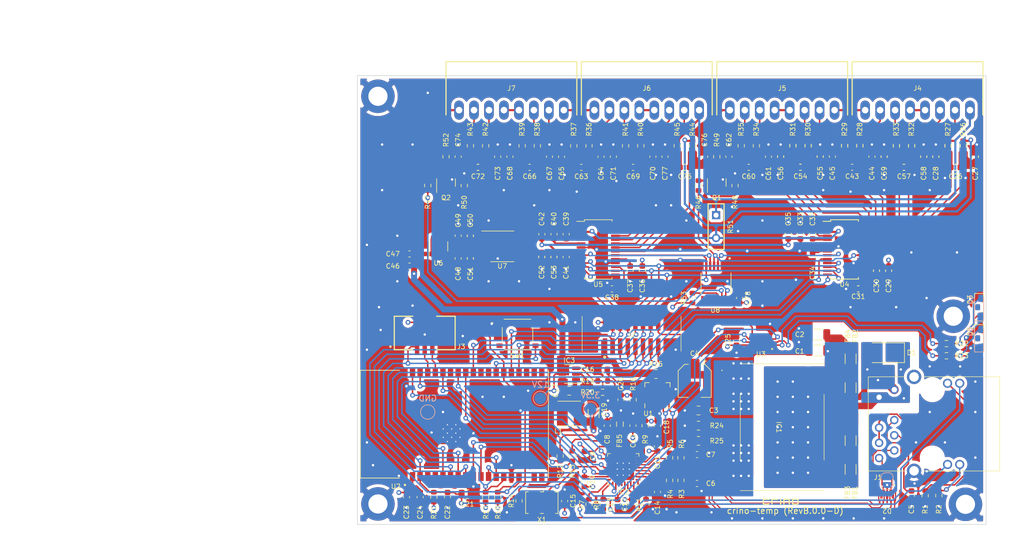
<source format=kicad_pcb>
(kicad_pcb (version 20211014) (generator pcbnew)
  (layers (0 "F.Cu" signal) (1 "In1.Cu" signal) (2 "In2.Cu" signal) (31 "B.Cu" signal) (34 "B.Paste" user) (35 "F.Paste" user) (36 "B.SilkS" user "B.Silkscreen") (37 "F.SilkS" user "F.Silkscreen") (38 "B.Mask" user) (39 "F.Mask" user) (44 "Edge.Cuts" user))
  (net 0 "")
  (net 1 "Net-(C2-Pad1)")
  (net 2 "/mcu/ESP_EN")
  (net 3 "Net-(D5-Pad2)")
  (net 4 "/mcu/poe/+12V_INTERNAL")
  (net 5 "/GND")
  (net 6 "/mcu/ethernet/TD-")
  (net 7 "/mcu/ethernet/TD+")
  (net 8 "/mcu/ethernet/RD-")
  (net 9 "/mcu/ethernet/RD+")
  (net 10 "/+3.3V")
  (net 11 "/mcu/GPIO0")
  (net 12 "/mcu/esp32/TXD0")
  (net 13 "/mcu/esp32/RXD0")
  (net 14 "Net-(C17-Pad2)")
  (net 15 "/mcu/esp32/GPIO25_EMAC_RXD0(RMII)")
  (net 16 "/mcu/esp32/GPIO26_EMAC_RXD1(RMII)")
  (net 17 "/mcu/esp32/GPIO27_EMAC_RX_CRS_DV")
  (net 18 "/mcu/esp32/GPIO18_MDIO(RMII)")
  (net 19 "/+12V")
  (net 20 "/REF1_FILTERED_P")
  (net 21 "/REF1_FILTERED_N")
  (net 22 "/mcu/esp32/GPIO23_MDC(RMII)")
  (net 23 "/mcu/esp32/GPIO21_EMAC_TX_EN(RMII)")
  (net 24 "/mcu/esp32/GPIO19_EMAC_TXD0(RMII)")
  (net 25 "/mcu/esp32/GPIO22_EMAC_TXD1(RMII)")
  (net 26 "Net-(C31-Pad1)")
  (net 27 "Net-(C32-Pad1)")
  (net 28 "Net-(FB2-Pad2)")
  (net 29 "Net-(C32-Pad2)")
  (net 30 "/+5VA")
  (net 31 "Net-(C39-Pad2)")
  (net 35 "/mcu/ethernet/V-")
  (net 36 "/mcu/ethernet/V+")
  (net 37 "Net-(C34-Pad2)")
  (net 38 "Net-(C38-Pad1)")
  (net 39 "Net-(C1-Pad1)")
  (net 40 "Net-(C6-Pad1)")
  (net 41 "Net-(C7-Pad1)")
  (net 42 "Net-(C5-Pad1)")
  (net 43 "Net-(C14-Pad1)")
  (net 44 "Net-(C13-Pad1)")
  (net 45 "Net-(C17-Pad1)")
  (net 46 "Net-(C41-Pad2)")
  (net 47 "/TEMP2_FILTERED_P")
  (net 48 "Net-(FB1-Pad2)")
  (net 50 "Net-(IC2-Pad1)")
  (net 51 "Net-(IC2-Pad8)")
  (net 52 "Net-(IC2-Pad9)")
  (net 53 "Net-(IC2-Pad10)")
  (net 60 "Net-(IC2-Pad24)")
  (net 61 "Net-(IC2-Pad25)")
  (net 64 "/TEMP2_FILTERED_N")
  (net 65 "Net-(C48-Pad2)")
  (net 66 "Net-(C39-Pad1)")
  (net 67 "Net-(C49-Pad2)")
  (net 68 "Net-(C51-Pad2)")
  (net 69 "/TEMP3_FILTERED_P")
  (net 70 "/TEMP3_FILTERED_N")
  (net 71 "/TEMP1_FILTERED_P")
  (net 72 "/TEMP1_FILTERED_N")
  (net 73 "/TEMP4_FILTERED_P")
  (net 74 "Net-(J1-Pad12)")
  (net 75 "Net-(J1-Pad13)")
  (net 76 "/mcu/ethernet/AVDD")
  (net 80 "Net-(R16-Pad1)")
  (net 81 "Net-(R14-Pad1)")
  (net 82 "Net-(D2-Pad12)")
  (net 83 "/TEMP4_FILTERED_N")
  (net 84 "/TEMP6_FILTERED_P")
  (net 85 "/TEMP6_FILTERED_N")
  (net 86 "/TEMP7_FILTERED_P")
  (net 87 "/TEMP7_FILTERED_N")
  (net 88 "/TEMP5_FILTERED_P")
  (net 89 "/TEMP5_FILTERED_N")
  (net 90 "/TEMP8_FILTERED_P")
  (net 91 "/TEMP8_FILTERED_N")
  (net 92 "/REF2_FILTERED_P")
  (net 93 "/REF2_FILTERED_N")
  (net 94 "Net-(D3-Pad2)")
  (net 95 "Net-(IC3-Pad3)")
  (net 96 "/ADC2_!DRDY")
  (net 97 "/ADC1_!DRDY")
  (net 98 "/REF_N")
  (net 99 "/TEMP1_P")
  (net 100 "/TEMP1_N")
  (net 101 "/I2C_SCL")
  (net 102 "/I2C_SDA")
  (net 103 "/ADC1_CS")
  (net 104 "/ADC2_CS")
  (net 105 "/SPI_CLK")
  (net 106 "/SPI_MOSI")
  (net 107 "Net-(J4-Pad4)")
  (net 108 "/SPI_MISO")
  (net 109 "/TEMP2_P")
  (net 110 "/TEMP2_N")
  (net 111 "Net-(J4-Pad8)")
  (net 112 "/TEMP3_P")
  (net 113 "/TEMP3_N")
  (net 114 "Net-(J5-Pad4)")
  (net 115 "/TEMP4_P")
  (net 116 "/TEMP4_N")
  (net 117 "Net-(J5-Pad8)")
  (net 118 "/TEMP5_P")
  (net 119 "/TEMP5_N")
  (net 120 "Net-(J6-Pad4)")
  (net 121 "/TEMP6_P")
  (net 122 "/TEMP6_N")
  (net 123 "Net-(J6-Pad8)")
  (net 124 "/TEMP7_P")
  (net 125 "/TEMP7_N")
  (net 126 "Net-(J7-Pad4)")
  (net 127 "/TEMP8_P")
  (net 128 "/ADC2_SRT")
  (net 129 "/ADC2_RST")
  (net 130 "/ADC1_SRT")
  (net 132 "/ADC1_RST")
  (net 137 "/TEMP8_N")
  (net 138 "Net-(J7-Pad8)")
  (net 139 "Net-(Q1-Pad1)")
  (net 140 "/mcu/I2C_GPIO1")
  (net 141 "/mcu/I2C_GPIO2")
  (net 142 "/mcu/io/LED1")
  (net 143 "/mcu/io/LED2")
  (net 144 "Net-(Q1-Pad3)")
  (net 156 "/mcu/GPIO4")
  (net 157 "/mcu/GPI34")
  (net 158 "Net-(Q2-Pad1)")
  (net 159 "Net-(Q2-Pad3)")
  (net 160 "/ADC_IDAC")
  (net 161 "Net-(R53-Pad2)")
  (footprint "Capacitor_SMD:C_0603_1608Metric" (layer "F.Cu") (at 125.476 66.548 90)
    (fp_text reference "C68")
    (fp_text value "1n")
  )
  (footprint "Capacitor_SMD:C_0603_1608Metric" (layer "F.Cu") (at 142.513 88.646 180)
    (fp_text reference "C38")
    (fp_text value "1u")
  )
  (footprint "general:Y14535K00000V9L" (layer "F.Cu") (at 159.9055 76.327 -90)
    (fp_text reference "R51")
    (fp_text value "5K" hide)
  )
  (footprint "Resistor_SMD:R_0603_1608Metric" (layer "F.Cu") (at 164.097 64.726 90)
    (fp_text reference "R35")
    (fp_text value "10K")
  )
  (footprint "Resistor_SMD:R_0603_1608Metric" (layer "F.Cu") (at 175.273 64.713 90)
    (fp_text reference "R30")
    (fp_text value "10K")
  )
  (footprint "Capacitor_SMD:C_0603_1608Metric" (layer "F.Cu") (at 173.99 79.502 90)
    (fp_text reference "C33")
    (fp_text value "100n")
  )
  (footprint "Capacitor_SMD:C_0603_1608Metric" (layer "F.Cu") (at 128.778 68.326 180)
    (fp_text reference "C66")
    (fp_text value "22n")
  )
  (footprint "Capacitor_SMD:C_0805_2012Metric" (layer "F.Cu") (at 156.972 108.966 180)
    (fp_text reference "C3")
    (fp_text value "10u")
  )
  (footprint "Package_TO_SOT_SMD:SOT-23-5" (layer "F.Cu") (at 113.538 81.534 90)
    (fp_text reference "U6")
    (fp_text value "LK112M80TR")
  )
  (footprint "Capacitor_SMD:C_0603_1608Metric" (layer "F.Cu") (at 150.114 122.588 -90)
    (fp_text reference "C14")
    (fp_text value "100n")
  )
  (footprint "Capacitor_SMD:C_0603_1608Metric" (layer "F.Cu") (at 163.32 97.282 90)
    (fp_text reference "C25")
    (fp_text value "100n")
  )
  (footprint "Resistor_SMD:R_0603_1608Metric" (layer "F.Cu") (at 130.061 64.726 90)
    (fp_text reference "R38")
    (fp_text value "10K")
  )
  (footprint "Resistor_SMD:R_0603_1608Metric" (layer "F.Cu") (at 112.776 123.444 90)
    (fp_text reference "R21")
    (fp_text value "10k")
  )
  (footprint "Capacitor_SMD:C_0603_1608Metric" (layer "F.Cu") (at 179.324 66.535 90)
    (fp_text reference "C45")
    (fp_text value "1n")
  )
  (footprint "general:RCLAMP3374NTCT" (layer "F.Cu") (at 188.468 123.19 180)
    (fp_text reference "D2")
    (fp_text value "RCLAMP3374N.TCT" hide)
  )
  (footprint "Package_SO:TSSOP-28_4.4x9.7mm_P0.65mm" (layer "F.Cu") (at 140.227 82.042)
    (fp_text reference "U5")
    (fp_text value "ADS1262IPW")
  )
  (footprint "Capacitor_SMD:C_0603_1608Metric" (layer "F.Cu") (at 120.142 68.326 180)
    (fp_text reference "C72")
    (fp_text value "22n")
  )
  (footprint "Capacitor_SMD:C_0603_1608Metric" (layer "F.Cu") (at 187.973 66.548 90)
    (fp_text reference "C59")
    (fp_text value "1n")
  )
  (footprint "general:ESP32-WROVER-E-N4R8" (layer "F.Cu") (at 116.205 111.252 90)
    (fp_text reference "U2")
    (fp_text value "ESP32-WROVER-E-N4R8")
  )
  (footprint "Capacitor_SMD:C_0603_1608Metric" (layer "F.Cu") (at 115.062 123.444 -90)
    (fp_text reference "C22")
    (fp_text value "1u")
  )
  (footprint "Resistor_SMD:R_0603_1608Metric" (layer "F.Cu") (at 117.856 71.374 -90)
    (fp_text reference "R50")
    (fp_text value "100k")
  )
  (footprint "Capacitor_SMD:C_0603_1608Metric" (layer "F.Cu") (at 141.732 111.506 -90)
    (fp_text reference "C8")
    (fp_text value "47u")
  )
  (footprint "Resistor_SMD:R_0603_1608Metric" (layer "F.Cu") (at 118.885 64.726 90)
    (fp_text reference "R43")
    (fp_text value "10K")
  )
  (footprint "Capacitor_SMD:C_0603_1608Metric" (layer "F.Cu") (at 176.022 79.502 90)
    (fp_text reference "C32")
    (fp_text value "4.7n")
  )
  (footprint "Capacitor_SMD:C_0603_1608Metric" (layer "F.Cu") (at 132.823 83.312 90)
    (fp_text reference "C53")
    (fp_text value "100n")
  )
  (footprint "Capacitor_SMD:C_0603_1608Metric" (layer "F.Cu") (at 150.114 111.519 -90)
    (fp_text reference "C18")
    (fp_text value "100n")
  )
  (footprint "Capacitor_SMD:C_0603_1608Metric" (layer "F.Cu") (at 144.018 107.175 -90)
    (fp_text reference "C20")
    (fp_text value "100n")
  )
  (footprint "Resistor_SMD:R_0603_1608Metric" (layer "F.Cu") (at 121.425 64.726 90)
    (fp_text reference "R42")
    (fp_text value "10K")
  )
  (footprint "Resistor_SMD:R_0603_1608Metric" (layer "F.Cu") (at 136.144 64.739 90)
    (fp_text reference "R37")
    (fp_text value "10K")
  )
  (footprint "Resistor_SMD:R_0603_1608Metric" (layer "F.Cu") (at 181.369 64.713 90)
    (fp_text reference "R29")
    (fp_text value "10K")
  )
  (footprint "Capacitor_SMD:C_0603_1608Metric" (layer "F.Cu") (at 196.596 66.548 90)
    (fp_text reference "C28")
    (fp_text value "1n")
  )
  (footprint "Capacitor_SMD:C_0603_1608Metric" (layer "F.Cu") (at 162.052 66.548 90)
    (fp_text reference "C62")
    (fp_text value "1n")
  )
  (footprint "Capacitor_SMD:C_0805_2012Metric" (layer "F.Cu") (at 118.364 122.936)
    (fp_text reference "C21")
    (fp_text value "100n")
  )
  (footprint "MountingHole:MountingHole_3.2mm_M3_DIN965_Pad" (layer "F.Cu") (at 103.4415 124.587)
    (fp_text reference "H2" hide)
    (fp_text value "MountingHole_Pad")
  )
  (footprint "Inductor_SMD:L_1206_3216Metric" (layer "F.Cu") (at 182.372 118.821 -90)
    (fp_text reference "FB3")
    (fp_text value "FerriteBead")
  )
  (footprint "Capacitor_SMD:C_0603_1608Metric" (layer "F.Cu") (at 146.014333 111.493 90)
    (fp_text reference "C10")
    (fp_text value "47u")
  )
  (footprint "Capacitor_SMD:C_0603_1608Metric" (layer "F.Cu") (at 123.444 66.548 90)
    (fp_text reference "C73")
    (fp_text value "1n")
  )
  (footprint "MountingHole:MountingHole_3.2mm_M3_DIN965_Pad" (layer "F.Cu") (at 199.517 93.218)
    (fp_text reference "H3" hide)
    (fp_text value "MountingHole_Pad")
  )
  (footprint "Capacitor_SMD:C_0603_1608Metric" (layer "F.Cu") (at 156.718 116.332)
    (fp_text reference "C7")
    (fp_text value "100n")
  )
  (footprint "Resistor_SMD:R_0603_1608Metric" (layer "F.Cu") (at 127.521 64.726 90)
    (fp_text reference "R39")
    (fp_text value "10K")
  )
  (footprint "Capacitor_SMD:C_0603_1608Metric" (layer "F.Cu") (at 140.703 66.561 90)
    (fp_text reference "C64")
    (fp_text value "1n")
  )
  (footprint "general:L_4.2x4.2_H2" (layer "F.Cu") (at 135.382 109.474 180)
    (fp_text reference "L1")
    (fp_text value "4.7u")
  )
  (footprint "Resistor_SMD:R_0603_1608Metric" (layer "F.Cu") (at 198.374 99.822)
    (fp_text reference "R23")
    (fp_text value "100")
  )
  (footprint "Resistor_SMD:R_0603_1608Metric" (layer "F.Cu") (at 183.909 64.713 90)
    (fp_text reference "R28")
    (fp_text value "10K")
  )
  (footprint "Capacitor_SMD:C_0603_1608Metric" (layer "F.Cu") (at 134.62 124.112 90)
    (fp_text reference "C15")
    (fp_text value "100n")
  )
  (footprint "general:SHF-108-01-X-D-SM" (layer "F.Cu") (at 145.796 96.266)
    (fp_text reference "J2")
    (fp_text value "SHF-108-01-L-D-SM" hide)
  )
  (footprint "Capacitor_SMD:C_0603_1608Metric" (layer "F.Cu") (at 176.022 83.312 90)
    (fp_text reference "C34")
    (fp_text value "1u")
  )
  (footprint "Resistor_SMD:R_0603_1608Metric" (layer "F.Cu") (at 198.641 64.726 90)
    (fp_text reference "R27")
    (fp_text value "10K")
  )
  (footprint "Inductor_SMD:L_1206_3216Metric" (layer "F.Cu") (at 182.372 105.1558 90)
    (fp_text reference "FB2")
    (fp_text value "FerriteBead")
  )
  (footprint "Capacitor_SMD:C_0603_1608Metric" (layer "F.Cu") (at 134.874 79.502 90)
    (fp_text reference "C39")
    (fp_text value "4.7n")
  )
  (footprint "Package_DFN_QFN:QFN-32-1EP_5x5mm_P0.5mm_EP3.6x3.6mm_ThermalVias" (layer "F.Cu") (at 144.412 118.778 180)
    (fp_text reference "IC2")
    (fp_text value "RTL8201F-VB-CG")
  )
  (footprint "general:crino_logo" (layer "F.Cu") (at 170.688 124.206)
    (fp_text reference "H5" hide)
    (fp_text value "CrinoLogo" hide)
  )
  (footprint "Oscillator:Oscillator_SMD_SeikoEpson_SG8002LB-4Pin_5.0x3.2mm" (layer "F.Cu") (at 130.81 124.366 180)
    (fp_text reference "X1")
    (fp_text value "SG-5032CCN")
  )
  (footprint "Resistor_SMD:R_0603_1608Metric" (layer "F.Cu") (at 198.374 97.79)
    (fp_text reference "R22")
    (fp_text value "100")
  )
  (footprint "general:SON50P300X300X100-9N-D" (layer "F.Cu") (at 167.386 97.282 180)
    (fp_text reference "U3")
    (fp_text value "PCA9536TK" hide)
  )
  (footprint "Resistor_SMD:R_0603_1608Metric" (layer "F.Cu") (at 154.038 120.65 -90)
    (fp_text reference "R3")
    (fp_text value "49.9")
  )
  (footprint "Capacitor_SMD:C_0603_1608Metric" (layer "F.Cu") (at 188.722 85.598 -90)
    (fp_text reference "C29")
    (fp_text value "1u")
  )
  (footprint "Resistor_SMD:R_0603_1608Metric" (layer "F.Cu") (at 148.064166 111.506 -90)
    (fp_text reference "R9")
    (fp_text value "4.7k")
  )
  (footprint "Capacitor_SMD:C_0603_1608Metric" (layer "F.Cu") (at 147.593 85.598 -90)
    (fp_text reference "C36")
    (fp_text value "1u")
  )
  (footprint "Capacitor_SMD:C_0603_1608Metric" (layer "F.Cu") (at 137.401 68.339 180)
    (fp_text reference "C63")
    (fp_text value "22n")
  )
  (footprint "Resistor_SMD:R_0603_1608Metric" (layer "F.Cu") (at 156.972 71.374 -90)
    (fp_text reference "R46")
    (fp_text value "470")
  )
  (footprint "general:LED_3210Metric_Right_Angle" (layer "F.Cu") (at 203.708 91.567 -90)
    (fp_text reference "D3")
    (fp_text value "LED_GREEN")
  )
  (footprint "Resistor_SMD:R_0603_1608Metric" (layer "F.Cu") (at 152.146 120.658 -90)
    (fp_text reference "R4")
    (fp_text value "49.9")
  )
  (footprint "Resistor_SMD:R_0603_1608Metric" (layer "F.Cu") (at 163.068 71.374 -90)
    (fp_text reference "R48")
    (fp_text value "100k")
  )
  (footprint "Resistor_SMD:R_0603_1608Metric" (layer "F.Cu") (at 133.858 116.586 -90)
    (fp_text reference "R12")
    (fp_text value "0")
  )
  (footprint "Capacitor_SMD:C_0805_2012Metric" (layer "F.Cu") (at 135.382 105.664 180)
    (fp_text reference "C17")
    (fp_text value "100n")
  )
  (footprint "Resistor_SMD:R_0603_1608Metric" (layer "F.Cu") (at 114.808 66.548 -90)
    (fp_text reference "R52")
    (fp_text value "3.3k")
  )
  (footprint "Inductor_SMD:L_0805_2012Metric" (layer "F.Cu") (at 143.8445 111.252 -90)
    (fp_text reference "FB5")
    (fp_text value "FerriteBead")
  )
  (footprint "general:Wago_733-368" (layer "F.Cu") (at 148.336 55.118 90)
    (fp_text reference "J6")
    (fp_text value "WAGO-733-368")
  )
  (footprint "Capacitor_SMD:C_0603_1608Metric" (layer "F.Cu") (at 165.354 68.326 180)
    (fp_text reference "C60")
    (fp_text value "22n")
  )
  (footprint "Capacitor_SMD:C_0603_1608Metric" (layer "F.Cu") (at 116.84 79.756 -90)
    (fp_text reference "C49")
    (fp_text value "2.2u")
  )
  (footprint "Resistor_SMD:R_0603_1608Metric" (layer "F.Cu") (at 144.793 64.726 90)
    (fp_text reference "R41")
    (fp_text value "10K")
  )
  (footprint "Capacitor_SMD:C_0603_1608Metric" (layer "F.Cu") (at 170.688 66.535 90)
    (fp_text reference "C56")
    (fp_text value "1n")
  )
  (footprint "Capacitor_SMD:C_0603_1608Metric" (layer "F.Cu") (at 132.842 79.502 90)
    (fp_text reference "C40")
    (fp_text value "100n")
  )
  (footprint "MountingHole:MountingHole_3.2mm_M3_DIN965_Pad" (layer "F.Cu") (at 103.4415 56.4515)
    (fp_text reference "H4" hide)
    (fp_text value "MountingHole_Pad")
  )
  (footprint "Capacitor_SMD:C_0603_1608Metric" (layer "F.Cu") (at 150.114 114.968 90)
    (fp_text reference "C11")
    (fp_text value "100n")
  )
  (footprint "Capacitor_SMD:C_1206_3216Metric" (layer "F.Cu") (at 176.911 96.266 180)
    (fp_text reference "C2")
    (fp_text value "4.7n")
  )
  (footprint "Resistor_SMD:R_0603_1608Metric" (layer "F.Cu") (at 152.146 116.873 90)
    (fp_text reference "R5")
    (fp_text value "49.9")
  )
  (footprint "Capacitor_SMD:C_1206_3216Metric" (layer "F.Cu") (at 139.446 109.474 90)
    (fp_text reference "C19")
    (fp_text value "22u")
  )
  (footprint "Capacitor_SMD:C_0603_1608Metric" (layer "F.Cu") (at 163.83 90.17 90)
    (fp_text reference "C78")
    (fp_text value "100n")
  )
  (footprint "Capacitor_SMD:C_1206_3216Metric" (layer "F.Cu") (at 176.911 98.933 180)
    (fp_text reference "C1")
    (fp_text value "4.7n")
  )
  (footprint "Capacitor_SMD:C_0603_1608Metric" (layer "F.Cu") (at 183.642 88.646 180)
    (fp_text reference "C31")
    (fp_text value "1u")
  )
  (footprint "Capacitor_SMD:C_0603_1608Metric" (layer "F.Cu") (at 118.872 83.553 90)
    (fp_text reference "C51")
    (fp_text value "1u")
  )
  (footprint "general:SOP65P640X120-16N" (layer "F.Cu") (at 159.893 87.733 -90)
    (fp_text reference "U8")
    (fp_text value "PCA9534PWR")
  )
  (footprint "Resistor_SMD:R_0603_1608Metric" (layer "F.Cu") (at 138.684 124.62 -90)
    (fp_text reference "R7")
    (fp_text value "4.7k")
  )
  (footprint "Resistor_SMD:R_0603_1608Metric" (layer "F.Cu") (at 138.684 64.739 90)
    (fp_text reference "R36")
    (fp_text value "10K")
  )
  (footprint "Resistor_SMD:R_0603_1608Metric" (layer "F.Cu") (at 111.76 71.374 -90)
    (fp_text reference "R47")
    (fp_text value "470")
  )
  (footprint "Package_SO:SOIC-8_3.9x4.9mm_P1.27mm" (layer "F.Cu") (at 124.206 81.534)
    (fp_text reference "U7")
    (fp_text value "MAX6250")
  )
  (footprint "Capacitor_SMD:C_0603_1608Metric" (layer "F.Cu") (at 151.38 66.548 90)
    (fp_text reference "C77")
    (fp_text value "1n")
  )
  (footprint "Capacitor_SMD:C_0603_1608Metric" (layer "F.Cu") (at 186.69 85.598 -90)
    (fp_text reference "C30")
    (fp_text value "100n")
  )
  (footprint "general:SAMTEC_SHF-103-01-L-D-SM" (layer "F.Cu") (at 111.252 96.266)
    (fp_text reference "J3")
    (fp_text value "SHF-103-01-L-D-SM")
  )
  (footprint "Package_TO_SOT_SMD:SOT-23" (layer "F.Cu") (at 114.808 70.866 90)
    (fp_text reference "Q2")
    (fp_text value "2N7002")
  )
  (footprint "general:Wago_733-368" (layer "F.Cu") (at 170.942 55.118 90)
    (fp_text reference "J5")
    (fp_text value "WAGO-733-368")
  )
  (footprint "general:Wago_733-368" (layer "F.Cu") (at 125.73 55.118 90)
    (fp_text reference "J7")
    (fp_text value "WAGO-733-368")
  )
  (footprint "Resistor_SMD:R_0603_1608Metric" (layer "F.Cu") (at 201.181 64.726 90)
    (fp_text reference "R26")
    (fp_text value "10K")
  )
  (footprint "Inductor_SMD:L_1206_3216Metric" (layer "F.Cu") (at 182.372 100.3298 90)
    (fp_text reference "FB4")
    (fp_text value "FerriteBead")
  )
  (footprint "Capacitor_SMD:C_0603_1608Metric" (layer "F.Cu") (at 108.204 123.444 -90)
    (fp_text reference "C23")
    (fp_text value "22u")
  )
  (footprint "Resistor_SMD:R_0603_1608Metric" (layer "F.Cu") (at 123.444 123.444 -90)
    (fp_text reference "R18")
    (fp_text value "5.6k")
  )
  (footprint "Capacitor_SMD:C_0603_1608Metric" (layer "F.Cu") (at 157.984 66.548 90)
    (fp_text reference "C76")
    (fp_text value "1n")
  )
  (footprint "Resistor_SMD:R_0603_1608Metric" (layer "F.Cu") (at 147.333 64.726 90)
    (fp_text reference "R40")
    (fp_text value "10K")
  )
  (footprint "Resistor_SMD:R_0603_1608Metric" (layer "F.Cu") (at 154.038 116.873 90)
    (fp_text reference "R6")
    (fp_text value "49.9")
  )
  (footprint "Package_TO_SOT_SMD:SOT-23-6" (layer "F.Cu") (at 135.382 102.87 180)
    (fp_text reference "IC3")
    (fp_text value "SY8120B1ABC")
  )
  (footprint "Resistor_SMD:R_0603_1608Metric" (layer "F.Cu") (at 172.733 64.713 90)
    (fp_text reference "R31")
    (fp_text value "10K")
  )
  (footprint "Capacitor_SMD:C_0603_1608Metric" (layer "F.Cu") (at 182.626 68.313 180)
    (fp_text reference "C43")
    (fp_text value "22n")
  )
  (footprint "Capacitor_SMD:C_0603_1608Metric" (layer "F.Cu") (at 156.718 121.158)
    (fp_text reference "C6")
    (fp_text value "100n")
  )
  (footprint "Capacitor_SMD:C_0603_1608Metric" (layer "F.Cu") (at 143.4465 124.62 -90)
    (fp_text reference "C13")
    (fp_text value "100n")
  )
  (footprint "Resistor_SMD:R_0603_1608Metric" (layer "F.Cu") (at 127 124.079 90)
    (fp_text reference "R14")
    (fp_text value "0")
  )
  (footprint "general:SW_TS-1187A-B-A-B" (layer "F.Cu") (at 126.746 96.266)
    (fp_text reference "SW1")
    (fp_text value "SW_Push")
  )
  (footprint "Capacitor_SMD:C_0603_1608Metric" (layer "F.Cu") (at 145.561 85.598 -90)
    (fp_text reference "C37")
    (fp_text value "100n")
  )
  (footprint "Capacitor_SMD:C_0603_1608Metric" (layer "F.Cu") (at 116.84 83.566 90)
    (fp_text reference "C48")
    (fp_text value "100n")
  )
  (footprint "Capacitor_SMD:C_0603_1608Metric" (layer "F.Cu") (at 192.532 123.19 -90)
    (fp_text reference "C5")
    (fp_text value "22p")
  )
  (footprint "MountingHole:MountingHole_3.2mm_M3_DIN965_Pad" (layer "F.Cu") (at 201.549 124.6505)
    (fp_text reference "H1" hide)
    (fp_text value "MountingHole_Pad")
  )
  (footprint "Capacitor_SMD:C_0603_1608Metric" (layer "F.Cu") (at 134.099 66.561 90)
    (fp_text reference "C65")
    (fp_text value "1n")
  )
  (footprint "Resistor_SMD:R_0603_1608Metric" (layer "F.Cu") (at 121.412 123.444 -90)
    (fp_text reference "R17")
    (fp_text value "5.6k")
  )
  (footprint "general:Wago_733-368" (layer "F.Cu") (at 193.548 55.118 90)
    (fp_text reference "J4")
    (fp_text value "WAGO-733-368")
  )
  (footprint "Resistor_SMD:R_0603_1608Metric" (layer "F.Cu") (at 140.97 105.918 180)
    (fp_text reference "R20")
    (fp_text value "22.1k")
  )
  (footprint "Resistor_SMD:R_0805_2012Metric" (layer "F.Cu") (at 149.86 102.87)
    (fp_text reference "R15")
    (fp_text value "0.68")
  )
  (footprint "Capacitor_SMD:C_0603_1608Metric" (layer "F.Cu") (at 110.49 123.444 -90)
    (fp_text reference "C24")
    (fp_text value "100n")
  )
  (footprint "general:AG9912M" (layer "F.Cu") (at 170.942 111.76 -90)
    (fp_text reference "IC1")
    (fp_text value "AG9912M" hide)
  )
  (footprint "Capacitor_SMD:C_0603_1608Metric" (layer "F.Cu") (at 108.712 84.836)
    (fp_text reference "C46")
    (fp_text value "2.2u")
  )
  (footprint "Inductor_SMD:L_1206_3216Metric" (layer "F.Cu") (at 182.372 113.995 -90)
    (fp_text reference "FB1")
    (fp_text value "FerriteBead")
  )
  (footprint "Capacitor_SMD:C_0603_1608Metric" (layer "F.Cu") (at 137.922 116.586 -90)
    (fp_text reference "C9")
    (fp_text value "100n")
  )
  (footprint "Capacitor_SMD:C_0603_1608Metric" (layer "F.Cu") (at 173.99 68.313 180)
    (fp_text reference "C54")
    (fp_text value "22n")
  )
  (footprint "Resistor_SMD:R_0603_1608Metric" (layer "F.Cu") (at 190.018 64.726 90)
    (fp_text reference "R33")
    (fp_text value "10K")
  )
  (footprint "Package_TO_SOT_SMD:SOT-23" (layer "F.Cu") (at 160.02 70.866 90)
    (fp_text reference "Q1")
    (fp_text value "2N7002")
  )
  (footprint "Capacitor_SMD:C_0603_1608Metric" (layer "F.Cu") (at 203.2 66.548 90)
    (fp_text reference "C27")
    (fp_text value "1n")
  )
  (footprint "Resistor_SMD:R_0603_1608Metric" (layer "F.Cu") (at 155.965 64.726 90)
    (fp_text reference "R44")
    (fp_text value "10K")
  )
  (footprint "Resistor_SMD:R_0603_1608Metric" (layer "F.Cu") (at 135.89 116.586 -90)
    (fp_text reference "R13")
    (fp_text value "0")
  )
  (footprint "Capacitor_SMD:C_0603_1608Metric" (layer "F.Cu") (at 171.958 79.502 90)
    (fp_text reference "C35")
    (fp_text value "1u")
  )
  (footprint "Resistor_SMD:R_0603_1608Metric" (layer "F.Cu") (at 137.922 120.904 90)
    (fp_text reference "R10")
    (fp_text value "4.7k")
  )
  (footprint "Resistor_SMD:R_0603_1608Metric" (layer "F.Cu") (at 194.818 123.19 90)
    (fp_text reference "R1")
    (fp_text value "270")
  )
  (footprint "Capacitor_SMD:C_0603_1608Metric" (layer "F.Cu") (at 199.898 68.326 180)
    (fp_text reference "C26")
    (fp_text value "22n")
  )
  (footprint "general:JXD10009NL" (layer "F.Cu") (at 196.0002 111.0912)
    (fp_text reference "J1")
    (fp_text value "JXD1-0009NL" hide)
  )
  (footprint "Capacitor_SMD:C_0603_1608Metric" (layer "F.Cu") (at 140.97 102.108)
    (fp_text reference "C16")
    (fp_text value "4.7u")
  )
  (footprint "Resistor_SMD:R_0603_1608Metric" (layer "F.Cu") (at 146.05 107.188 90)
    (fp_text reference "R16")
    (fp_text value "2.2k")
  )
  (footprint "general:LED_3210Metric_Right_Angle" (layer "F.Cu") (at 203.708 96.774 -90)
    (fp_text reference "D5")
    (fp_text value "LED_BLUE")
  )
  (footprint "Capacitor_SMD:C_0603_1608Metric" (layer "F.Cu") (at 130.791 83.312 90)
    (fp_text reference "C52")
    (fp_text value "2.2u")
  )
  (footprint "Capacitor_SMD:C_0603_1608Metric" (layer "F.Cu") (at 191.275 68.326 180)
    (fp_text reference "C57")
    (fp_text value "22n")
  )
  (footprint "Capacitor_SMD:C_0603_1608Metric" (layer "F.Cu") (at 146.05 68.326 180)
    (fp_text reference "C69")
    (fp_text value "22n")
  )
  (footprint "Capacitor_SMD:C_0603_1608Metric" (layer "F.Cu") (at 145.82775 124.607 -90)
    (fp_text reference "C12")
    (fp_text value "100n")
  )
  (footprint "Capacitor_SMD:CP_Elec_5x5.4" (layer "F.Cu") (at 156.337 104.013 -90)
    (fp_text reference "C4")
    (fp_text value "100u")
  )
  (footprint "Resistor_SMD:R_0603_1608Metric" (layer "F.Cu") (at 166.637 64.726 90)
    (fp_text reference "R34")
    (fp_text value "10K")
  )
  (footprint "Capacitor_SMD:C_0603_1608Metric" (layer "F.Cu") (at 118.872 79.769 -90)
    (fp_text reference "C50")
    (fp_text value "100n")
  )
  (footprint "Package_SO:TSSOP-28_4.4x9.7mm_P0.65mm" (layer "F.Cu") (at 181.356 82.042)
    (fp_text reference "U4")
    (fp_text value "ADS1262IPW")
  )
  (footprint "Capacitor_SMD:C_0603_1608Metric" (layer "F.Cu") (at 142.748 66.548 90)
    (fp_text reference "C71")
    (fp_text value "1n")
  )
  (footprint "Resistor_SMD:R_0603_1608Metric" (layer "F.Cu") (at 160.02 66.548 -90)
    (fp_text reference "R49")
    (fp_text value "3.3k")
  )
  (footprint "Capacitor_SMD:C_0603_1608Metric" (layer "F.Cu") (at 194.577 66.548 90)
    (fp_text reference "C58")
    (fp_text value "1n")
  )
  (footprint "Capacitor_SMD:C_0603_1608Metric" (layer "F.Cu") (at 185.928 66.535 90)
    (fp_text reference "C44")
    (fp_text value "1n")
  )
  (footprint "Capacitor_SMD:C_0603_1608Metric" (layer "F.Cu") (at 108.712 82.804)
    (fp_text reference "C47")
    (fp_text value "100n")
  )
  (footprint "Capacitor_SMD:C_0603_1608Metric" (layer "F.Cu") (at 134.874 83.312 90)
    (fp_text reference "C41")
    (fp_text value "1u")
  )
  (footprint "Capacitor_SMD:C_0603_1608Metric" (layer "F.Cu") (at 168.656 66.548 90)
    (fp_text reference "C61")
    (fp_text value "1n")
  )
  (footprint "Capacitor_SMD:C_0603_1608Metric" (layer "F.Cu") (at 130.81 79.502 90)
    (fp_text reference "C42")
    (fp_text value "1u")
  )
  (footprint "Resistor_SMD:R_0603_1608Metric" (layer "F.Cu") (at 141.06525 124.62 -90)
    (fp_text reference "R8")
    (fp_text value "4.7k")
  )
  (footprint "Resistor_SMD:R_0805_2012Metric" (layer "F.Cu") (at 156.972 114.046 180)
    (fp_text reference "R25")
    (fp_text value "750")
  )
  (footprint "Resistor_SMD:R_0603_1608Metric" (layer "F.Cu") (at 148.209 124.62 90)
    (fp_text reference "R11")
    (fp_text value "2.49k")
  )
  (footprint "Capacitor_SMD:C_0603_1608Metric" (layer "F.Cu") (at 154.682 68.326 180)
    (fp_text reference "C75")
    (fp_text value "22n")
  )
  (footprint "Resistor_SMD:R_0603_1608Metric" (layer "F.Cu") (at 155.956 90.17 90)
    (fp_text reference "R53")
    (fp_text value "10k")
  )
  (footprint "Package_DFN_QFN:UQFN-16-1EP_4x4mm_P0.65mm_EP2.6x2.6mm" (layer "F.Cu") (at 150.114 106.426 90)
    (fp_text reference "U1")
    (fp_text value "PAC1932T-I/JQ")
  )
  (footprint "Diode_SMD:D_SMA" (layer "F.Cu") (at 187.96 99.314 180)
    (fp_text reference "D1")
    (fp_text value "D_Schottky")
  )
  (footprint "Capacitor_SMD:C_0603_1608Metric" (layer "F.Cu") (at 116.84 66.548 90)
    (fp_text reference "C74")
    (fp_text value "1n")
  )
  (footprint "Capacitor_SMD:C_0603_1608Metric" (layer "F.Cu") (at 132.08 66.548 90)
    (fp_text reference "C67")
    (fp_text value "1n")
  )
  (footprint "Resistor_SMD:R_0603_1608Metric" (layer "F.Cu") (at 192.558 64.726 90)
    (fp_text reference "R32")
    (fp_text value "10K")
  )
  (footprint "Capacitor_SMD:C_0603_1608Metric" (layer "F.Cu") (at 149.352 66.548 90)
    (fp_text reference "C70")
    (fp_text value "1n")
  )
  (footprint "Resistor_SMD:R_0603_1608Metric" (layer "F.Cu") (at 153.425 64.726 90)
    (fp_text reference "R45")
    (fp_text value "10K")
  )
  (footprint "Resistor_SMD:R_0603_1608Metric" (layer "F.Cu") (at 197.104 123.19 90)
    (fp_text reference "R2")
    (fp_text value "270")
  )
  (footprint "Capacitor_SMD:C_0603_1608Metric" (layer "F.Cu") (at 177.292 66.535 90)
    (fp_text reference "C55")
    (fp_text value "1n")
  )
  (footprint "Resistor_SMD:R_0603_1608Metric" (layer "F.Cu") (at 140.97 104.013 180)
    (fp_text reference "R19")
    (fp_text value "100k")
  )
  (footprint "Resistor_SMD:R_0805_2012Metric" (layer "F.Cu") (at 156.972 111.506 180)
    (fp_text reference "R24")
    (fp_text value "750")
  )
  (footprint "general:LED_3210Metric_Right_Angle" (layer "B.Cu") (at 203.708 97.028 90)
    (fp_text reference "D6")
    (fp_text value "LED_BLUE")
  )
  (footprint "TestPoint:TestPoint_Pad_D2.0mm" (layer "B.Cu") (at 130.556 106.934)
    (fp_text reference "TP1" hide)
    (fp_text value "12V")
  )
  (footprint "TestPoint:TestPoint_Pad_D2.0mm" (layer "B.Cu") (at 111.76 109.22)
    (fp_text reference "TP3" hide)
    (fp_text value "GND")
  )
  (footprint "Jumper:SolderJumper-2_P1.3mm_Open_RoundedPad1.0x1.5mm" (layer "B.Cu") (at 188.468 120.777 90)
    (fp_text reference "JP1" hide)
    (fp_text value "SolderJumper_2_Open")
  )
  (footprint "TestPoint:TestPoint_Pad_D2.0mm" (layer "B.Cu") (at 138.938 108.712)
    (fp_text reference "TP2" hide)
    (fp_text value "3.3V")
  )
  (footprint "general:LED_3210Metric_Right_Angle" (layer "B.Cu") (at 203.708 91.845 90)
    (fp_text reference "D4")
    (fp_text value "LED_GREEN")
  )
  (gr_rect (start 100 53) (end 205 128) (layer "Edge.Cuts") (width 0.1) (fill none))
  (gr_text "crino-temp (RevB.0.0-D)\n" (at 171.45 125.73) (layer "F.SilkS") (effects (font (size 1 1))))
  (segment (start 115.062 122.669) (end 116.192 122.669) (width 0.25) (layer "F.Cu") (net 2))
  (segment (start 112.102 122.619) (end 112.776 122.619) (width 0.25) (layer "F.Cu") (net 2))
  (segment (start 110.49 117.348) (end 110.485 117.353) (width 0.25) (layer "F.Cu") (net 2))
  (segment (start 117.414 122.936) (end 116.459 122.936) (width 0.25) (layer "F.Cu") (net 2))
  (segment (start 117.414 124.394) (end 117.348 124.46) (width 0.25) (layer "F.Cu") (net 2))
  (segment (start 110.485 117.353) (end 110.485 120.002) (width 0.25) (layer "F.Cu") (net 2))
  (segment (start 129.746 100.282) (end 129.794 100.33) (width 0.25) (layer "F.Cu") (net 2))
  (segment (start 110.485 120.002) (end 110.485 121.002) (width 0.25) (layer "F.Cu") (net 2))
  (segment (start 112.776 122.619) (end 115.012 122.619) (width 0.25) (layer "F.Cu") (net 2))
  (segment (start 116.192 122.669) (end 116.459 122.936) (width 0.25) (layer "F.Cu") (net 2))
  (segment (start 132.08 122.174) (end 132.588 121.666) (width 0.25) (layer "F.Cu") (net 2))
  (segment (start 108.9655 98.2985) (end 108.458 98.806) (width 0.25) (layer "F.Cu") (net 2))
  (segment (start 133.35 121.666) (end 136.652 118.364) (width 0.25) (layer "F.Cu") (net 2))
  (segment (start 117.414 122.936) (end 117.414 124.394) (width 0.25) (layer "F.Cu") (net 2))
  (segment (start 129.746 98.141) (end 129.746 100.282) (width 0.25) (layer "F.Cu") (net 2))
  (segment (start 140.458 119.028) (end 141.962 119.028) (width 0.25) (layer "F.Cu") (net 2))
  (segment (start 132.588 121.666) (end 133.35 121.666) (width 0.25) (layer "F.Cu") (net 2))
  (segment (start 132.08 123.266) (end 132.08 122.174) (width 0.25) (layer "F.Cu") (net 2))
  (segment (start 110.485 121.002) (end 112.102 122.619) (width 0.25) (layer "F.Cu") (net 2))
  (segment (start 109.982 98.2985) (end 108.9655 98.2985) (width 0.25) (layer "F.Cu") (net 2))
  (segment (start 139.794 118.364) (end 140.458 119.028) (width 0.25) (layer "F.Cu") (net 2))
  (segment (start 108.458 98.806) (end 108.458 101.092) (width 0.25) (layer "F.Cu") (net 2))
  (segment (start 136.652 118.364) (end 139.794 118.364) (width 0.25) (layer "F.Cu") (net 2))
  (via (at 110.49 117.348) (size 0.8) (drill 0.4) (layers "F.Cu" "B.Cu") (net 2))
  (via (at 133.35 121.666) (size 0.8) (drill 0.4) (layers "F.Cu" "B.Cu") (net 2))
  (via (at 117.348 124.46) (size 0.8) (drill 0.4) (layers "F.Cu" "B.Cu") (net 2))
  (via (at 108.458 101.092) (size 0.8) (drill 0.4) (layers "F.Cu" "B.Cu") (net 2))
  (via (at 129.794 100.33) (size 0.8) (drill 0.4) (layers "F.Cu" "B.Cu") (net 2))
  (segment (start 105.918 101.092) (end 108.458 101.092) (width 0.25) (layer "B.Cu") (net 2))
  (segment (start 110.49 117.348) (end 110.236 117.348) (width 0.25) (layer "B.Cu") (net 2))
  (segment (start 127 121.666) (end 124.206 124.46) (width 0.25) (layer "B.Cu") (net 2))
  (segment (start 127 121.666) (end 133.35 121.666) (width 0.25) (layer "B.Cu") (net 2))
  (segment (start 124.206 124.46) (end 117.348 124.46) (width 0.25) (layer "B.Cu") (net 2))
  (segment (start 121.92 101.092) (end 122.682 100.33) (width 0.25) (layer "B.Cu") (net 2))
  (segment (start 122.682 100.33) (end 129.794 100.33) (width 0.25) (layer "B.Cu") (net 2))
  (segment (start 108.458 101.092) (end 121.92 101.092) (width 0.25) (layer "B.Cu") (net 2))
  (segment (start 110.236 117.348) (end 104.394 111.506) (width 0.25) (layer "B.Cu") (net 2))
  (segment (start 104.394 102.616) (end 105.918 101.092) (width 0.25) (layer "B.Cu") (net 2))
  (segment (start 104.394 111.506) (end 104.394 102.616) (width 0.25) (layer "B.Cu") (net 2))
  (segment (start 203.454 99.822) (end 200.66 99.822) (width 0.25) (layer "F.Cu") (net 3))
  (segment (start 204.089 99.187) (end 203.454 99.822) (width 0.25) (layer "F.Cu") (net 3))
  (segment (start 204.089 98.401) (end 204.089 99.187) (width 0.25) (layer "F.Cu") (net 3))
  (segment (start 199.199 99.822) (end 200.66 99.822) (width 0.25) (layer "F.Cu") (net 3))
  (via (at 200.66 99.822) (size 0.8) (drill 0.4) (layers "F.Cu" "B.Cu") (net 3))
  (segment (start 202.842631 96.877369) (end 202.842631 96.416631) (width 0.25) (layer "B.Cu") (net 3))
  (segment (start 203.858262 95.401) (end 202.842631 96.416631) (width 0.25) (layer "B.Cu") (net 3))
  (segment (start 201.753 97.967) (end 202.842631 96.877369) (width 0.25) (layer "B.Cu") (net 3))
  (segment (start 200.66 99.822) (end 201.753 98.729) (width 0.25) (layer "B.Cu") (net 3))
  (segment (start 201.753 98.729) (end 201.753 97.967) (width 0.25) (layer "B.Cu") (net 3))
  (segment (start 149.789 104.4885) (end 149.789 103.8535) (width 0.25) (layer "F.Cu") (net 4))
  (segment (start 166.37 99.314) (end 175.055 99.314) (width 0.75) (layer "F.Cu") (net 4))
  (segment (start 175.055 99.314) (end 175.436 98.933) (width 0.75) (layer "F.Cu") (net 4))
  (segment (start 166.37 99.314) (end 165.862 99.822) (width 0.75) (layer "F.Cu") (net 4))
  (segment (start 165.862 100.838) (end 165.608 101.092) (width 0.75) (layer "F.Cu") (net 4))
  (segment (start 165.862 99.822) (end 165.862 100.838) (width 0.75) (layer "F.Cu") (net 4))
  (segment (start 165.608 101.092) (end 165.354 101.092) (width 0.75) (layer "F.Cu") (net 4))
  (segment (start 149.789 103.8535) (end 150.7725 102.87) (width 0.25) (layer "F.Cu") (net 4))
  (via (at 165.354 106.172) (size 0.8) (drill 0.4) (layers "F.Cu" "B.Cu") (net 4))
  (via (at 165.354 108.712) (size 0.8) (drill 0.4) (layers "F.Cu" "B.Cu") (net 4))
  (via (at 165.354 103.632) (size 0.8) (drill 0.4) (layers "F.Cu" "B.Cu") (net 4))
  (via (at 164.084 108.712) (size 0.8) (drill 0.4) (layers "F.Cu" "B.Cu") (net 4))
  (via (at 164.084 107.442) (size 0.8) (drill 0.4) (layers "F.Cu" "B.Cu") (net 4))
  (via (at 164.084 106.172) (size 0.8) (drill 0.4) (layers "F.Cu" "B.Cu") (net 4))
  (via (at 162.814 106.172) (size 0.8) (drill 0.4) (layers "F.Cu" "B.Cu") (net 4))
  (via (at 162.814 101.092) (size 0.8) (drill 0.4) (layers "F.Cu" "B.Cu") (net 4))
  (via (at 165.354 107.442) (size 0.8) (drill 0.4) (layers "F.Cu" "B.Cu") (net 4))
  (via (at 162.814 107.442) (size 0.8) (drill 0.4) (layers "F.Cu" "B.Cu") (net 4))
  (via (at 162.814 108.712) (size 0.8) (drill 0.4) (layers "F.Cu" "B.Cu") (net 4))
  (via (at 164.084 101.092) (size 0.8) (drill 0.4) (layers "F.Cu" "B.Cu") (net 4))
  (via (at 165.354 101.092) (size 0.8) (drill 0.4) (layers "F.Cu" "B.Cu") (net 4))
  (via (at 162.814 103.632) (size 0.8) (drill 0.4) (layers "F.Cu" "B.Cu") (net 4))
  (via (at 164.084 103.632) (size 0.8) (drill 0.4) (layers "F.Cu" "B.Cu") (net 4))
  (segment (start 142.115 103.253) (end 142.369 103.253) (width 0.25) (layer "F.Cu") (net 5))
  (segment (start 141.721 84.317) (end 141.478 84.074) (width 0.25) (layer "F.Cu") (net 5))
  (segment (start 202.438 96.842675) (end 203.879675 95.401) (width 0.25) (layer "F.Cu") (net 5))
  (segment (start 145.662 121.228) (end 145.662 120.028) (width 0.25) (layer "F.Cu") (net 5))
  (segment (start 137.414 102.87) (end 138.938 104.394) (width 0.25) (layer "F.Cu") (net 5))
  (segment (start 202.438 98.552) (end 202.438 96.842675) (width 0.25) (layer "F.Cu") (net 5))
  (segment (start 138.938 104.394) (end 138.938 105.664) (width 0.25) (layer "F.Cu") (net 5))
  (segment (start 140.703 112.281) (end 140.589 112.395) (width 0.25) (layer "F.Cu") (net 5))
  (segment (start 143.0895 84.317) (end 141.721 84.317) (width 0.25) (layer "F.Cu") (net 5))
  (segment (start 168.836 96.532) (end 168.836 94.562) (width 0.25) (layer "F.Cu") (net 5))
  (segment (start 141.986 96.52) (end 140.462 96.52) (width 0.25) (layer "F.Cu") (net 5))
  (segment (start 137.3645 81.717) (end 139.6165 81.717) (width 0.25) (layer "F.Cu") (net 5))
  (segment (start 182.872 84.317) (end 182.861 84.328) (width 0.25) (layer "F.Cu") (net 5))
  (segment (start 150.439 108.3635) (end 150.439 109.4675) (width 0.25) (layer "F.Cu") (net 5))
  (segment (start 150.114 112.294) (end 150.114 113.284) (width 0.25) (layer "F.Cu") (net 5))
  (segment (start 130.705 124.431) (end 129.54 123.266) (width 0.25) (layer "F.Cu") (net 5))
  (segment (start 140.462 96.52) (end 140.208 96.266) (width 0.25) (layer "F.Cu") (net 5))
  (segment (start 142.621 97.155) (end 141.986 96.52) (width 0.25) (layer "F.Cu") (net 5))
  (segment (start 136.5195 102.87) (end 137.414 102.87) (width 0.25) (layer "F.Cu") (net 5))
  (segment (start 150.439 109.4675) (end 150.4455 109.474) (width 0.25) (layer "F.Cu") (net 5))
  (segment (start 179.649 81.717) (end 180.157 81.717) (width 0.25) (layer "F.Cu") (net 5))
  (segment (start 141.745 102.108) (end 141.745 102.883) (width 0.25) (layer "F.Cu") (net 5))
  (segment (start 140.208 96.266) (end 140.208 95.25) (width 0.25) (layer "F.Cu") (net 5))
  (segment (start 133.526 124.431) (end 130.705 124.431) (width 0.25) (layer "F.Cu") (net 5))
  (segment (start 134.62 123.337) (end 133.526 124.431) (width 0.25) (layer "F.Cu") (net 5))
  (segment (start 150.114 114.193) (end 150.114 113.284) (width 0.25) (layer "F.Cu") (net 5))
  (segment (start 168.834 94.564) (end 168.91 94.488) (width 0.25) (layer "F.Cu") (net 5))
  (segment (start 141.745 102.883) (end 142.115 103.253) (width 0.25) (layer "F.Cu") (net 5))
  (segment (start 160.868 84.863) (end 162.168 84.863) (width 0.25) (layer "F.Cu") (net 5))
  (segment (start 139.6165 81.717) (end 139.954 82.0545) (width 0.25) (layer "F.Cu") (net 5))
  (segment (start 168.836 94.562) (end 168.91 94.488) (width 0.25) (layer "F.Cu") (net 5))
  (segment (start 142.369 103.253) (end 144.145 105.029) (width 0.25) (layer "F.Cu") (net 5))
  (segment (start 184.2185 84.317) (end 182.872 84.317) (width 0.25) (layer "F.Cu") (net 5))
  (segment (start 180.157 81.717) (end 180.34 81.534) (width 0.25) (layer "F.Cu") (net 5))
  (segment (start 178.4935 81.717) (end 179.649 81.717) (width 0.25) (layer "F.Cu") (net 5))
  (segment (start 132.823 78.727) (end 132.823 77.724) (width 0.25) (layer "F.Cu") (net 5))
  (via (at 196.596 64.516) (size 0.8) (drill 0.4) (layers "F.Cu" "B.Cu") (net 5))
  (via (at 163.576 78.994) (size 0.8) (drill 0.4) (layers "F.Cu" "B.Cu") (net 5))
  (via (at 149.352 125.476) (size 0.8) (drill 0.4) (layers "F.Cu" "B.Cu") (net 5))
  (via (at 157.48 122.428) (size 0.8) (drill 0.4) (layers "F.Cu" "B.Cu") (net 5))
  (via (at 111.252 96.266) (size 0.8) (drill 0.4) (layers "F.Cu" "B.Cu") (net 5))
  (via (at 132.08 72.136) (size 0.8) (drill 0.4) (layers "F.Cu" "B.Cu") (net 5))
  (via (at 134.62 122.174) (size 0.8) (drill 0.4) (layers "F.Cu" "B.Cu") (net 5))
  (via (at 116.84 77.724) (size 0.8) (drill 0.4) (layers "F.Cu" "B.Cu") (net 5))
  (via (at 159.131 125.984) (size 0.8) (drill 0.4) (layers "F.Cu" "B.Cu") (net 5))
  (via (at 111.76 55.88) (size 0.8) (drill 0.4) (layers "F.Cu" "B.Cu") (net 5))
  (via (at 162.814 117.348) (size 0.8) (drill 0.4) (layers "F.Cu" "B.Cu") (net 5))
  (via (at 173.228 87.122) (size 0.8) (drill 0.4) (layers "F.Cu" "B.Cu") (net 5))
  (via (at 193.04 121.158) (size 0.8) (drill 0.4) (layers "F.Cu" "B.Cu") (net 5))
  (via (at 146.05 109.474) (size 0.8) (drill 0.4) (layers "F.Cu" "B.Cu") (net 5))
  (via (at 187.96 69.596) (size 0.8) (drill 0.4) (layers "F.Cu" "B.Cu") (net 5))
  (via (at 132.08 94.234) (size 0.8) (drill 0.4) (layers "F.Cu" "B.Cu") (net 5))
  (via (at 149.86 69.596) (size 0.8) (drill 0.4) (layers "F.Cu" "B.Cu") (net 5))
  (via (at 185.928 64.516) (size 0.8) (drill 0.4) (layers "F.Cu" "B.Cu") (net 5))
  (via (at 143.256 70.612) (size 0.8) (drill 0.4) (layers "F.Cu" "B.Cu") (net 5))
  (via (at 193.04 69.596) (size 0.8) (drill 0.4) (layers "F.Cu" "B.Cu") (net 5))
  (via (at 163.068 69.342) (size 0.8) (drill 0.4) (layers "F.Cu" "B.Cu") (net 5))
  (via (at 141.478 84.074) (size 0.8) (drill 0.4) (layers "F.Cu" "B.Cu") (net 5))
  (via (at 197.104 124.968) (size 0.8) (drill 0.4) (layers "F.Cu" "B.Cu") (net 5))
  (via (at 127.254 108.966) (size 0.8) (drill 0.4) (layers "F.Cu" "B.Cu") (net 5))
  (via (at 125.476 64.516) (size 0.8) (drill 0.4) (layers "F.Cu" "B.Cu") (net 5))
  (via (at 194.818 124.968) (size 0.8) (drill 0.4) (layers "F.Cu" "B.Cu") (net 5))
  (via (at 167.64 77.216) (size 0.8) (drill 0.4) (layers "F.Cu" "B.Cu") (net 5))
  (via (at 165.354 114.808) (size 0.8) (drill 0.4) (layers "F.Cu" "B.Cu") (net 5))
  (via (at 151.638 125.476) (size 0.8) (drill 0.4) (layers "F.Cu" "B.Cu") (net 5))
  (via (at 182.353 91.694) (size 0.8) (drill 0.4) (layers "F.Cu" "B.Cu") (net 5))
  (via (at 124.46 106.68) (size 0.8) (drill 0.4) (layers "F.Cu" "B.Cu") (net 5))
  (via (at 124.46 72.136) (size 0.8) (drill 0.4) (layers "F.Cu" "B.Cu") (net 5))
  (via (at 179.324 64.516) (size 0.8) (drill 0.4) (layers "F.Cu" "B.Cu") (net 5))
  (via (at 106.68 87.376) (size 0.8) (drill 0.4) (layers "F.Cu" "B.Cu") (net 5))
  (via (at 154.94 77.216) (size 0.8) (drill 0.4) (layers "F.Cu" "B.Cu") (net 5))
  (via (at 101.6 98.806) (size 0.8) (drill 0.4) (layers "F.Cu" "B.Cu") (net 5))
  (via (at 201.549 70.104) (size 0.8) (drill 0.4) (layers "F.Cu" "B.Cu") (net 5))
  (via (at 147.32 89.916) (size 0.8) (drill 0.4) (layers "F.Cu" "B.Cu") (net 5))
  (via (at 161.798 87.376) (size 0.8) (drill 0.4) (layers "F.Cu" "B.Cu") (net 5))
  (via (at 132.08 88.646) (size 0.8) (drill 0.4) (layers "F.Cu" "B.Cu") (net 5))
  (via (at 167.64 91.44) (size 0.8) (drill 0.4) (layers "F.Cu" "B.Cu") (net 5))
  (via (at 129.54 74.676) (size 0.8) (drill 0.4) (layers "F.Cu" "B.Cu") (net 5))
  (via (at 186.671 87.63) (size 0.8) (drill 0.4) (layers "F.Cu" "B.Cu") (net 5))
  (via (at 165.1 89.408) (size 0.8) (drill 0.4) (layers "F.Cu" "B.Cu") (net 5))
  (via (at 118.872 85.598) (size 0.8) (drill 0.4) (layers "F.Cu" "B.Cu") (net 5))
  (via (at 195.58 101.6) (size 0.8) (drill 0.4) (layers "F.Cu" "B.Cu") (net 5))
  (via (at 106.68 79.756) (size 0.8) (drill 0.4) (layers "F.Cu" "B.Cu") (net 5))
  (via (at 132.823 77.724) (size 0.8) (drill 0.4) (layers "F.Cu" "B.Cu") (net 5))
  (via (at 117.602 96.52) (size 0.8) (drill 0.4) (layers "F.Cu" "B.Cu") (net 5))
  (via (at 173.736 97.536) (size 0.8) (drill 0.4) (layers "F.Cu" "B.Cu") (net 5))
  (via (at 173.99 77.47) (size 0.8) (drill 0.4) (layers "F.Cu" "B.Cu") (net 5))
  (via (at 167.64 87.376) (size 0.8) (drill 0.4) (layers "F.Cu" "B.Cu") (net 5))
  (via (at 153.162 98.806) (size 0.8) (drill 0.4) (layers "F.Cu" "B.Cu") (net 5))
  (via (at 177.8 69.596) (size 0.8) (drill 0.4) (layers "F.Cu" "B.Cu") (net 5))
  (via (at 141.732 87.63) (size 0.8) (drill 0.4) (layers "F.Cu" "B.Cu") (net 5))
  (via (at 173.736 95.25) (size 0.8) (drill 0.4) (layers "F.Cu" "B.Cu") (net 5))
  (via (at 145.542 87.376) (size 0.8) (drill 0.4) (layers "F.Cu" "B.Cu") (net 5))
  (via (at 154.686 114.046) (size 0.8) (drill 0.4) (layers "F.Cu" "B.Cu") (net 5))
  (via (at 140.716 64.516) (size 0.8) (drill 0.4) (layers "F.Cu" "B.Cu") (net 5))
  (via (at 134.855 85.344) (size 0.8) (drill 0.4) (layers "F.Cu" "B.Cu") (net 5))
  (via (at 182.88 127) (size 0.8) (drill 0.4) (layers "F.Cu" "B.Cu") (net 5))
  (via (at 165.354 116.078) (size 0.8) (drill 0.4) (layers "F.Cu" "B.Cu") (net 5))
  (via (at 171.977 77.47) (size 0.8) (drill 0.4) (layers "F.Cu" "B.Cu") (net 5))
  (via (at 113.538 84.074) (size 0.8) (drill 0.4) (layers "F.Cu" "B.Cu") (net 5))
  (via (at 109.22 64.516) (size 0.8) (drill 0.4) (layers "F.Cu" "B.Cu") (net 5))
  (via (at 114.3 109.22) (size 0.8) (drill 0.4) (layers "F.Cu" "B.Cu") (net 5))
  (via (at 170.688 64.516) (size 0.8) (drill 0.4) (layers "F.Cu" "B.Cu") (net 5))
  (via (at 203.2 116.84) (size 0.8) (drill 0.4) (layers "F.Cu" "B.Cu") (net 5))
  (via (at 106.934 119.888) (size 0.8) (drill 0.4) (layers "F.Cu" "B.Cu") (net 5))
  (via (at 162.56 127) (size 0.8) (drill 0.4) (layers "F.Cu" "B.Cu") (net 5))
  (via (at 192.532 124.968) (size 0.8) (drill 0.4) (layers "F.Cu" "B.Cu") (net 5))
  (via (at 200.133 82.55) (size 0.8) (drill 0.4) (layers "F.Cu" "B.Cu") (net 5))
  (via (at 144.145 105.029) (size 0.8) (drill 0.4) (layers "F.Cu" "B.Cu") (net 5))
  (via (at 195.58 109.22) (size 0.8) (drill 0.4) (layers "F.Cu" "B.Cu") (net 5))
  (via (at 121.92 87.376) (size 0.8) (drill 0.4) (layers "F.Cu" "B.Cu") (net 5))
  (via (at 130.791 85.344) (size 0.8) (drill 0.4) (layers "F.Cu" "B.Cu") (net 5))
  (via (at 187.96 64.516) (size 0.8) (drill 0.4) (layers "F.Cu" "B.Cu") (net 5))
  (via (at 188.703 87.63) (size 0.8) (drill 0.4) (layers "F.Cu" "B.Cu") (net 5))
  (via (at 132.08 64.516) (size 0.8) (drill 0.4) (layers "F.Cu" "B.Cu") (net 5))
  (via (at 153.162 105.41) (size 0.8) (drill 0.4) (layers "F.Cu" "B.Cu") (net 5))
  (via (at 136.633 72.39) (size 0.8) (drill 0.4) (layers "F.Cu" "B.Cu") (net 5))
  (via (at 144.653 125.476) (size 0.8) (drill 0.4) (layers "F.Cu" "B.Cu") (net 5))
  (via (at 121.92 77.216) (size 0.8) (drill 0.4) (layers "F.Cu" "B.Cu") (net 5))
  (via (at 153.924 82.042) (size 0.8) (drill 0.4) (layers "F.Cu" "B.Cu") (net 5))
  (via (at 164.084 116.078) (size 0.8) (drill 0.4) (layers "F.Cu" "B.Cu") (net 5))
  (via (at 101.6 81.28) (size 0.8) (drill 0.4) (layers "F.Cu" "B.Cu") (net 5))
  (via (at 201.676 96.774) (size 0.8) (drill 0.4) (layers "F.Cu" "B.Cu") (net 5))
  (via (at 147.574 87.376) (size 0.8) (drill 0.4) (layers "F.Cu" "B.Cu") (net 5))
  (via (at 154.94 87.376) (size 0.8) (drill 0.4) (layers "F.Cu" "B.Cu") (net 5))
  (via (at 165.354 119.888) (size 0.8) (drill 0.4) (layers "F.Cu" "B.Cu") (net 5))
  (via (at 141.859 107.315) (size 0.8) (drill 0.4) (layers "F.Cu" "B.Cu") (net 5))
  (via (at 152.4 89.916) (size 0.8) (drill 0.4) (layers "F.Cu" "B.Cu") (net 5))
  (via (at 125.73 118.11) (size 0.8) (drill 0.4) (layers "F.Cu" "B.Cu") (net 5))
  (via (at 202.438 98.552) (size 0.8) (drill 0.4) (layers "F.Cu" "B.Cu") (net 5))
  (via (at 112.395 112.649) (size 0.8) (drill 0.4) (layers "F.Cu" "B.Cu") (net 5))
  (via (at 116.84 85.598) (size 0.8) (drill 0.4) (layers "F.Cu" "B.Cu") (net 5))
  (via (at 162.814 119.888) (size 0.8) (drill 0.4) (layers "F.Cu" "B.Cu") (net 5))
  (via (at 168.91 94.488) (size 0.8) (drill 0.4) (layers "F.Cu" "B.Cu") (net 5))
  (via (at 152.4 69.596) (size 0.8) (drill 0.4) (layers "F.Cu" "B.Cu") (net 5))
  (via (at 167.64 69.596) (size 0.8) (drill 0.4) (layers "F.Cu" "B.Cu") (net 5))
  (via (at 151.384 123.19) (size 0.8) (drill 0.4) (layers "F.Cu" "B.Cu") (net 5))
  (via (at 153.924 83.82) (size 0.8) (drill 0.4) (layers "F.Cu" "B.Cu") (net 5))
  (via (at 103.886 95.504) (size 0.8) (drill 0.4) (layers "F.Cu" "B.Cu") (net 5))
  (via (at 153.289 125.984) (size 0.8) (drill 0.4) (layers "F.Cu" "B.Cu") (net 5))
  (via (at 195.072 119.126) (size 0.8) (drill 0.4) (layers "F.Cu" "B.Cu") (net 5))
  (via (at 158.75 116.078) (size 0.8) (drill 0.4) (layers "F.Cu" "B.Cu") (net 5))
  (via (at 163.322 99.314) (size 0.8) (drill 0.4) (layers "F.Cu" "B.Cu") (net 5))
  (via (at 140.208 95.25) (size 0.8) (drill 0.4) (layers "F.Cu" "B.Cu") (net 5))
  (via (at 140.589 112.395) (size 0.8) (drill 0.4) (layers "F.Cu" "B.Cu") (net 5))
  (via (at 124.968 125.984) (size 0.8) (drill 0.4) (layers "F.Cu" "B.Cu") (net 5))
  (via (at 102.616 118.11) (size 0.8) (drill 0.4) (layers "F.Cu" "B.Cu") (net 5))
  (via (at 203.454 64.516) (size 0.8) (drill 0.4) (layers "F.Cu" "B.Cu") (net 5))
  (via (at 198.12 70.104) (size 0.8) (drill 0.4) (layers "F.Cu" "B.Cu") (net 5))
  (via (at 132.823 85.344) (size 0.8) (drill 0.4) (layers "F.Cu" "B.Cu") (net 5))
  (via (at 104.14 72.136) (size 0.8) (drill 0.4) (layers "F.Cu" "B.Cu") (net 5))
  (via (at 115.824 70.358) (size 0.8) (drill 0.4) (layers "F.Cu" "B.Cu") (net 5))
  (via (at 157.988 64.516) (size 0.8) (drill 0.4) (layers "F.Cu" "B.Cu") (net 5))
  (via (at 164.084 114.808) (size 0.8) (drill 0.4) (layers "F.Cu" "B.Cu") (net 5))
  (via (at 202.311 90.297) (size 0.8) (drill 0.4) (layers "F.Cu" "B.Cu") (net 5))
  (via (at 116.84 64.516) (size 0.8) (drill 0.4) (layers "F.Cu" "B.Cu") (net 5))
  (via (at 182.353 72.39) (size 0.8) (drill 0.4) (layers "F.Cu" "B.Cu") (net 5))
  (via (at 161.036 70.358) (size 0.8) (drill 0.4) (layers "F.Cu" "B.Cu") (net 5))
  (via (at 181.61 88.646) (size 0.8) (drill 0.4) (layers "F.Cu" "B.Cu") (net 5))
  (via (at 154.686 108.966) (size 0.8) (drill 0.4) (layers "F.Cu" "B.Cu") (net 5))
  (via (at 162.814 116.078) (size 0.8) (drill 0.4) (layers "F.Cu" "B.Cu") (net 5))
  (via (at 164.084 117.348) (size 0.8) (drill 0.4) (layers "F.Cu" "B.Cu") (net 5))
  (via (at 180.34 81.534) (size 0.8) (drill 0.4) (layers "F.Cu" "B.Cu") (net 5))
  (via (at 142.748 64.516) (size 0.8) (drill 0.4) (layers "F.Cu" "B.Cu") (net 5))
  (via (at 117.856 69.342) (size 0.8) (drill 0.4) (layers "F.Cu" "B.Cu") (net 5))
  (via (at 203.2 104.14) (size 0.8) (drill 0.4) (layers "F.Cu" "B.Cu") (net 5))
  (via (at 118.872 77.724) (size 0.8) (drill 0.4) (layers "F.Cu" "B.Cu") (net 5))
  (via (at 108.204 104.902) (size 0.8) (drill 0.4) (layers "F.Cu" "B.Cu") (net 5))
  (via (at 134.62 69.596) (size 0.8) (drill 0.4) (layers "F.Cu" "B.Cu") (net 5))
  (via (at 119.38 121.666) (size 0.8) (drill 0.4) (layers "F.Cu" "B.Cu") (net 5))
  (via (at 162.052 64.516) (size 0.8) (drill 0.4) (layers "F.Cu" "B.Cu") (net 5))
  (via (at 165.1 82.296) (size 0.8) (drill 0.4) (layers "F.Cu" "B.Cu") (net 5))
  (via (at 182.861 84.328) (size 0.8) (drill 0.4) (layers "F.Cu" "B.Cu") (net 5))
  (via (at 187.96 127) (size 0.8) (drill 0.4) (layers "F.Cu" "B.Cu") (net 5))
  (via (at 149.86 74.676) (size 0.8) (drill 0.4) (layers "F.Cu" "B.Cu") (net 5))
  (via (at 127 87.376) (size 0.8) (drill 0.4) (layers "F.Cu" "B.Cu") (net 5))
  (via (at 123.444 64.516) (size 0.8) (drill 0.4) (layers "F.Cu" "B.Cu") (net 5))
  (via (at 162.56 74.93) (size 0.8) (drill 0.4) (layers "F.Cu" "B.Cu") (net 5))
  (via (at 116.84 74.676) (size 0.8) (drill 0.4) (layers "F.Cu" "B.Cu") (net 5))
  (via (at 162.814 114.808) (size 0.8) (drill 0.4) (layers "F.Cu" "B.Cu") (net 5))
  (via (at 108.204 125.222) (size 0.8) (drill 0.4) (layers "F.Cu" "B.Cu") (net 5))
  (via (at 150.4455 109.474) (size 0.8) (drill 0.4) (layers "F.Cu" "B.Cu") (net 5))
  (via (at 152.4 74.676) (size 0.8) (drill 0.4) (layers "F.Cu" "B.Cu") (net 5))
  (via (at 128.524 105.664) (size 0.8) (drill 0.4) (layers "F.Cu" "B.Cu") (net 5))
  (via (at 177.8 72.136) (size 0.8) (drill 0.4) (layers "F.Cu" "B.Cu") (net 5))
  (via (at 150.114 113.284) (size 0.8) (drill 0.4) (layers "F.Cu" "B.Cu") (net 5))
  (via (at 134.112 64.516) (size 0.8) (drill 0.4) (layers "F.Cu" "B.Cu") (net 5))
  (via (at 154.686 111.506) (size 0.8) (drill 0.4) (layers "F.Cu" "B.Cu") (net 5))
  (via (at 167.64 127) (size 0.8) (drill 0.4) (layers "F.Cu" "B.Cu") (net 5))
  (via (at 172.72 127) (size 0.8) (drill 0.4) (layers "F.Cu" "B.Cu") (net 5))
  (via (at 173.863 82.296) (size 0.8) (drill 0.4) (layers "F.Cu" "B.Cu") (net 5))
  (via (at 194.564 64.516) (size 0.8) (drill 0.4) (layers "F.Cu" "B.Cu") (net 5))
  (via (at 195.58 72.136) (size 0.8) (drill 0.4) (layers "F.Cu" "B.Cu") (net 5))
  (via (at 122.428 94.488) (size 0.8) (drill 0.4) (layers "F.Cu" "B.Cu") (net 5))
  (via (at 189.973 91.694) (size 0.8) (drill 0.4) (layers "F.Cu" "B.Cu") (net 5))
  (via (at 115.062 125.222) (size 0.8) (drill 0.4) (layers "F.Cu" "B.Cu") (net 5))
  (via (at 193.294 114.3) (size 0.8) (drill 0.4) (layers "F.Cu" "B.Cu") (net 5))
  (via (at 170.18 69.596) (size 0.8) (drill 0.4) (layers "F.Cu" "B.Cu") (net 5))
  (via (at 138.938 105.664) (size 0.8) (drill 0.4) (layers "F.Cu" "B.Cu") (net 5))
  (via (at 140.716 69.088) (size 0.8) (drill 0.4) (layers "F.Cu" "B.Cu") (net 5))
  (via (at 203.2 109.22) (size 0.8) (drill 0.4) (layers "F.Cu" "B.Cu") (net 5))
  (via (at 151.384 64.516) (size 0.8) (drill 0.4) (layers "F.Cu" "B.Cu") (net 5))
  (via (at 101.6 114.3) (size 0.8) (drill 0.4) (layers "F.Cu" "B.Cu") (net 5))
  (via (at 136.398 94.234) (size 0.8) (drill 0.4) (layers "F.Cu" "B.Cu") (net 5))
  (via (at 110.49 125.222) (size 0.8) (drill 0.4) (layers "F.Cu" "B.Cu") (net 5))
  (via (at 192.513 82.55) (size 0.8) (drill 0.4) (layers "F.Cu" "B.Cu") (net 5))
  (via (at 168.656 64.516) (size 0.8) (drill 0.4) (layers "F.Cu" "B.Cu") (net 5))
  (via (at 109.22 91.44) (size 0.8) (drill 0.4) (layers "F.Cu" "B.Cu") (net 5))
  (via (at 177.292 64.516) (size 0.8) (drill 0.4) (layers "F.Cu" "B.Cu") (net 5))
  (via (at 165.354 117.348) (size 0.8) (drill 0.4) (layers "F.Cu" "B.Cu") (net 5))
  (via (at 120.904 106.68) (size 0.8) (drill 0.4) (layers "F.Cu" "B.Cu") (net 5))
  (via (at 139.954 82.0545) (size 0.8) (drill 0.4) (layers "F.Cu" "B.Cu") (net 5))
  (via (at 139.446 117.094) (size 0.8) (drill 0.4) (layers "F.Cu" "B.Cu") (net 5))
  (via (at 177.8 127) (size 0.8) (drill 0.4) (layers "F.Cu" "B.Cu") (net 5))
  (via (at 198.12 114.3) (size 0.8) (drill 0.4) (layers "F.Cu" "B.Cu") (net 5))
  (via (at 200.66 101.6) (size 0.8) (drill 0.4) (layers "F.Cu" "B.Cu") (net 5))
  (via (at 119.38 112.776) (size 0.8) (drill 0.4) (layers "F.Cu" "B.Cu") (net 5))
  (via (at 187.96 72.136) (size 0.8) (drill 0.4) (layers "F.Cu" "B.Cu") (net 5))
  (via (at 139.8778 125.476) (size 0.8) (drill 0.4) (layers "F.Cu" "B.Cu") (net 5))
  (via (at 144.018 108.966) (size 0.8) (drill 0.4) (layers "F.Cu" "B.Cu") (net 5))
  (via (at 123.444 83.566) (size 0.8) (drill 0.4) (layers "F.Cu" "B.Cu") (net 5))
  (via (at 103.613 91.694) (size 0.8) (drill 0.4) (layers "F.Cu" "B.Cu") (net 5))
  (via (at 164.084 119.888) (size 0.8) (drill 0.4) (layers "F.Cu" "B.Cu") (net 5))
  (via (at 195.053 90.17) (size 0.8) (drill 0.4) (layers "F.Cu" "B.Cu") (net 5))
  (via (at 149.352 64.516) (size 0.8) (drill 0.4) (layers "F.Cu" "B.Cu") (net 5))
  (via (at 104.14 64.516) (size 0.8) (drill 0.4) (layers "F.Cu" "B.Cu") (net 5))
  (segment (start 202.033368 96.416632) (end 202.033368 96.138066) (width 0.25) (layer "B.Cu") (net 5))
  (segment (start 204.089 93.194) (end 204.089 94.082434) (width 0.25) (layer "B.Cu") (net 5))
  (segment (start 204.089 94.082434) (end 202.033368 96.138066) (width 0.25) (layer "B.Cu") (net 5))
  (segment (start 204.089 98.401) (end 202.589 98.401) (width 0.25) (layer "B.Cu") (net 5))
  (segment (start 201.676 96.774) (end 202.033368 96.416632) (width 0.25) (layer "B.Cu") (net 5))
  (segment (start 202.589 98.401) (end 202.438 98.552) (width 0.25) (layer "B.Cu") (net 5))
  (segment (start 189.1665 114.3635) (end 190.3095 114.3635) (width 0.2) (layer "F.Cu") (net 6))
  (segment (start 148.726 119.028) (end 146.862 119.028) (width 0.2) (layer "F.Cu") (net 6))
  (segment (start 189.118 121.524) (end 189.23 121.412) (width 0.2) (layer "F.Cu") (net 6))
  (segment (start 159.258 123.952) (end 161.036 125.73) (width 0.2) (layer "F.Cu") (net 6))
  (segment (start 190.783 114.837) (end 190.783 116.557) (width 0.2) (layer "F.Cu") (net 6))
  (segment (start 189.23 121.412) (end 189.23 118.11) (width 0.2) (layer "F.Cu") (net 6))
  (segment (start 188.468 113.665) (end 189.1665 114.3635) (width 0.2) (layer "F.Cu") (net 6))
  (segment (start 189.118 125.11) (end 189.118 124.18) (width 0.2) (layer "F.Cu") (net 6))
  (segment (start 190.783 116.557) (end 189.23 118.11) (width 0.2) (layer "F.Cu") (net 6))
  (segment (start 152.661 119.133) (end 154.425 119.133) (width 0.2) (layer "F.Cu") (net 6))
  (segment (start 155.067 119.38) (end 158.496 119.38) (width 0.2) (layer "F.Cu") (net 6))
  (segment (start 161.036 125.73) (end 188.468 125.73) (width 0.2) (layer "F.Cu") (net 6))
  (segment (start 152.146 119.833) (end 149.531 119.833) (width 0.2) (layer "F.Cu") (net 6))
  (segment (start 149.531 119.833) (end 148.726 119.028) (width 0.2) (layer "F.Cu") (net 6))
  (segment (start 188.468 111.7644) (end 188.468 113.665) (width 0.2) (layer "F.Cu") (net 6))
  (segment (start 188.928 122.39) (end 188.928 123.99) (width 0.2) (layer "F.Cu") (net 6))
  (segment (start 189.6662 110.5662) (end 188.468 111.7644) (width 0.2) (layer "F.Cu") (net 6))
  (segment (start 152.146 119.648) (end 152.661 119.133) (width 0.2) (layer "F.Cu") (net 6))
  (segment (start 159.258 120.142) (end 159.258 123.952) (width 0.2) (layer "F.Cu") (net 6))
  (segment (start 189.088 125.11) (end 189.118 125.11) (width 0.2) (layer "F.Cu") (net 6))
  (segment (start 154.432 119.126) (end 154.813 119.126) (width 0.2) (layer "F.Cu") (net 6))
  (segment (start 188.468 125.73) (end 189.088 125.11) (width 0.2) (layer "F.Cu") (net 6))
  (segment (start 189.118 122.2) (end 189.118 121.524) (width 0.2) (layer "F.Cu") (net 6))
  (segment (start 189.118 122.2) (end 188.928 122.39) (width 0.2) (layer "F.Cu") (net 6))
  (segment (start 154.813 119.126) (end 155.067 119.38) (width 0.2) (layer "F.Cu") (net 6))
  (segment (start 158.496 119.38) (end 159.258 120.142) (width 0.2) (layer "F.Cu") (net 6))
  (segment (start 188.928 123.99) (end 189.118 124.18) (width 0.2) (layer "F.Cu") (net 6))
  (segment (start 190.3095 114.3635) (end 190.783 114.837) (width 0.2) (layer "F.Cu") (net 6))
  (segment (start 154.425 119.133) (end 154.432 119.126) (width 0.2) (layer "F.Cu") (net 6))
  (segment (start 158.187 119.833) (end 153.543 119.833) (width 0.2) (layer "F.Cu") (net 7))
  (segment (start 189.878 122.36) (end 189.878 124.02) (width 0.2) (layer "F.Cu") (net 7))
  (segment (start 149.665314 120.533) (end 152.843 120.533) (width 0.2) (layer "F.Cu") (net 7))
  (segment (start 189.878 124.02) (end 189.718 124.18) (width 0.2) (layer "F.Cu") (net 7))
  (segment (start 189.992 121.666) (end 189.992 118.618) (width 0.2) (layer "F.Cu") (net 7))
  (segment (start 158.75 120.396) (end 158.187 119.833) (width 0.2) (layer "F.Cu") (net 7))
  (segment (start 189.718 122.2) (end 189.878 122.36) (width 0.2) (layer "F.Cu") (net 7))
  (segment (start 189.718 124.18) (end 189.718 125.242) (width 0.2) (layer "F.Cu") (net 7))
  (segment (start 188.722 126.238) (end 160.782 126.238) (width 0.2) (layer "F.Cu") (net 7))
  (segment (start 148.660314 119.528) (end 149.665314 120.533) (width 0.2) (layer "F.Cu") (net 7))
  (segment (start 189.718 122.2) (end 189.718 121.94) (width 0.2) (layer "F.Cu") (net 7))
  (segment (start 160.782 126.238) (end 158.75 124.206) (width 0.2) (layer "F.Cu") (net 7))
  (segment (start 189.718 125.242) (end 188.722 126.238) (width 0.2) (layer "F.Cu") (net 7))
  (segment (start 191.516 117.094) (end 191.516 114.3) (width 0.2) (layer "F.Cu") (net 7))
  (segment (start 191.516 114.3) (end 190.3222 113.1062) (width 0.2) (layer "F.Cu") (net 7))
  (segment (start 146.862 119.528) (end 148.660314 119.528) (width 0.2) (layer "F.Cu") (net 7))
  (segment (start 189.718 121.94) (end 189.992 121.666) (width 0.2) (layer "F.Cu") (net 7))
  (segment (start 152.843 120.533) (end 153.543 119.833) (width 0.2) (layer "F.Cu") (net 7))
  (segment (start 189.992 118.618) (end 191.516 117.094) (width 0.2) (layer "F.Cu") (net 7))
  (segment (start 190.3222 113.1062) (end 189.6662 113.1062) (width 0.2) (layer "F.Cu") (net 7))
  (segment (start 158.75 124.206) (end 158.75 120.396) (width 0.2) (layer "F.Cu") (net 7))
  (segment (start 149.690314 116.998) (end 152.843 116.998) (width 0.2) (layer "F.Cu") (net 8))
  (segment (start 186.944 124.714) (end 187.218 124.44) (width 0.2) (layer "F.Cu") (net 8))
  (segment (start 186.944 119.126) (end 186.944 121.666) (width 0.2) (layer "F.Cu") (net 8))
  (segment (start 186.1185 118.3005) (end 186.944 119.126) (width 0.2) (layer "F.Cu") (net 8))
  (segment (start 187.058 122.36) (end 187.058 124.02) (width 0.2) (layer "F.Cu") (net 8))
  (segment (start 160.37 117.698) (end 161.29 118.618) (width 0.2) (layer "F.Cu") (net 8))
  (segment (start 162.814 123.952) (end 185.42 123.952) (width 0.2) (layer "F.Cu") (net 8))
  (segment (start 187.218 122.2) (end 187.058 122.36) (width 0.2) (layer "F.Cu") (net 8))
  (segment (start 148.660314 118.028) (end 149.690314 116.998) (width 0.2) (layer "F.Cu") (net 8))
  (segment (start 161.29 122.428) (end 162.814 123.952) (width 0.2) (layer "F.Cu") (net 8))
  (segment (start 146.862 118.028) (end 148.660314 118.028) (width 0.2) (layer "F.Cu") (net 8))
  (segment (start 187.218 124.44) (end 187.218 124.18) (width 0.2) (layer "F.Cu") (net 8))
  (segment (start 161.29 118.618) (end 161.29 122.428) (width 0.2) (layer "F.Cu") (net 8))
  (segment (start 186.944 121.666) (end 187.218 121.94) (width 0.2) (layer "F.Cu") (net 8))
  (segment (start 152.843 116.998) (end 153.543 117.698) (width 0.2) (layer "F.Cu") (net 8))
  (segment (start 187.218 122.2) (end 187.218 121.94) (width 0.2) (layer "F.Cu") (net 8))
  (segment (start 187.058 124.02) (end 187.218 124.18) (width 0.2) (layer "F.Cu") (net 8))
  (segment (start 189.6662 115.6462) (end 186.8678 115.6462) (width 0.2) (layer "F.Cu") (net 8))
  (segment (start 186.182 124.714) (end 186.944 124.714) (width 0.2) (layer "F.Cu") (net 8))
  (segment (start 153.543 117.698) (end 160.37 117.698) (width 0.2) (layer "F.Cu") (net 8))
  (segment (start 185.42 123.952) (end 186.182 124.714) (width 0.2) (layer "F.Cu") (net 8))
  (segment (start 186.8678 115.6462) (end 186.1185 116.3955) (width 0.2) (layer "F.Cu") (net 8))
  (segment (start 186.1185 116.3955) (end 186.1185 118.3005) (width 0.2) (layer "F.Cu") (net 8))
  (segment (start 162.56 124.46) (end 160.782 122.682) (width 0.2) (layer "F.Cu") (net 9))
  (segment (start 187.818 124.602) (end 187.198 125.222) (width 0.2) (layer "F.Cu") (net 9))
  (segment (start 151.778 117.698) (end 149.556 117.698) (width 0.2) (layer "F.Cu") (net 9))
  (segment (start 187.818 124.18) (end 187.818 124.602) (width 0.2) (layer "F.Cu") (net 9))
  (segment (start 152.688 118.398) (end 152.146 117.856) (width 0.2) (layer "F.Cu") (net 9))
  (segment (start 154.779 118.398) (end 152.688 118.398) (width 0.2) (layer "F.Cu") (net 9))
  (segment (start 160.782 118.872) (end 160.02 118.11) (width 0.2) (layer "F.Cu") (net 9))
  (segment (start 187.978 122.36) (end 187.978 124.02) (width 0.2) (layer "F.Cu") (net 9))
  (segment (start 187.198 125.222) (end 185.928 125.222) (width 0.2) (layer "F.Cu") (net 9))
  (segment (start 185.928 125.222) (end 185.166 124.46) (width 0.2) (layer "F.Cu") (net 9))
  (segment (start 155.067 118.11) (end 154.779 118.398) (width 0.2) (layer "F.Cu") (net 9))
  (segment (start 187.818 121.524) (end 187.632 121.338) (width 0.2) (layer "F.Cu") (net 9))
  (segment (start 160.782 122.682) (end 160.782 118.872) (width 0.2) (layer "F.Cu") (net 9))
  (segment (start 149.556 117.698) (end 148.726 118.528) (width 0.2) (layer "F.Cu") (net 9))
  (segment (start 187.818 122.2) (end 187.818 121.524) (width 0.2) (layer "F.Cu") (net 9))
  (segment (start 148.726 118.528) (end 146.862 118.528) (width 0.2) (layer "F.Cu") (net 9))
  (segment (start 187.632 117.422) (end 187.1262 116.9162) (width 0.2) (layer "F.Cu") (net 9))
  (segment (start 160.02 118.11) (end 155.067 118.11) (width 0.2) (layer "F.Cu") (net 9))
  (segment (start 187.818 122.2) (end 187.978 122.36) (width 0.2) (layer "F.Cu") (net 9))
  (segment (start 187.632 121.338) (end 187.632 117.422) (width 0.2) (layer "F.Cu") (net 9))
  (segment (start 185.166 124.46) (end 162.56 124.46) (width 0.2) (layer "F.Cu") (net 9))
  (segment (start 187.978 124.02) (end 187.818 124.18) (width 0.2) (layer "F.Cu") (net 9))
  (segment (start 145.542 84.823) (end 147.574 84.823) (width 0.25) (layer "F.Cu") (net 10))
  (segment (start 143.8445 110.1895) (end 142.2735 110.1895) (width 0.25) (layer "F.Cu") (net 10))
  (segment (start 137.922 115.811) (end 137.922 115.316) (width 0.25) (layer "F.Cu") (net 10))
  (segment (start 144.018 106.4) (end 145.008 106.4) (width 0.25) (layer "F.Cu") (net 10))
  (segment (start 110.49 122.669) (end 108.331 122.669) (width 0.25) (layer "F.Cu") (net 10))
  (segment (start 162.039 98.057) (end 161.798 98.298) (width 0.25) (layer "F.Cu") (net 10))
  (segment (start 143.039 115.005) (end 143.662 115.628) (width 0.25) (layer "F.Cu") (net 10))
  (segment (start 133.812 124.887) (end 133.233 125.466) (width 0.25) (layer "F.Cu") (net 10))
  (segment (start 141.795 104.013) (end 142.494 104.013) (width 0.25) (layer "F.Cu") (net 10))
  (segment (start 163.32 98.057) (end 162.039 98.057) (width 0.25) (layer "F.Cu") (net 10))
  (segment (start 109.215 121.394) (end 109.417 121.596) (width 0.25) (layer "F.Cu") (net 10))
  (segment (start 145.097 106.363) (end 145.034 106.426) (width 0.25) (layer "F.Cu") (net 10))
  (segment (start 162.739 90.603) (end 163.081 90.945) (width 0.25) (layer "F.Cu") (net 10))
  (segment (start 188.703 84.823) (end 188.703 83.82) (width 0.35) (layer "F.Cu") (net 10))
  (segment (start 145.008 106.4) (end 145.034 106.426) (width 0.25) (layer "F.Cu") (net 10))
  (segment (start 108.4585 94.2335) (end 108.458 94.234) (width 0.25) (layer "F.Cu") (net 10))
  (segment (start 153.353 90.995) (end 152.654 91.694) (width 0.25) (layer "F.Cu") (net 10))
  (segment (start 123.444 124.269) (end 123.444 125.222) (width 0.25) (layer "F.Cu") (net 10))
  (segment (start 134.62 124.887) (end 134.62 126.144) (width 0.25) (layer "F.Cu") (net 10))
  (segment (start 155.956 90.995) (end 153.353 90.995) (width 0.25) (layer "F.Cu") (net 10))
  (segment (start 139.446 110.949) (end 139.446 109.728) (width 0.25) (layer "F.Cu") (net 10))
  (segment (start 148.082 110.681) (end 149.035 110.681) (width 0.25) (layer "F.Cu") (net 10))
  (segment (start 149.7605 108.392) (end 149.789 108.3635) (width 0.25) (layer "F.Cu") (net 10))
  (segment (start 148.1765 106.751) (end 146.438 106.751) (width 0.25) (layer "F.Cu") (net 10))
  (segment (start 186.671 84.276) (end 186.062 83.667) (width 0.35) (layer "F.Cu") (net 10))
  (segment (start 109.912 121.596) (end 109.417 121.596) (width 0.25) (layer "F.Cu") (net 10))
  (segment (start 186.671 84.823) (end 186.671 84.276) (width 0.35) (layer "F.Cu") (net 10))
  (segment (start 184.2185 83.667) (end 186.062 83.667) (width 0.35) (layer "F.Cu") (net 10))
  (segment (start 139.446 109.728) (end 140.2715 108.9025) (width 0.25) (layer "F.Cu") (net 10))
  (segment (start 143.002 107.696) (end 143.002 104.521) (width 0.25) (layer "F.Cu") (net 10))
  (segment (start 108.1975 122.669) (end 106.9405 122.669) (width 0.25) (layer "F.Cu") (net 10))
  (segment (start 145.542 84.276) (end 144.933 83.667) (width 0.25) (layer "F.Cu") (net 10))
  (segment (start 137.922 115.316) (end 137.16 114.554) (width 0.25) (layer "F.Cu") (net 10))
  (segment (start 139.446 110.949) (end 139.446 112.295) (width 1) (layer "F.Cu") (net 10))
  (segment (start 150.114 110.744) (end 149.098 110.744) (width 0.25) (layer "F.Cu") (net 10))
  (segment (start 141.7955 108.9025) (end 143.002 107.696) (width 0.25) (layer "F.Cu") (net 10))
  (segment (start 146.05 106.363) (end 145.097 106.363) (width 0.25) (layer "F.Cu") (net 10))
  (segment (start 186.671 84.823) (end 188.703 84.823) (width 0.35) (layer "F.Cu") (net 10))
  (segment (start 164.9725 90.945) (end 164.9855 90.932) (width 0.25) (layer "F.Cu") (net 10))
  (segment (start 121.412 124.269) (end 121.412 125.222) (width 0.25) (layer "F.Cu") (net 10))
  (segment (start 150.114 110.744) (end 149.7605 110.3905) (width 0.25) (layer "F.Cu") (net 10))
  (segment (start 112.776 124.269) (end 112.776 125.222) (width 0.25) (layer "F.Cu") (net 10))
  (segment (start 143.662 115.628) (end 143.662 116.328) (width 0.25) (layer "F.Cu") (net 10))
  (segment (start 149.035 110.681) (end 149.098 110.744) (width 0.25) (layer "F.Cu") (net 10))
  (segment (start 139.609696 115.811) (end 140.415695 115.005) (width 0.25) (layer "F.Cu") (net 10))
  (segment (start 139.289 121.729) (end 139.319 121.699) (width 0.25) (layer "F.Cu") (net 10))
  (segment (start 163.83 90.945) (end 164.9725 90.945) (width 0.25) (layer "F.Cu") (net 10))
  (segment (start 137.922 115.811) (end 139.609696 115.811) (width 0.25) (layer "F.Cu") (net 10))
  (segment (start 142.494 104.013) (end 143.002 104.521) (width 0.25) (layer "F.Cu") (net 10))
  (segment (start 106.9405 122.669) (end 106.9275 122.682) (width 0.25) (layer "F.Cu") (net 10))
  (segment (start 140.415695 115.005) (end 143.039 115.005) (width 0.25) (layer "F.Cu") (net 10))
  (segment (start 137.922 121.729) (end 139.289 121.729) (width 0.25) (layer "F.Cu") (net 10))
  (segment (start 139.446 110.949) (end 139.446 112.395) (width 0.25) (layer "F.Cu") (net 10))
  (segment (start 110.49 122.174) (end 109.912 121.596) (width 0.25) (layer "F.Cu") (net 10))
  (segment (start 163.081 90.945) (end 163.83 90.945) (width 0.25) (layer "F.Cu") (net 10))
  (segment (start 140.2715 108.9025) (end 141.7955 108.9025) (width 0.25) (layer "F.Cu") (net 10))
  (segment (start 109.982 94.2335) (end 108.4585 94.2335) (width 0.25) (layer "F.Cu") (net 10))
  (segment (start 134.62 124.887) (end 133.812 124.887) (width 0.25) (layer "F.Cu") (net 10))
  (segment (start 110.49 122.669) (end 110.49 122.174) (width 0.25) (layer "F.Cu") (net 10))
  (segment (start 149.7605 110.3905) (end 149.7605 108.392) (width 0.25) (layer "F.Cu") (net 10))
  (segment (start 165.936 98.032) (end 163.345 98.032) (width 0.25) (layer "F.Cu") (net 10))
  (segment (start 109.22 121.285) (end 109.215 121.28) (width 0.25) (layer "F.Cu") (net 10))
  (segment (start 132.08 125.466) (end 133.233 125.466) (width 0.25) (layer "F.Cu") (net 10))
  (segment (start 141.732 110.731) (end 141.732 109.728) (width 0.25) (layer "F.Cu") (net 10))
  (segment (start 141.351 94.2335) (end 140.2085 94.2335) (width 0.25) (layer "F.Cu") (net 10))
  (segment (start 145.542 84.823) (end 145.542 84.276) (width 0.25) (layer "F.Cu") (net 10))
  (segment (start 162.168 90.603) (end 162.739 90.603) (width 0.25) (layer "F.Cu") (net 10))
  (segment (start 147.574 84.823) (end 147.574 83.82) (width 0.25) (layer "F.Cu") (net 10))
  (segment (start 143.0895 83.667) (end 144.933 83.667) (width 0.25) (layer "F.Cu") (net 10))
  (segment (start 109.215 120.002) (end 109.215 121.394) (width 0.25) (layer "F.Cu") (net 10))
  (segment (start 146.438 106.751) (end 146.05 106.363) (width 0.25) (layer "F.Cu") (net 10))
  (segment (start 142.2735 110.1895) (end 141.732 110.731) (width 0.25) (layer "F.Cu") (net 10))
  (segment (start 109.215 121.28) (end 109.215 120.002) (width 0.25) (layer "F.Cu") (net 10))
  (segment (start 140.2085 94.2335) (end 140.208 94.234) (width 0.25) (layer "F.Cu") (net 10))
  (via (at 139.319 121.699) (size 0.8) (drill 0.4) (layers "F.Cu" "B.Cu") (net 10))
  (via (at 134.62 126.144) (size 0.8) (drill 0.4) (layers "F.Cu" "B.Cu") (net 10))
  (via (at 161.798 98.298) (size 0.8) (drill 0.4) (layers "F.Cu" "B.Cu") (net 10))
  (via (at 147.574 83.82) (size 0.8) (drill 0.4) (layers "F.Cu" "B.Cu") (net 10))
  (via (at 164.9855 90.932) (size 0.8) (drill 0.4) (layers "F.Cu" "B.Cu") (net 10))
  (via (at 140.208 94.234) (size 0.8) (drill 0.4) (layers "F.Cu" "B.Cu") (net 10))
  (via (at 145.034 106.426) (size 0.8) (drill 0.4) (layers "F.Cu" "B.Cu") (net 10))
  (via (at 121.412 125.222) (size 0.8) (drill 0.4) (layers "F.Cu" "B.Cu") (net 10))
  (via (at 139.446 112.395) (size 0.8) (drill 0.4) (layers "F.Cu" "B.Cu") (net 10))
  (via (at 149.098 110.744) (size 0.8) (drill 0.4) (layers "F.Cu" "B.Cu") (net 10))
  (via (at 137.16 114.554) (size 0.8) (drill 0.4) (layers "F.Cu" "B.Cu") (net 10))
  (via (at 152.654 91.694) (size 0.8) (drill 0.4) (layers "F.Cu" "B.Cu") (net 10))
  (via (at 141.732 109.728) (size 0.8) (drill 0.4) (layers "F.Cu" "B.Cu") (net 10))
  (via (at 108.458 94.234) (size 0.8) (drill 0.4) (layers "F.Cu" "B.Cu") (net 10))
  (via (at 123.444 125.222) (size 0.8) (drill 0.4) (layers "F.Cu" "B.Cu") (net 10))
  (via (at 112.776 125.222) (size 0.8) (drill 0.4) (layers "F.Cu" "B.Cu") (net 10))
  (via (at 188.703 83.82) (size 0.8) (drill 0.4) (layers "F.Cu" "B.Cu") (net 10))
  (via (at 106.9275 122.682) (size 0.8) (drill 0.4) (layers "F.Cu" "B.Cu") (net 10))
  (segment (start 138.938 111.887) (end 138.938 108.712) (width 0.25) (layer "B.Cu") (net 10))
  (segment (start 139.446 112.395) (end 138.938 111.887) (width 0.25) (layer "B.Cu") (net 10))
  (segment (start 127 122.174) (end 128.016 121.158) (width 0.25) (layer "F.Cu") (net 11))
  (segment (start 122.174 96.774) (end 122.174 98.552) (width 0.25) (layer "F.Cu") (net 11))
  (segment (start 125.603 125.349) (end 127.127 126.873) (width 0.25) (layer "F.Cu") (net 11))
  (segment (start 125.603 123.825) (end 125.603 125.349) (width 0.25) (layer "F.Cu") (net 11))
  (segment (start 127 123.254) (end 127 122.174) (width 0.25) (layer "F.Cu") (net 11))
  (segment (start 122.174 98.552) (end 124.455 100.833) (width 0.25) (layer "F.Cu") (net 11))
  (segment (start 127.127 126.873) (end 145.669 126.873) (width 0.25) (layer "F.Cu") (net 11))
  (segment (start 124.46 103.886) (end 124.46 101.927) (width 0.25) (layer "F.Cu") (net 11))
  (segment (start 145.669 126.873) (end 147.066 125.476) (width 0.25) (layer "F.Cu") (net 11))
  (segment (start 146.162 122.032) (end 146.162 121.228) (width 0.25) (layer "F.Cu") (net 11))
  (segment (start 112.522 94.2335) (end 119.6335 94.2335) (width 0.25) (layer "F.Cu") (net 11))
  (segment (start 126.174 123.254) (end 125.603 123.825) (width 0.25) (layer "F.Cu") (net 11))
  (segment (start 127 123.254) (end 126.174 123.254) (width 0.25) (layer "F.Cu") (net 11))
  (segment (start 124.455 100.833) (end 124.455 102.502) (width 0.25) (layer "F.Cu") (net 11))
  (segment (start 147.066 125.476) (end 147.066 122.936) (width 0.25) (layer "F.Cu") (net 11))
  (segment (start 147.066 122.936) (end 146.162 122.032) (width 0.25) (layer "F.Cu") (net 11))
  (segment (start 119.6335 94.2335) (end 122.174 96.774) (width 0.25) (layer "F.Cu") (net 11))
  (segment (start 124.46 103.886) (end 124.46 102.507) (width 0.25) (layer "F.Cu") (net 11))
  (segment (start 128.016 121.158) (end 128.016 107.442) (width 0.25) (layer "F.Cu") (net 11))
  (segment (start 128.016 107.442) (end 124.46 103.886) (width 0.25) (layer "F.Cu") (net 11))
  (segment (start 111.252 100.33) (end 111.755 100.833) (width 0.25) (layer "F.Cu") (net 12))
  (segment (start 111.755 100.833) (end 111.755 102.502) (width 0.25) (layer "F.Cu") (net 12))
  (segment (start 111.252 98.2985) (end 111.252 100.33) (width 0.25) (layer "F.Cu") (net 12))
  (segment (start 112.522 100.584) (end 113.025 101.087) (width 0.25) (layer "F.Cu") (net 13))
  (segment (start 112.522 98.2985) (end 112.522 100.584) (width 0.25) (layer "F.Cu") (net 13))
  (segment (start 113.025 101.087) (end 113.025 102.502) (width 0.25) (layer "F.Cu") (net 13))
  (segment (start 133.858 117.411) (end 132.779 117.411) (width 0.25) (layer "F.Cu") (net 15))
  (segment (start 119.375 114.305) (end 119.375 120.002) (width 0.25) (layer "F.Cu") (net 15))
  (segment (start 119.38 114.3) (end 119.375 114.305) (width 0.25) (layer "F.Cu") (net 15))
  (segment (start 132.779 117.411) (end 132.588 117.602) (width 0.25) (layer "F.Cu") (net 15))
  (via (at 119.38 114.3) (size 0.8) (drill 0.4) (layers "F.Cu" "B.Cu") (net 15))
  (via (at 132.588 117.602) (size 0.8) (drill 0.4) (layers "F.Cu" "B.Cu") (net 15))
  (segment (start 119.38 114.3) (end 129.286 114.3) (width 0.25) (layer "B.Cu") (net 15))
  (segment (start 132.588 117.602) (end 129.286 114.3) (width 0.25) (layer "B.Cu") (net 15))
  (segment (start 135.827 117.411) (end 134.874 118.364) (width 0.25) (layer "F.Cu") (net 16))
  (segment (start 120.645 115.067) (end 120.645 120.002) (width 0.25) (layer "F.Cu") (net 16))
  (segment (start 120.65 115.062) (end 120.645 115.067) (width 0.25) (layer "F.Cu") (net 16))
  (via (at 134.874 118.364) (size 0.8) (drill 0.4) (layers "F.Cu" "B.Cu") (net 16))
  (via (at 120.65 115.062) (size 0.8) (drill 0.4) (layers "F.Cu" "B.Cu") (net 16))
  (segment (start 129.079263 115.062) (end 132.381263 118.364) (width 0.25) (layer "B.Cu") (net 16))
  (segment (start 120.65 115.062) (end 129.079263 115.062) (width 0.25) (layer "B.Cu") (net 16))
  (segment (start 132.381263 118.364) (end 134.874 118.364) (width 0.25) (layer "B.Cu") (net 16))
  (segment (start 121.92 118.491) (end 121.92 119.997) (width 0.25) (layer "F.Cu") (net 17))
  (segment (start 143.162 121.228) (end 143.162 122.174) (width 0.25) (layer "F.Cu") (net 17))
  (segment (start 143.162 122.174) (end 142.875 122.461) (width 0.25) (layer "F.Cu") (net 17))
  (via (at 121.92 118.491) (size 0.8) (drill 0.4) (layers "F.Cu" "B.Cu") (net 17))
  (via (at 142.875 122.461) (size 0.8) (drill 0.4) (layers "F.Cu" "B.Cu") (net 17))
  (segment (start 142.875 121.793) (end 142.875 122.461) (width 0.25) (layer "B.Cu") (net 17))
  (segment (start 136.652 119.38) (end 137.668 120.396) (width 0.25) (layer "B.Cu") (net 17))
  (segment (start 121.92 118.618) (end 122.682 119.38) (width 0.25) (layer "B.Cu") (net 17))
  (segment (start 141.478 120.396) (end 142.875 121.793) (width 0.25) (layer "B.Cu") (net 17))
  (segment (start 121.92 118.491) (end 121.92 118.618) (width 0.25) (layer "B.Cu") (net 17))
  (segment (start 137.668 120.396) (end 141.478 120.396) (width 0.25) (layer "B.Cu") (net 17))
  (segment (start 122.682 119.38) (end 136.652 119.38) (width 0.25) (layer "B.Cu") (net 17))
  (segment (start 118.105 109.981299) (end 118.105701 109.982) (width 0.25) (layer "F.Cu") (net 18))
  (segment (start 137.922 120.079) (end 137.922 119.126) (width 0.25) (layer "F.Cu") (net 18))
  (segment (start 118.105 109.723) (end 118.105 110.235299) (width 0.25) (layer "F.Cu") (net 18))
  (segment (start 118.105 109.723) (end 118.105 109.981299) (width 0.25) (layer "F.Cu") (net 18))
  (segment (start 118.105 110.235299) (end 118.105701 110.236) (width 0.25) (layer "F.Cu") (net 18))
  (segment (start 141.962 120.028) (end 137.973 120.028) (width 0.25) (layer "F.Cu") (net 18))
  (segment (start 118.105 102.502) (end 118.105 109.723) (width 0.25) (layer "F.Cu") (net 18))
  (via (at 137.922 119.126) (size 0.8) (drill 0.4) (layers "F.Cu" "B.Cu") (net 18))
  (via (at 118.105701 110.236) (size 0.8) (drill 0.4) (layers "F.Cu" "B.Cu") (net 18))
  (segment (start 120.645701 112.776) (end 118.105701 110.236) (width 0.25) (layer "B.Cu") (net 18))
  (segment (start 137.922 118.618) (end 132.08 112.776) (width 0.25) (layer "B.Cu") (net 18))
  (segment (start 120.645701 112.776) (end 132.08 112.776) (width 0.25) (layer "B.Cu") (net 18))
  (segment (start 137.922 119.126) (end 137.922 118.618) (width 0.25) (layer "B.Cu") (net 18))
  (segment (start 134.2445 93.7505) (end 134.22 93.726) (width 1) (layer "F.Cu") (net 19))
  (segment (start 134.2445 101.92) (end 134.2445 93.7505) (width 1) (layer "F.Cu") (net 19))
  (segment (start 109.487 82.804) (end 112.4555 82.804) (width 0.75) (layer "F.Cu") (net 19))
  (segment (start 149.139 104.4885) (end 149.139 103.0615) (width 0.25) (layer "F.Cu") (net 19))
  (segment (start 109.474 86.106) (end 109.474 82.817) (width 1) (layer "F.Cu") (net 19))
  (segment (start 134.2445 102.87) (end 133.096 102.87) (width 0.25) (layer "F.Cu") (net 19))
  (segment (start 112.588 82.6715) (end 112.588 80.3965) (width 0.75) (layer "F.Cu") (net 19))
  (segment (start 109.474 82.817) (end 109.487 82.804) (width 1) (layer "F.Cu") (net 19))
  (segment (start 112.4555 82.804) (end 112.588 82.6715) (width 0.75) (layer "F.Cu") (net 19))
  (segment (start 133.096 102.87) (end 132.842 103.124) (width 0.25) (layer "F.Cu") (net 19))
  (segment (start 132.842 103.124) (end 132.842 105.664) (width 0.25) (layer "F.Cu") (net 19))
  (via (at 132.842 105.664) (size 0.8) (drill 0.4) (layers "F.Cu" "B.Cu") (net 19))
  (via (at 134.22 93.726) (size 0.8) (drill 0.4) (layers "F.Cu" "B.Cu") (net 19))
  (via (at 109.474 86.106) (size 0.8) (drill 0.4) (layers "F.Cu" "B.Cu") (net 19))
  (segment (start 109.474 86.106) (end 109.474 87.122) (width 1) (layer "B.Cu") (net 19))
  (segment (start 134.22 93.726) (end 132.569 92.075) (width 1) (layer "B.Cu") (net 19))
  (segment (start 131.826 105.664) (end 132.842 105.664) (width 0.25) (layer "B.Cu") (net 19))
  (segment (start 109.474 87.122) (end 114.427 92.075) (width 1) (layer "B.Cu") (net 19))
  (segment (start 130.556 106.934) (end 131.826 105.664) (width 0.25) (layer "B.Cu") (net 19))
  (segment (start 132.569 92.075) (end 114.427 92.075) (width 1) (layer "B.Cu") (net 19))
  (segment (start 184.2185 82.367) (end 189.921 82.367) (width 0.25) (layer "F.Cu") (net 20))
  (segment (start 189.921 82.367) (end 200.673 71.615) (width 0.25) (layer "F.Cu") (net 20))
  (segment (start 200.673 71.615) (end 200.673 68.326) (width 0.25) (layer "F.Cu") (net 20))
  (segment (start 199.123 68.326) (end 199.123 71.641) (width 0.25) (layer "F.Cu") (net 21))
  (segment (start 199.123 71.641) (end 189.047 81.717) (width 0.25) (layer "F.Cu") (net 21))
  (segment (start 189.047 81.717) (end 184.2185 81.717) (width 0.25) (layer "F.Cu") (net 21))
  (segment (start 109.215 106.421) (end 109.22 106.426) (width 0.25) (layer "F.Cu") (net 22))
  (segment (start 109.215 102.502) (end 109.215 106.421) (width 0.25) (layer "F.Cu") (net 22))
  (segment (start 139.688 119.528) (end 141.962 119.528) (width 0.25) (layer "F.Cu") (net 22))
  (segment (start 139.688 119.528) (end 139.446 119.286) (width 0.25) (layer "F.Cu") (net 22))
  (via (at 109.22 106.426) (size 0.8) (drill 0.4) (layers "F.Cu" "B.Cu") (net 22))
  (via (at 139.446 119.286) (size 0.8) (drill 0.4) (layers "F.Cu" "B.Cu") (net 22))
  (segment (start 139.446 119.286) (end 139.446 119.126) (width 0.25) (layer "B.Cu") (net 22))
  (segment (start 115.316 106.426) (end 120.904 112.014) (width 0.25) (layer "B.Cu") (net 22))
  (segment (start 139.446 119.126) (end 132.334 112.014) (width 0.25) (layer "B.Cu") (net 22))
  (segment (start 109.22 106.426) (end 115.316 106.426) (width 0.25) (layer "B.Cu") (net 22))
  (segment (start 120.904 112.014) (end 132.334 112.014) (width 0.25) (layer "B.Cu") (net 22))
  (segment (start 114.295 105.664) (end 114.295 102.502) (width 0.25) (layer "F.Cu") (net 23))
  (segment (start 141.962 118.528) (end 141.228 118.528) (width 0.25) (layer "F.Cu") (net 23))
  (segment (start 141.228 118.528) (end 140.716 118.016) (width 0.25) (layer "F.Cu") (net 23))
  (via (at 140.716 118.016) (size 0.8) (drill 0.4) (layers "F.Cu" "B.Cu") (net 23))
  (via (at 114.295 105.664) (size 0.8) (drill 0.4) (layers "F.Cu" "B.Cu") (net 23))
  (segment (start 139.352 118.016) (end 132.588 111.252) (width 0.25) (layer "B.Cu") (net 23))
  (segment (start 115.57 105.664) (end 121.158 111.252) (width 0.25) (layer "B.Cu") (net 23))
  (segment (start 114.295 105.664) (end 115.57 105.664) (width 0.25) (layer "B.Cu") (net 23))
  (segment (start 140.716 118.016) (end 139.352 118.016) (width 0.25) (layer "B.Cu") (net 23))
  (segment (start 121.158 111.252) (end 132.588 111.252) (width 0.25) (layer "B.Cu") (net 23))
  (segment (start 116.835 102.502) (end 116.835 104.643) (width 0.25) (layer "F.Cu") (net 24))
  (segment (start 116.84 104.902) (end 116.84 104.648) (width 0.25) (layer "F.Cu") (net 24))
  (segment (start 116.84 104.648) (end 116.835 104.643) (width 0.25) (layer "F.Cu") (net 24))
  (segment (start 141.314 116.328) (end 140.716 115.73) (width 0.25) (layer "F.Cu") (net 24))
  (segment (start 142.662 116.328) (end 141.314 116.328) (width 0.25) (layer "F.Cu") (net 24))
  (via (at 116.84 104.902) (size 0.8) (drill 0.4) (layers "F.Cu" "B.Cu") (net 24))
  (via (at 140.716 115.73) (size 0.8) (drill 0.4) (layers "F.Cu" "B.Cu") (net 24))
  (segment (start 140.716 115.57) (end 134.874 109.728) (width 0.25) (layer "B.Cu") (net 24))
  (segment (start 116.84 104.902) (end 121.666 109.728) (width 0.25) (layer "B.Cu") (net 24))
  (segment (start 140.716 115.73) (end 140.716 115.57) (width 0.25) (layer "B.Cu") (net 24))
  (segment (start 121.666 109.728) (end 134.874 109.728) (width 0.25) (layer "B.Cu") (net 24))
  (segment (start 140.744 117.028) (end 140.462 116.746) (width 0.25) (layer "F.Cu") (net 25))
  (segment (start 110.485 102.502) (end 110.485 104.643) (width 0.25) (layer "F.Cu") (net 25))
  (segment (start 110.485 104.643) (end 110.49 104.648) (width 0.25) (layer "F.Cu") (net 25))
  (segment (start 141.962 117.028) (end 140.744 117.028) (width 0.25) (layer "F.Cu") (net 25))
  (via (at 140.462 116.746) (size 0.8) (drill 0.4) (layers "F.Cu" "B.Cu") (net 25))
  (via (at 110.49 104.902) (size 0.8) (drill 0.4) (layers "F.Cu" "B.Cu") (net 25))
  (segment (start 121.412 110.49) (end 134.206 110.49) (width 0.25) (layer "B.Cu") (net 25))
  (segment (start 110.49 104.902) (end 115.824 104.902) (width 0.25) (layer "B.Cu") (net 25))
  (segment (start 140.462 116.746) (end 134.206 110.49) (width 0.25) (layer "B.Cu") (net 25))
  (segment (start 115.824 104.902) (end 121.412 110.49) (width 0.25) (layer "B.Cu") (net 25))
  (segment (start 185.655 85.714959) (end 185.655 87.389) (width 0.25) (layer "F.Cu") (net 26))
  (segment (start 184.907041 84.967) (end 185.655 85.714959) (width 0.25) (layer "F.Cu") (net 26))
  (segment (start 185.655 87.389) (end 184.398 88.646) (width 0.25) (layer "F.Cu") (net 26))
  (segment (start 184.2185 84.967) (end 184.907041 84.967) (width 0.25) (layer "F.Cu") (net 26))
  (segment (start 178.4935 80.417) (end 175.908 80.417) (width 0.25) (layer "F.Cu") (net 27))
  (segment (start 178.4935 80.417) (end 176.162 80.417) (width 0.25) (layer "F.Cu") (net 27))
  (segment (start 182.372 101.9048) (end 182.372 103.5808) (width 2) (layer "F.Cu") (net 28))
  (segment (start 177.062 79.767) (end 176.022 78.727) (width 0.25) (layer "F.Cu") (net 29))
  (segment (start 178.4935 79.767) (end 177.062 79.767) (width 0.25) (layer "F.Cu") (net 29))
  (segment (start 132.842 80.772) (end 133.137 81.067) (width 0.35) (layer "F.Cu") (net 30))
  (segment (start 128.778 82.55) (end 130.035 82.55) (width 0.75) (layer "F.Cu") (net 30))
  (segment (start 132.823 82.023) (end 132.08 81.28) (width 0.35) (layer "F.Cu") (net 30))
  (segment (start 174.285 81.067) (end 173.99 80.772) (width 0.35) (layer "F.Cu") (net 30))
  (segment (start 132.823 82.537) (end 132.823 82.023) (width 0.35) (layer "F.Cu") (net 30))
  (segment (start 132.842 80.277) (end 132.842 80.772) (width 0.35) (layer "F.Cu") (net 30))
  (segment (start 130.048 82.537) (end 130.035 82.55) (width 0.75) (layer "F.Cu") (net 30))
  (segment (start 130.791 82.537) (end 130.048 82.537) (width 0.75) (layer "F.Cu") (net 30))
  (segment (start 126.681 82.169) (end 128.397 82.169) (width 0.75) (layer "F.Cu") (net 30))
  (segment (start 133.137 81.067) (end 137.3645 81.067) (width 0.35) (layer "F.Cu") (net 30))
  (segment (start 132.08 81.28) (end 130.81 81.28) (width 0.35) (layer "F.Cu") (net 30))
  (segment (start 128.397 82.169) (end 128.778 82.55) (width 0.75) (layer "F.Cu") (net 30))
  (segment (start 173.99 80.772) (end 173.99 80.277) (width 0.35) (layer "F.Cu") (net 30))
  (segment (start 178.4935 81.067) (end 174.285 81.067) (width 0.35) (layer "F.Cu") (net 30))
  (segment (start 130.81 80.277) (end 130.81 81.28) (width 0.35) (layer "F.Cu") (net 30))
  (segment (start 132.842 80.277) (end 130.81 80.277) (width 0.35) (layer "F.Cu") (net 30))
  (segment (start 171.958 81.28) (end 171.958 80.277) (width 0.35) (layer "F.Cu") (net 30))
  (segment (start 132.823 82.537) (end 130.791 82.537) (width 0.75) (layer "F.Cu") (net 30))
  (segment (start 173.99 80.277) (end 171.958 80.277) (width 0.35) (layer "F.Cu") (net 30))
  (via (at 171.958 81.28) (size 0.8) (drill 0.4) (layers "F.Cu" "B.Cu") (net 30))
  (via (at 130.81 81.28) (size 0.8) (drill 0.4) (layers "F.Cu" "B.Cu") (net 30))
  (segment (start 130.81 81.28) (end 131.064 81.28) (width 0.35) (layer "B.Cu") (net 30))
  (segment (start 171.958 81.28) (end 131.064 81.28) (width 0.35) (layer "B.Cu") (net 30))
  (segment (start 135.914 79.767) (end 134.874 78.727) (width 0.25) (layer "F.Cu") (net 31))
  (segment (start 137.3645 79.767) (end 135.914 79.767) (width 0.25) (layer "F.Cu") (net 31))
  (segment (start 189.6662 105.4862) (end 188.214 104.034) (width 1.5) (layer "F.Cu") (net 35))
  (segment (start 188.214 103.886) (end 186.944 103.886) (width 1.5) (layer "F.Cu") (net 35))
  (segment (start 183.8452 106.7308) (end 184.531 106.045) (width 1) (layer "F.Cu") (net 35))
  (segment (start 184.658 105.918) (end 184.658 104.648) (width 1) (layer "F.Cu") (net 35))
  (segment (start 184.531 106.045) (end 184.658 105.918) (width 1) (layer "F.Cu") (net 35))
  (segment (start 188.214 104.034) (end 188.214 103.886) (width 1.5) (layer "F.Cu") (net 35))
  (segment (start 182.372 106.7308) (end 183.8452 106.7308) (width 1) (layer "F.Cu") (net 35))
  (via (at 186.944 103.886) (size 0.8) (drill 0.4) (layers "F.Cu" "B.Cu") (net 35))
  (via (at 185.166 102.108) (size 0.8) (drill 0.4) (layers "F.Cu" "B.Cu") (net 35))
  (segment (start 185.6784 108.204) (end 187.1262 106.7562) (width 1) (layer "F.Cu") (net 36))
  (segment (start 183.134 108.204) (end 185.6784 108.204) (width 1.1) (layer "F.Cu") (net 36))
  (segment (start 182.372 108.966) (end 183.134 108.204) (width 1) (layer "F.Cu") (net 36))
  (segment (start 182.372 112.42) (end 182.372 108.966) (width 1) (layer "F.Cu") (net 36))
  (via (at 190.754 102.108) (size 0.8) (drill 0.4) (layers "F.Cu" "B.Cu") (net 36))
  (via (at 191.262 106.934) (size 0.8) (drill 0.4) (layers "F.Cu" "B.Cu") (net 36))
  (segment (start 177.221 82.367) (end 177.038 82.55) (width 0.25) (layer "F.Cu") (net 37))
  (segment (start 178.4935 82.367) (end 177.221 82.367) (width 0.25) (layer "F.Cu") (net 37))
  (segment (start 177.038 82.55) (end 176.035 82.55) (width 0.25) (layer "F.Cu") (net 37))
  (segment (start 144.526 85.714959) (end 144.526 87.389) (width 0.25) (layer "F.Cu") (net 38))
  (segment (start 143.778041 84.967) (end 144.526 85.714959) (width 0.25) (layer "F.Cu") (net 38))
  (segment (start 144.526 87.389) (end 143.269 88.646) (width 0.25) (layer "F.Cu") (net 38))
  (segment (start 143.0895 84.967) (end 143.778041 84.967) (width 0.25) (layer "F.Cu") (net 38))
  (via (at 175.26 111.76) (size 0.8) (drill 0.4) (layers "F.Cu" "B.Cu") (net 39))
  (via (at 172.72 111.76) (size 0.8) (drill 0.4) (layers "F.Cu" "B.Cu") (net 39))
  (via (at 175.26 106.68) (size 0.8) (drill 0.4) (layers "F.Cu" "B.Cu") (net 39))
  (via (at 170.18 104.14) (size 0.8) (drill 0.4) (layers "F.Cu" "B.Cu") (net 39))
  (via (at 172.72 119.38) (size 0.8) (drill 0.4) (layers "F.Cu" "B.Cu") (net 39))
  (via (at 172.72 116.84) (size 0.8) (drill 0.4) (layers "F.Cu" "B.Cu") (net 39))
  (via (at 170.18 116.84) (size 0.8) (drill 0.4) (layers "F.Cu" "B.Cu") (net 39))
  (via (at 172.72 106.68) (size 0.8) (drill 0.4) (layers "F.Cu" "B.Cu") (net 39))
  (via (at 175.26 114.3) (size 0.8) (drill 0.4) (layers "F.Cu" "B.Cu") (net 39))
  (via (at 170.18 111.76) (size 0.8) (drill 0.4) (layers "F.Cu" "B.Cu") (net 39))
  (via (at 170.18 119.38) (size 0.8) (drill 0.4) (layers "F.Cu" "B.Cu") (net 39))
  (via (at 178.562 99.06) (size 0.8) (drill 0.4) (layers "F.Cu" "B.Cu") (net 39))
  (via (at 172.72 109.22) (size 0.8) (drill 0.4) (layers "F.Cu" "B.Cu") (net 39))
  (via (at 170.18 109.22) (size 0.8) (drill 0.4) (layers "F.Cu" "B.Cu") (net 39))
  (via (at 175.26 109.22) (size 0.8) (drill 0.4) (layers "F.Cu" "B.Cu") (net 39))
  (via (at 170.18 106.68) (size 0.8) (drill 0.4) (layers "F.Cu" "B.Cu") (net 39))
  (via (at 172.72 104.14) (size 0.8) (drill 0.4) (layers "F.Cu" "B.Cu") (net 39))
  (via (at 170.18 114.3) (size 0.8) (drill 0.4) (layers "F.Cu" "B.Cu") (net 39))
  (via (at 175.26 116.84) (size 0.8) (drill 0.4) (layers "F.Cu" "B.Cu") (net 39))
  (via (at 175.26 119.38) (size 0.8) (drill 0.4) (layers "F.Cu" "B.Cu") (net 39))
  (via (at 172.72 114.3) (size 0.8) (drill 0.4) (layers "F.Cu" "B.Cu") (net 39))
  (segment (start 155.336 121.158) (end 155.011 121.483) (width 0.25) (layer "F.Cu") (net 40))
  (segment (start 152.146 121.483) (end 153.67 121.483) (width 0.25) (layer "F.Cu") (net 40))
  (segment (start 155.943 121.158) (end 155.336 121.158) (width 0.25) (layer "F.Cu") (net 40))
  (segment (start 153.911 121.483) (end 155.011 121.483) (width 0.25) (layer "F.Cu") (net 40))
  (segment (start 155.943 116.332) (end 155.254 116.332) (width 0.25) (layer "F.Cu") (net 41))
  (segment (start 155.254 116.332) (end 154.97 116.048) (width 0.25) (layer "F.Cu") (net 41))
  (segment (start 153.827 116.332) (end 153.543 116.048) (width 0.25) (layer "F.Cu") (net 41))
  (segment (start 152.146 116.048) (end 153.67 116.048) (width 0.25) (layer "F.Cu") (net 41))
  (segment (start 154.038 116.048) (end 154.97 116.048) (width 0.25) (layer "F.Cu") (net 41))
  (segment (start 191.262 118.618199) (end 191.262 121.92) (width 0.25) (layer "F.Cu") (net 42))
  (segment (start 187.1262 111.8362) (end 187.1262 110.846251) (width 0.25) (layer "F.Cu") (net 42))
  (segment (start 191.262 121.92) (end 191.757 122.415) (width 0.25) (layer "F.Cu") (net 42))
  (segment (start 192.024 111.506) (end 192.024 117.856199) (width 0.25) (layer "F.Cu") (net 42))
  (segment (start 192.024 117.856199) (end 191.262 118.618199) (width 0.25) (layer "F.Cu") (net 42))
  (segment (start 190.0992 109.5812) (end 192.024 111.506) (width 0.25) (layer "F.Cu") (net 42))
  (segment (start 187.1262 114.3762) (end 187.1262 111.8362) (width 0.25) (layer "F.Cu") (net 42))
  (segment (start 191.757 122.415) (end 192.532 122.415) (width 0.25) (layer "F.Cu") (net 42))
  (segment (start 187.1262 110.846251) (end 188.391251 109.5812) (width 0.25) (layer "F.Cu") (net 42))
  (segment (start 188.391251 109.5812) (end 190.0992 109.5812) (width 0.25) (layer "F.Cu") (net 42))
  (segment (start 148.202 120.028) (end 149.987 121.813) (width 0.25) (layer "F.Cu") (net 43))
  (segment (start 146.862 120.028) (end 148.202 120.028) (width 0.25) (layer "F.Cu") (net 43))
  (segment (start 144.662 122.038) (end 144.662 121.228) (width 0.25) (layer "F.Cu") (net 44))
  (segment (start 143.51 123.845) (end 143.51 123.19) (width 0.25) (layer "F.Cu") (net 44))
  (segment (start 143.51 123.19) (end 144.662 122.038) (width 0.25) (layer "F.Cu") (net 44))
  (segment (start 136.332 105.664) (end 136.332 104.0075) (width 0.75) (layer "F.Cu") (net 45))
  (segment (start 137.3645 82.367) (end 135.961 82.367) (width 0.25) (layer "F.Cu") (net 46))
  (segment (start 134.874 82.537) (end 135.791 82.537) (width 0.25) (layer "F.Cu") (net 46))
  (segment (start 135.791 82.537) (end 135.961 82.367) (width 0.25) (layer "F.Cu") (net 46))
  (segment (start 184.2185 79.767) (end 186.425 79.767) (width 0.25) (layer "F.Cu") (net 47))
  (segment (start 187.706 73.425) (end 183.401 69.12) (width 0.25) (layer "F.Cu") (net 47))
  (segment (start 187.706 78.486) (end 187.706 73.425) (width 0.25) (layer "F.Cu") (net 47))
  (segment (start 183.401 69.12) (end 183.401 68.313) (width 0.25) (layer "F.Cu") (net 47))
  (segment (start 186.425 79.767) (end 187.706 78.486) (width 0.25) (layer "F.Cu") (net 47))
  (segment (start 182.372 115.57) (end 182.372 117.246) (width 2) (layer "F.Cu") (net 48))
  (segment (start 146.862 120.528) (end 146.862 121.241) (width 0.25) (layer "F.Cu") (net 50))
  (segment (start 148.209 123.795) (end 148.209 122.588) (width 0.25) (layer "F.Cu") (net 50))
  (segment (start 148.209 122.588) (end 146.862 121.241) (width 0.25) (layer "F.Cu") (net 50))
  (segment (start 147.9042 113.1768) (end 148.082 112.999) (width 0.25) (layer "F.Cu") (net 51))
  (segment (start 147.3174 117.028) (end 147.9042 116.4412) (width 0.25) (layer "F.Cu") (net 51))
  (segment (start 146.862 117.028) (end 147.3174 117.028) (width 0.25) (layer "F.Cu") (net 51))
  (segment (start 147.9042 116.4412) (end 147.9042 113.1768) (width 0.25) (layer "F.Cu") (net 51))
  (segment (start 148.082 112.331) (end 148.082 112.999) (width 0.25) (layer "F.Cu") (net 51))
  (segment (start 146.162 114.92) (end 146.162 116.328) (width 0.25) (layer "F.Cu") (net 52))
  (segment (start 139.446 113.284) (end 144.526 113.284) (width 0.25) (layer "F.Cu") (net 52))
  (segment (start 139.242 113.08) (end 139.446 113.284) (width 0.25) (layer "F.Cu") (net 52))
  (segment (start 134.57 113.08) (end 139.242 113.08) (width 0.25) (layer "F.Cu") (net 52))
  (segment (start 146.162 114.92) (end 144.526 113.284) (width 0.25) (layer "F.Cu") (net 52))
  (segment (start 133.858 113.792) (end 134.57 113.08) (width 0.25) (layer "F.Cu") (net 52))
  (segment (start 133.858 115.761) (end 133.858 113.792) (width 0.25) (layer "F.Cu") (net 52))
  (segment (start 138.811 113.792) (end 136.398 113.792) (width 0.25) (layer "F.Cu") (net 53))
  (segment (start 135.89 115.761) (end 135.89 114.3) (width 0.25) (layer "F.Cu") (net 53))
  (segment (start 135.89 114.3) (end 136.398 113.792) (width 0.25) (layer "F.Cu") (net 53))
  (segment (start 145.662 115.436) (end 144.272 114.046) (width 0.25) (layer "F.Cu") (net 53))
  (segment (start 139.065 114.046) (end 138.811 113.792) (width 0.25) (layer "F.Cu") (net 53))
  (segment (start 145.662 116.328) (end 145.662 115.436) (width 0.25) (layer "F.Cu") (net 53))
  (segment (start 144.272 114.046) (end 139.065 114.046) (width 0.25) (layer "F.Cu") (net 53))
  (segment (start 137.16 124.206) (end 137.16 125.476) (width 0.25) (layer "F.Cu") (net 60))
  (segment (start 141.962 120.801) (end 140.175 122.588) (width 0.25) (layer "F.Cu") (net 60))
  (segment (start 139.065 122.588) (end 138.684 122.969) (width 0.25) (layer "F.Cu") (net 60))
  (segment (start 141.962 120.528) (end 141.962 120.801) (width 0.25) (layer "F.Cu") (net 60))
  (segment (start 137.571 123.795) (end 138.684 123.795) (width 0.25) (layer "F.Cu") (net 60))
  (segment (start 140.175 122.588) (end 139.065 122.588) (width 0.25) (layer "F.Cu") (net 60))
  (segment (start 137.16 124.206) (end 137.571 123.795) (width 0.25) (layer "F.Cu") (net 60))
  (segment (start 138.684 122.969) (end 138.684 123.795) (width 0.25) (layer "F.Cu") (net 60))
  (via (at 137.16 125.476) (size 0.8) (drill 0.4) (layers "F.Cu" "B.Cu") (net 60))
  (segment (start 145.9545 126.9045) (end 137.7935 126.9045) (width 0.25) (layer "B.Cu") (net 60))
  (segment (start 198.5562 117.9862) (end 195.2282 121.3142) (width 0.25) (layer "B.Cu") (net 60))
  (segment (start 137.7935 126.9045) (end 137.16 126.271) (width 0.25) (layer "B.Cu") (net 60))
  (segment (start 194.31 122.174) (end 194.056 122.428) (width 0.25) (layer "B.Cu") (net 60))
  (segment (start 137.16 126.271) (end 137.16 125.476) (width 0.25) (layer "B.Cu") (net 60))
  (segment (start 189.8335 124.6185) (end 192.024 122.428) (width 0.25) (layer "B.Cu") (net 60))
  (segment (start 194.056 122.428) (end 192.024 122.428) (width 0.25) (layer "B.Cu") (net 60))
  (segment (start 148.2405 124.6185) (end 189.8335 124.6185) (width 0.25) (layer "B.Cu") (net 60))
  (segment (start 195.2282 121.3142) (end 194.31 122.174) (width 0.25) (layer "B.Cu") (net 60))
  (segment (start 145.9545 126.9045) (end 148.2405 124.6185) (width 0.25) (layer "B.Cu") (net 60))
  (segment (start 140.97 123.795) (end 141.956 123.795) (width 0.25) (layer "F.Cu") (net 61))
  (segment (start 140.97 122.461) (end 142.203 121.228) (width 0.25) (layer "F.Cu") (net 61))
  (segment (start 142.24 124.079) (end 142.24 125.476) (width 0.25) (layer "F.Cu") (net 61))
  (segment (start 142.203 121.228) (end 142.662 121.228) (width 0.25) (layer "F.Cu") (net 61))
  (segment (start 140.97 123.795) (end 140.97 122.461) (width 0.25) (layer "F.Cu") (net 61))
  (segment (start 141.06525 123.795) (end 141.956 123.795) (width 0.25) (layer "F.Cu") (net 61))
  (segment (start 141.956 123.795) (end 142.24 124.079) (width 0.25) (layer "F.Cu") (net 61))
  (via (at 142.24 125.476) (size 0.8) (drill 0.4) (layers "F.Cu" "B.Cu") (net 61))
  (segment (start 142.925 126.161) (end 145.619 126.161) (width 0.25) (layer "B.Cu") (net 61))
  (segment (start 200.5862 108.840258) (end 200.5862 104.4162) (width 0.25) (layer "B.Cu") (net 61))
  (segment (start 147.828 123.952) (end 189.484 123.952) (width 0.25) (layer "B.Cu") (net 61))
  (segment (start 142.24 125.476) (end 142.925 126.161) (width 0.25) (layer "B.Cu") (net 61))
  (segment (start 189.484 123.952) (end 190.781229 122.654771) (width 0.25) (layer "B.Cu") (net 61))
  (segment (start 145.619 126.161) (end 147.828 123.952) (width 0.25) (layer "B.Cu") (net 61))
  (segment (start 190.781229 118.645229) (end 200.5862 108.840258) (width 0.25) (layer "B.Cu") (net 61))
  (segment (start 190.781229 122.654771) (end 190.781229 118.645229) (width 0.25) (layer "B.Cu") (net 61))
  (segment (start 185.805 79.117) (end 186.5535 78.3685) (width 0.25) (layer "F.Cu") (net 64))
  (segment (start 181.851 69.348) (end 181.851 68.313) (width 0.25) (layer "F.Cu") (net 64))
  (segment (start 186.5535 78.3685) (end 186.5535 74.0505) (width 0.25) (layer "F.Cu") (net 64))
  (segment (start 184.2185 79.117) (end 185.805 79.117) (width 0.25) (layer "F.Cu") (net 64))
  (segment (start 186.5535 74.0505) (end 181.851 69.348) (width 0.25) (layer "F.Cu") (net 64))
  (segment (start 115.4375 82.6715) (end 115.57 82.804) (width 0.75) (layer "F.Cu") (net 65))
  (segment (start 115.57 82.804) (end 116.827 82.804) (width 0.75) (layer "F.Cu") (net 65))
  (segment (start 114.488 82.6715) (end 115.4375 82.6715) (width 0.75) (layer "F.Cu") (net 65))
  (segment (start 137.3645 80.417) (end 135.014 80.417) (width 0.25) (layer "F.Cu") (net 66))
  (segment (start 115.4485 80.3965) (end 114.488 80.3965) (width 0.75) (layer "F.Cu") (net 67))
  (segment (start 115.583 80.531) (end 115.4485 80.3965) (width 0.75) (layer "F.Cu") (net 67))
  (segment (start 116.84 80.531) (end 115.583 80.531) (width 0.75) (layer "F.Cu") (net 67))
  (segment (start 120.269 80.899) (end 119.888 80.518) (width 0.75) (layer "F.Cu") (net 67))
  (segment (start 119.888 80.518) (end 118.898 80.518) (width 0.75) (layer "F.Cu") (net 67))
  (segment (start 121.731 80.899) (end 120.269 80.899) (width 0.75) (layer "F.Cu") (net 67))
  (segment (start 116.84 80.531) (end 118.859 80.531) (width 0.75) (layer "F.Cu") (net 67))
  (segment (start 120.269 82.169) (end 119.66 82.778) (width 0.75) (layer "F.Cu") (net 68))
  (segment (start 121.731 82.169) (end 120.269 82.169) (width 0.75) (layer "F.Cu") (net 68))
  (segment (start 119.66 82.778) (end 118.872 82.778) (width 0.75) (layer "F.Cu") (net 68))
  (segment (start 184.2185 78.467) (end 185.185 78.467) (width 0.25) (layer "F.Cu") (net 69))
  (segment (start 184.404 74.93) (end 178.308 74.93) (width 0.25) (layer "F.Cu") (net 69))
  (segment (start 185.42 75.946) (end 184.404 74.93) (width 0.25) (layer "F.Cu") (net 69))
  (segment (start 185.42 78.232) (end 185.42 75.946) (width 0.25) (layer "F.Cu") (net 69))
  (segment (start 178.308 74.93) (end 174.765 71.387) (width 0.25) (layer "F.Cu") (net 69))
  (segment (start 174.765 71.387) (end 174.765 68.313) (width 0.25) (layer "F.Cu") (net 69))
  (segment (start 185.185 78.467) (end 185.42 78.232) (width 0.25) (layer "F.Cu") (net 69))
  (segment (start 184.2185 76.5225) (end 183.642 75.946) (width 0.25) (layer "F.Cu") (net 70))
  (segment (start 173.215 71.361) (end 173.215 68.313) (width 0.25) (layer "F.Cu") (net 70))
  (segment (start 183.642 75.946) (end 177.8 75.946) (width 0.25) (layer "F.Cu") (net 70))
  (segment (start 177.8 75.946) (end 173.215 71.361) (width 0.25) (layer "F.Cu") (net 70))
  (segment (start 184.2185 77.817) (end 184.2185 76.5225) (width 0.25) (layer "F.Cu") (net 70))
  (segment (start 192.05 68.326) (end 192.05 77.19) (width 0.25) (layer "F.Cu") (net 71))
  (segment (start 192.05 77.19) (end 188.173 81.067) (width 0.25) (layer "F.Cu") (net 71))
  (segment (start 188.173 81.067) (end 184.2185 81.067) (width 0.25) (layer "F.Cu") (net 71))
  (segment (start 184.2185 80.417) (end 187.299 80.417) (width 0.25) (layer "F.Cu") (net 72))
  (segment (start 187.299 80.417) (end 190.5 77.216) (width 0.25) (layer "F.Cu") (net 72))
  (segment (start 190.5 77.216) (end 190.5 68.326) (width 0.25) (layer "F.Cu") (net 72))
  (segment (start 178.4935 77.817) (end 178.4935 77.1475) (width 0.25) (layer "F.Cu") (net 73))
  (segment (start 177.3015 76.9715) (end 172.212 71.882) (width 0.25) (layer "F.Cu") (net 73))
  (segment (start 166.129 70.879) (end 166.129 68.326) (width 0.25) (layer "F.Cu") (net 73))
  (segment (start 172.212 71.882) (end 167.132 71.882) (width 0.25) (layer "F.Cu") (net 73))
  (segment (start 178.3175 76.9715) (end 177.3015 76.9715) (width 0.25) (layer "F.Cu") (net 73))
  (segment (start 178.4935 77.1475) (end 178.3175 76.9715) (width 0.25) (layer "F.Cu") (net 73))
  (segment (start 167.132 71.882) (end 166.129 70.879) (width 0.25) (layer "F.Cu") (net 73))
  (segment (start 197.104 122.365) (end 198.183 122.365) (width 0.25) (layer "F.Cu") (net 74))
  (segment (start 198.183 122.365) (end 198.374 122.174) (width 0.25) (layer "F.Cu") (net 74))
  (via (at 198.374 122.174) (size 0.8) (drill 0.4) (layers "F.Cu" "B.Cu") (net 74))
  (segment (start 200.5862 117.9862) (end 200.5862 119.9618) (width 0.25) (layer "B.Cu") (net 74))
  (segment (start 200.5862 119.9618) (end 198.374 122.174) (width 0.25) (layer "B.Cu") (net 74))
  (segment (start 198.5562 104.4162) (end 202.240928 108.100928) (width 0.25) (layer "F.Cu") (net 75))
  (segment (start 202.240928 108.100928) (end 202.240928 118.891201) (width 0.25) (layer "F.Cu") (net 75))
  (segment (start 202.240928 118.891201) (end 199.720129 121.412) (width 0.25) (layer "F.Cu") (net 75))
  (segment (start 199.720129 121.412) (end 195.771 121.412) (width 0.25) (layer "F.Cu") (net 75))
  (segment (start 195.771 121.412) (end 194.818 122.365) (width 0.25) (layer "F.Cu") (net 75))
  (segment (start 149.987 115.743) (end 148.73 115.743) (width 0.25) (layer "F.Cu") (net 76))
  (segment (start 145.162 122.048) (end 145.923 122.809) (width 0.25) (layer "F.Cu") (net 76))
  (segment (start 145.923 123.832) (end 145.923 122.809) (width 0.25) (layer "F.Cu") (net 76))
  (segment (start 144.679 123.832) (end 144.653 123.858) (width 0.25) (layer "F.Cu") (net 76))
  (segment (start 146.862 117.528) (end 148.202 117.528) (width 0.25) (layer "F.Cu") (net 76))
  (segment (start 143.8445 112.3145) (end 145.944 112.3145) (width 0.25) (layer "F.Cu") (net 76))
  (segment (start 145.162 122.048) (end 145.162 121.228) (width 0.25) (layer "F.Cu") (net 76))
  (segment (start 145.9905 112.268) (end 145.9905 113.538) (width 0.25) (layer "F.Cu") (net 76))
  (segment (start 148.202 117.528) (end 149.987 115.743) (width 0.25) (layer "F.Cu") (net 76))
  (segment (start 148.73 115.743) (end 148.717 115.73) (width 0.25) (layer "F.Cu") (net 76))
  (segment (start 145.82775 123.832) (end 144.679 123.832) (width 0.25) (layer "F.Cu") (net 76))
  (via (at 144.653 123.858) (size 0.8) (drill 0.4) (layers "F.Cu" "B.Cu") (net 76))
  (via (at 148.717 115.73) (size 0.8) (drill 0.4) (layers "F.Cu" "B.Cu") (net 76))
  (via (at 145.9905 113.538) (size 0.8) (drill 0.4) (layers "F.Cu" "B.Cu") (net 76))
  (segment (start 146.662 107.401) (end 146.05 108.013) (width 0.25) (layer "F.Cu") (net 80))
  (segment (start 148.1765 107.401) (end 146.662 107.401) (width 0.25) (layer "F.Cu") (net 80))
  (segment (start 128.387 125.466) (end 127.825 124.904) (width 0.25) (layer "F.Cu") (net 81))
  (segment (start 127 124.904) (end 127.825 124.904) (width 0.25) (layer "F.Cu") (net 81))
  (segment (start 129.54 125.466) (end 128.387 125.466) (width 0.25) (layer "F.Cu") (net 81))
  (segment (start 188.468 123.19) (end 188.468 121.412) (width 0.25) (layer "F.Cu") (net 82))
  (segment (start 188.468 124.18) (end 188.468 122.2) (width 0.25) (layer "F.Cu") (net 82))
  (via (at 188.468 121.412) (size 0.8) (drill 0.4) (layers "F.Cu" "B.Cu") (net 82))
  (segment (start 164.579 70.853) (end 164.579 68.326) (width 0.25) (layer "F.Cu") (net 83))
  (segment (start 171.704 72.898) (end 166.624 72.898) (width 0.25) (layer "F.Cu") (net 83))
  (segment (start 177.273 78.467) (end 171.704 72.898) (width 0.25) (layer "F.Cu") (net 83))
  (segment (start 178.4935 78.467) (end 177.273 78.467) (width 0.25) (layer "F.Cu") (net 83))
  (segment (start 166.624 72.898) (end 164.579 70.853) (width 0.25) (layer "F.Cu") (net 83))
  (segment (start 143.0895 79.767) (end 145.277 79.767) (width 0.25) (layer "F.Cu") (net 84))
  (segment (start 140.716 71.882) (end 144.018 71.882) (width 0.25) (layer "F.Cu") (net 84))
  (segment (start 146.304 78.74) (end 146.304 74.168) (width 0.25) (layer "F.Cu") (net 84))
  (segment (start 138.176 69.342) (end 138.176 68.339) (width 0.25) (layer "F.Cu") (net 84))
  (segment (start 145.277 79.767) (end 146.304 78.74) (width 0.25) (layer "F.Cu") (net 84))
  (segment (start 140.716 71.882) (end 138.176 69.342) (width 0.25) (layer "F.Cu") (net 84))
  (segment (start 146.304 74.168) (end 144.018 71.882) (width 0.25) (layer "F.Cu") (net 84))
  (segment (start 145.288 78.486) (end 145.288 74.676) (width 0.25) (layer "F.Cu") (net 85))
  (segment (start 136.626 68.339) (end 136.626 69.57) (width 0.25) (layer "F.Cu") (net 85))
  (segment (start 143.0895 79.117) (end 144.657 79.117) (width 0.25) (layer "F.Cu") (net 85))
  (segment (start 136.626 69.57) (end 139.954 72.898) (width 0.25) (layer "F.Cu") (net 85))
  (segment (start 139.954 72.898) (end 143.51 72.898) (width 0.25) (layer "F.Cu") (net 85))
  (segment (start 144.657 79.117) (end 145.288 78.486) (width 0.25) (layer "F.Cu") (net 85))
  (segment (start 145.288 74.676) (end 143.51 72.898) (width 0.25) (layer "F.Cu") (net 85))
  (segment (start 129.553 71.387) (end 132.08 73.914) (width 0.25) (layer "F.Cu") (net 86))
  (segment (start 143.0895 78.467) (end 144.037 78.467) (width 0.25) (layer "F.Cu") (net 86))
  (segment (start 144.037 78.467) (end 144.272 78.232) (width 0.25) (layer "F.Cu") (net 86))
  (segment (start 129.553 68.326) (end 129.553 71.387) (width 0.25) (layer "F.Cu") (net 86))
  (segment (start 144.272 75.184) (end 143.002 73.914) (width 0.25) (layer "F.Cu") (net 86))
  (segment (start 132.08 73.914) (end 143.002 73.914) (width 0.25) (layer "F.Cu") (net 86))
  (segment (start 144.272 78.232) (end 144.272 75.184) (width 0.25) (layer "F.Cu") (net 86))
  (segment (start 143.0895 75.5255) (end 142.494 74.93) (width 0.25) (layer "F.Cu") (net 87))
  (segment (start 131.572 74.93) (end 142.494 74.93) (width 0.25) (layer "F.Cu") (net 87))
  (segment (start 128.003 68.326) (end 128.003 71.361) (width 0.25) (layer "F.Cu") (net 87))
  (segment (start 128.003 71.361) (end 131.572 74.93) (width 0.25) (layer "F.Cu") (net 87))
  (segment (start 143.0895 77.817) (end 143.0895 75.5255) (width 0.25) (layer "F.Cu") (net 87))
  (segment (start 146.517 81.067) (end 143.0895 81.067) (width 0.25) (layer "F.Cu") (net 88))
  (segment (start 146.825 71.361) (end 146.825 71.387) (width 0.25) (layer "F.Cu") (net 88))
  (segment (start 146.517 81.067) (end 148.336 79.248) (width 0.25) (layer "F.Cu") (net 88))
  (segment (start 146.825 71.387) (end 148.336 72.898) (width 0.25) (layer "F.Cu") (net 88))
  (segment (start 146.825 68.326) (end 146.825 71.361) (width 0.25) (layer "F.Cu") (net 88))
  (segment (start 148.336 79.248) (end 148.336 72.898) (width 0.25) (layer "F.Cu") (net 88))
  (segment (start 145.275 71.615) (end 145.275 68.326) (width 0.25) (layer "F.Cu") (net 89))
  (segment (start 147.32 73.66) (end 145.275 71.615) (width 0.25) (layer "F.Cu") (net 89))
  (segment (start 147.32 78.994) (end 147.32 73.66) (width 0.25) (layer "F.Cu") (net 89))
  (segment (start 145.897 80.417) (end 147.32 78.994) (width 0.25) (layer "F.Cu") (net 89))
  (segment (start 143.0895 80.417) (end 145.897 80.417) (width 0.25) (layer "F.Cu") (net 89))
  (segment (start 137.3645 77.1665) (end 136.144 75.946) (width 0.25) (layer "F.Cu") (net 90))
  (segment (start 125.222 75.946) (end 120.917 71.641) (width 0.25) (layer "F.Cu") (net 90))
  (segment (start 136.144 75.946) (end 125.222 75.946) (width 0.25) (layer "F.Cu") (net 90))
  (segment (start 120.917 71.641) (end 120.917 68.326) (width 0.25) (layer "F.Cu") (net 90))
  (segment (start 137.3645 77.817) (end 137.3645 77.1665) (width 0.25) (layer "F.Cu") (net 90))
  (segment (start 136.379 78.467) (end 137.3645 78.467) (width 0.25) (layer "F.Cu") (net 91))
  (segment (start 124.695 76.962) (end 134.874 76.962) (width 0.25) (layer "F.Cu") (net 91))
  (segment (start 134.874 76.962) (end 136.379 78.467) (width 0.25) (layer "F.Cu") (net 91))
  (segment (start 119.361 71.628) (end 124.695 76.962) (width 0.25) (layer "F.Cu") (net 91))
  (segment (start 119.361 71.628) (end 119.361 68.332) (width 0.25) (layer "F.Cu") (net 91))
  (segment (start 148.011 82.367) (end 143.0895 82.367) (width 0.25) (layer "F.Cu") (net 92))
  (segment (start 155.457 74.921) (end 148.011 82.367) (width 0.25) (layer "F.Cu") (net 92))
  (segment (start 155.457 68.326) (end 155.457 74.921) (width 0.25) (layer "F.Cu") (net 92))
  (segment (start 143.0895 81.717) (end 147.137 81.717) (width 0.25) (layer "F.Cu") (net 93))
  (segment (start 153.907 74.947) (end 153.907 68.326) (width 0.25) (layer "F.Cu") (net 93))
  (segment (start 147.137 81.717) (end 153.907 74.947) (width 0.25) (layer "F.Cu") (net 93))
  (segment (start 202.946 94.488) (end 202.946 93.726) (width 0.25) (layer "F.Cu") (net 94))
  (segment (start 200.66 96.774) (end 202.946 94.488) (width 0.25) (layer "F.Cu") (net 94))
  (segment (start 202.946 93.726) (end 203.478 93.194) (width 0.25) (layer "F.Cu") (net 94))
  (segment (start 199.199 97.79) (end 200.66 97.79) (width 0.25) (layer "F.Cu") (net 94))
  (segment (start 203.478 93.194) (end 204.089 93.194) (width 0.25) (layer "F.Cu") (net 94))
  (segment (start 200.66 97.79) (end 200.66 96.774) (width 0.25) (layer "F.Cu") (net 94))
  (via (at 200.66 97.79) (size 0.8) (drill 0.4) (layers "F.Cu" "B.Cu") (net 94))
  (segment (start 200.66 96.774) (end 200.66 97.79) (width 0.25) (layer "B.Cu") (net 94))
  (segment (start 203.879675 90.218) (end 202.904 91.193675) (width 0.25) (layer "B.Cu") (net 94))
  (segment (start 204.089 90.218) (end 203.879675 90.218) (width 0.25) (layer "B.Cu") (net 94))
  (segment (start 202.904 94.53) (end 200.66 96.774) (width 0.25) (layer "B.Cu") (net 94))
  (segment (start 202.904 91.193675) (end 202.904 94.53) (width 0.25) (layer "B.Cu") (net 94))
  (segment (start 140.716 104.013) (end 140.97 104.267) (width 0.25) (layer "F.Cu") (net 95))
  (segment (start 137.48 101.92) (end 136.5195 101.92) (width 0.25) (layer "F.Cu") (net 95))
  (segment (start 141.795 105.918) (end 141.097 105.918) (width 0.25) (layer "F.Cu") (net 95))
  (segment (start 140.145 104.013) (end 140.716 104.013) (width 0.25) (layer "F.Cu") (net 95))
  (segment (start 139.573 104.013) (end 137.48 101.92) (width 0.25) (layer "F.Cu") (net 95))
  (segment (start 141.097 105.918) (end 140.97 105.791) (width 0.25) (layer "F.Cu") (net 95))
  (segment (start 140.145 104.013) (end 139.573 104.013) (width 0.25) (layer "F.Cu") (net 95))
  (segment (start 140.97 105.791) (end 140.97 104.267) (width 0.25) (layer "F.Cu") (net 95))
  (segment (start 137.3645 87.3075) (end 137.3645 86.267) (width 0.25) (layer "F.Cu") (net 96))
  (segment (start 143.891 96.139) (end 144.018 96.266) (width 0.25) (layer "F.Cu") (net 96))
  (segment (start 139.0555 87.7475) (end 137.8045 87.7475) (width 0.25) (layer "F.Cu") (net 96))
  (segment (start 119.375 102.502) (end 119.375 98.044) (width 0.25) (layer "F.Cu") (net 96))
  (segment (start 143.891 92.583) (end 139.0555 87.7475) (width 0.25) (layer "F.Cu") (net 96))
  (segment (start 137.8045 87.7475) (end 137.3645 87.3075) (width 0.25) (layer "F.Cu") (net 96))
  (segment (start 143.891 94.2335) (end 143.891 96.139) (width 0.25) (layer "F.Cu") (net 96))
  (segment (start 143.891 94.2335) (end 143.891 92.583) (width 0.25) (layer "F.Cu") (net 96))
  (via (at 119.375 98.044) (size 0.8) (drill 0.4) (layers "F.Cu" "B.Cu") (net 96))
  (via (at 144.018 96.266) (size 0.8) (drill 0.4) (layers "F.Cu" "B.Cu") (net 96))
  (segment (start 120.65 97.282) (end 125.222 97.282) (width 0.25) (layer "B.Cu") (net 96))
  (segment (start 132.334 96.52) (end 133.096 97.282) (width 0.25) (layer "B.Cu") (net 96))
  (segment (start 119.375 98.044) (end 119.888 98.044) (width 0.25) (layer "B.Cu") (net 96))
  (segment (start 119.888 98.044) (end 120.65 97.282) (width 0.25) (layer "B.Cu") (net 96))
  (segment (start 125.222 97.282) (end 125.984 96.52) (width 0.25) (layer "B.Cu") (net 96))
  (segment (start 143.002 97.282) (end 144.018 96.266) (width 0.25) (layer "B.Cu") (net 96))
  (segment (start 133.096 97.282) (end 143.002 97.282) (width 0.25) (layer "B.Cu") (net 96))
  (segment (start 125.984 96.52) (end 132.334 96.52) (width 0.25) (layer "B.Cu") (net 96))
  (segment (start 178.562 87.122) (end 178.562 86.3355) (width 0.25) (layer "F.Cu") (net 97))
  (segment (start 147.701 100.457) (end 148.336 101.092) (width 0.25) (layer "F.Cu") (net 97))
  (segment (start 116.835 116.083) (end 116.835 120.002) (width 0.25) (layer "F.Cu") (net 97))
  (segment (start 147.701 98.2985) (end 147.701 100.457) (width 0.25) (layer "F.Cu") (net 97))
  (segment (start 116.84 116.078) (end 116.835 116.083) (width 0.25) (layer "F.Cu") (net 97))
  (via (at 116.84 116.078) (size 0.8) (drill 0.4) (layers "F.Cu" "B.Cu") (net 97))
  (via (at 178.562 87.122) (size 0.8) (drill 0.4) (layers "F.Cu" "B.Cu") (net 97))
  (via (at 148.336 101.092) (size 0.8) (drill 0.4) (layers "F.Cu" "B.Cu") (net 97))
  (segment (start 106.68 109.982) (end 106.68 104.14) (width 0.25) (layer "B.Cu") (net 97))
  (segment (start 156.464 92.964) (end 170.688 92.964) (width 0.25) (layer "B.Cu") (net 97))
  (segment (start 107.442 103.378) (end 146.05 103.378) (width 0.25) (layer "B.Cu") (net 97))
  (segment (start 112.776 116.078) (end 106.68 109.982) (width 0.25) (layer "B.Cu") (net 97))
  (segment (start 148.336 101.092) (end 156.464 92.964) (width 0.25) (layer "B.Cu") (net 97))
  (segment (start 106.68 104.14) (end 107.442 103.378) (width 0.25) (layer "B.Cu") (net 97))
  (segment (start 146.05 103.378) (end 148.336 101.092) (width 0.25) (layer "B.Cu") (net 97))
  (segment (start 175.768 87.884) (end 177.8 87.884) (width 0.25) (layer "B.Cu") (net 97))
  (segment (start 170.688 92.964) (end 175.768 87.884) (width 0.25) (layer "B.Cu") (net 97))
  (segment (start 177.8 87.884) (end 178.562 87.122) (width 0.25) (layer "B.Cu") (net 97))
  (segment (start 116.84 116.078) (end 112.776 116.078) (width 0.25) (layer "B.Cu") (net 97))
  (segment (start 202.298 61.354) (end 202.298 58.768) (width 0.35) (layer "F.Cu") (net 98))
  (segment (start 202.298 61.354) (end 199.751 63.901) (width 0.35) (layer "F.Cu") (net 98))
  (segment (start 199.751 63.901) (end 198.641 63.901) (width 0.35) (layer "F.Cu") (net 98))
  (segment (start 157.086 60.24) (end 153.425 63.901) (width 0.35) (layer "F.Cu") (net 98))
  (segment (start 157.086 59.784) (end 157.086 72.758) (width 0.35) (layer "B.Cu") (net 98))
  (segment (start 160.274 73.66) (end 160.02 73.66) (width 0.35) (layer "B.Cu") (net 98))
  (segment (start 199.852 63.8) (end 199.852 72.69) (width 0.35) (layer "B.Cu") (net 98))
  (segment (start 202.298 58.768) (end 202.298 61.354) (width 0.35) (layer "B.Cu") (net 98))
  (segment (start 157.988 73.66) (end 159.512 73.66) (width 0.35) (layer "B.Cu") (net 98))
  (segment (start 159.9055 74.0535) (end 159.512 73.66) (width 0.35) (layer "B.Cu") (net 98))
  (segment (start 198.882 73.66) (end 160.274 73.66) (width 0.35) (layer "B.Cu") (net 98))
  (segment (start 202.298 61.354) (end 199.852 63.8) (width 0.35) (layer "B.Cu") (net 98))
  (segment (start 157.086 72.758) (end 157.988 73.66) (width 0.35) (layer "B.Cu") (net 98))
  (segment (start 159.9055 74.0535) (end 159.9055 76.327) (width 0.35) (layer "B.Cu") (net 98))
  (segment (start 199.852 72.69) (end 198.882 73.66) (width 0.35) (layer "B.Cu") (net 98))
  (segment (start 160.02 73.66) (end 159.9055 73.7745) (width 0.35) (layer "B.Cu") (net 98))
  (segment (start 160.02 73.66) (end 159.512 73.66) (width 0.35) (layer "B.Cu") (net 98))
  (segment (start 159.9055 74.0285) (end 159.9055 74.0535) (width 0.35) (layer "B.Cu") (net 98))
  (segment (start 159.9055 73.7745) (end 159.9055 74.0285) (width 0.35) (layer "B.Cu") (net 98))
  (segment (start 159.9055 74.0285) (end 160.274 73.66) (width 0.35) (layer "B.Cu") (net 98))
  (segment (start 199.136 61.976) (end 199.798 61.314) (width 0.25) (layer "F.Cu") (net 99))
  (segment (start 192.558 63.901) (end 192.558 63.22) (width 0.25) (layer "F.Cu") (net 99))
  (segment (start 193.802 61.976) (end 199.136 61.976) (width 0.25) (layer "F.Cu") (net 99))
  (segment (start 199.798 61.314) (end 199.798 58.768) (width 0.25) (layer "F.Cu") (net 99))
  (segment (start 192.558 63.22) (end 193.802 61.976) (width 0.25) (layer "F.Cu") (net 99))
  (segment (start 197.298 58.768) (end 197.298 60.512) (width 0.25) (layer "F.Cu") (net 100))
  (segment (start 190.018 63.901) (end 190.018 62.966) (width 0.25) (layer "F.Cu") (net 100))
  (segment (start 197.298 60.512) (end 196.85 60.96) (width 0.25) (layer "F.Cu") (net 100))
  (segment (start 192.024 60.96) (end 196.85 60.96) (width 0.25) (layer "F.Cu") (net 100))
  (segment (start 190.018 62.966) (end 192.024 60.96) (width 0.25) (layer "F.Cu") (net 100))
  (segment (start 151.089 108.3635) (end 151.089 109.1015) (width 0.25) (layer "F.Cu") (net 101))
  (segment (start 145.161 100.457) (end 145.796 101.092) (width 0.25) (layer "F.Cu") (net 101))
  (segment (start 123.371 121.666) (end 122.365 121.666) (width 0.25) (layer "F.Cu") (net 101))
  (segment (start 122.365 121.666) (end 121.412 122.619) (width 0.25) (layer "F.Cu") (net 101))
  (segment (start 151.089 109.1015) (end 151.4615 109.474) (width 0.25) (layer "F.Cu") (net 101))
  (segment (start 121.412 121.666) (end 121.412 122.619) (width 0.25) (layer "F.Cu") (net 101))
  (segment (start 145.161 98.2985) (end 145.161 100.457) (width 0.25) (layer "F.Cu") (net 101))
  (segment (start 165.358 97.032) (end 165.936 97.032) (width 0.25) (layer "F.Cu") (net 101))
  (segment (start 124.455 120.582) (end 123.371 121.666) (width 0.25) (layer "F.Cu") (net 101))
  (segment (start 160.868 90.603) (end 160.868 88.986) (width 0.25) (layer "F.Cu") (net 101))
  (segment (start 160.868 88.986) (end 160.782 88.9) (width 0.25) (layer "F.Cu") (net 101))
  (segment (start 164.592 96.266) (end 165.358 97.032) (width 0.25) (layer "F.Cu") (net 101))
  (via (at 121.412 121.666) (size 0.8) (drill 0.4) (layers "F.Cu" "B.Cu") (net 101))
  (via (at 164.592 96.266) (size 0.8) (drill 0.4) (layers "F.Cu" "B.Cu") (net 101))
  (via (at 145.796 101.092) (size 0.8) (drill 0.4) (layers "F.Cu" "B.Cu") (net 101))
  (via (at 160.782 88.9) (size 0.8) (drill 0.4) (layers "F.Cu" "B.Cu") (net 101))
  (via (at 151.4615 109.474) (size 0.8) (drill 0.4) (layers "F.Cu" "B.Cu") (net 101))
  (segment (start 145.034 101.854) (end 145.796 101.092) (width 0.25) (layer "B.Cu") (net 101))
  (segment (start 156.337 100.711) (end 160.782 96.266) (width 0.25) (layer "B.Cu") (net 101))
  (segment (start 139.502369 123.246369) (end 143.058367 123.246369) (width 0.25) (layer "B.Cu") (net 101))
  (segment (start 157.988 88.9) (end 160.782 88.9) (width 0.25) (layer "B.Cu") (net 101))
  (segment (start 156.337 104.521) (end 156.337 100.711) (width 0.25) (layer "B.Cu") (net 101))
  (segment (start 122.936 120.142) (end 136.398 120.142) (width 0.25) (layer "B.Cu") (net 101))
  (segment (start 143.058367 123.246369) (end 151.4615 114.843237) (width 0.25) (layer "B.Cu") (net 101))
  (segment (start 145.796 101.092) (end 157.988 88.9) (width 0.25) (layer "B.Cu") (net 101))
  (segment (start 119.634 117.602) (end 120.396 118.364) (width 0.25) (layer "B.Cu") (net 101))
  (segment (start 121.412 121.666) (end 122.936 120.142) (width 0.25) (layer "B.Cu") (net 101))
  (segment (start 106.426 101.854) (end 105.156 103.124) (width 0.25) (layer "B.Cu") (net 101))
  (segment (start 144.272 101.854) (end 143.764 101.854) (width 0.25) (layer "B.Cu") (net 101))
  (segment (start 136.398 120.142) (end 139.502369 123.246369) (width 0.25) (layer "B.Cu") (net 101))
  (segment (start 143.764 101.854) (end 106.426 101.854) (width 0.25) (layer "B.Cu") (net 101))
  (segment (start 151.4615 114.843237) (end 151.4615 109.474) (width 0.25) (layer "B.Cu") (net 101))
  (segment (start 120.396 120.65) (end 121.412 121.666) (width 0.25) (layer "B.Cu") (net 101))
  (segment (start 144.272 101.854) (end 144.526 101.854) (width 0.25) (layer "B.Cu") (net 101))
  (segment (start 120.396 118.364) (end 120.396 120.65) (width 0.25) (layer "B.Cu") (net 101))
  (segment (start 160.782 96.266) (end 164.592 96.266) (width 0.25) (layer "B.Cu") (net 101))
  (segment (start 151.4615 109.3965) (end 156.337 104.521) (width 0.25) (layer "B.Cu") (net 101))
  (segment (start 143.764 101.854) (end 145.034 101.854) (width 0.25) (layer "B.Cu") (net 101))
  (segment (start 111.76 117.602) (end 119.634 117.602) (width 0.25) (layer "B.Cu") (net 101))
  (segment (start 105.156 110.998) (end 111.76 117.602) (width 0.25) (layer "B.Cu") (net 101))
  (segment (start 151.4615 109.474) (end 151.4615 109.3965) (width 0.25) (layer "B.Cu") (net 101))
  (segment (start 105.156 103.124) (end 105.156 110.998) (width 0.25) (layer "B.Cu") (net 101))
  (segment (start 165.936 97.532) (end 164.842 97.532) (width 0.25) (layer "F.Cu") (net 102))
  (segment (start 126.995 121.002) (end 126.995 120.002) (width 0.25) (layer "F.Cu") (net 102))
  (segment (start 152.0515 108.8715) (end 152.654 109.474) (width 0.25) (layer "F.Cu") (net 102))
  (segment (start 124.36 121.703) (end 126.294 121.703) (width 0.25) (layer "F.Cu") (net 102))
  (segment (start 152.0515 107.401) (end 152.0515 108.8715) (width 0.25) (layer "F.Cu") (net 102))
  (segment (start 161.518 89.18) (end 161.518 90.603) (width 0.25) (layer "F.Cu") (net 102))
  (segment (start 161.518 89.18) (end 161.798 88.9) (width 0.25) (layer "F.Cu") (net 102))
  (segment (start 164.842 97.532) (end 164.592 97.282) (width 0.25) (layer "F.Cu") (net 102))
  (segment (start 145.161 94.2335) (end 145.161 96.139) (width 0.25) (layer "F.Cu") (net 102))
  (segment (start 145.161 96.139) (end 145.288 96.266) (width 0.25) (layer "F.Cu") (net 102))
  (segment (start 123.444 122.619) (end 124.36 121.703) (width 0.25) (layer "F.Cu") (net 102))
  (segment (start 123.444 122.619) (end 124.904 122.619) (width 0.25) (layer "F.Cu") (net 102))
  (segment (start 124.904 122.619) (end 124.968 122.555) (width 0.25) (layer "F.Cu") (net 102))
  (segment (start 126.294 121.703) (end 126.995 121.002) (width 0.25) (layer "F.Cu") (net 102))
  (via (at 124.968 122.555) (size 0.8) (drill 0.4) (layers "F.Cu" "B.Cu") (net 102))
  (via (at 145.288 96.266) (size 0.8) (drill 0.4) (layers "F.Cu" "B.Cu") (net 102))
  (via (at 152.654 109.474) (size 0.8) (drill 0.4) (layers "F.Cu" "B.Cu") (net 102))
  (via (at 164.592 97.282) (size 0.8) (drill 0.4) (layers "F.Cu" "B.Cu") (net 102))
  (via (at 161.798 88.9) (size 0.8) (drill 0.4) (layers "F.Cu" "B.Cu") (net 102))
  (segment (start 143.51 98.044) (end 145.288 96.266) (width 0.25) (layer "B.Cu") (net 102))
  (segment (start 136.144 120.904) (end 139.192 123.952) (width 0.25) (layer "B.Cu") (net 102))
  (segment (start 164.592 97.282) (end 161.036 97.282) (width 0.25) (layer "B.Cu") (net 102))
  (segment (start 150.114 95.504) (end 157.48 88.138) (width 0.25) (layer "B.Cu") (net 102))
  (segment (start 104.394 98.806) (end 120.396 98.806) (width 0.25) (layer "B.Cu") (net 102))
  (segment (start 120.396 98.806) (end 121.158 98.044) (width 0.25) (layer "B.Cu") (net 102))
  (segment (start 157.226 101.092) (end 157.226 104.902) (width 0.25) (layer "B.Cu") (net 102))
  (segment (start 161.036 88.138) (end 161.798 88.9) (width 0.25) (layer "B.Cu") (net 102))
  (segment (start 124.968 122.555) (end 126.619 120.904) (width 0.25) (layer "B.Cu") (net 102))
  (segment (start 131.826 97.282) (end 132.588 98.044) (width 0.25) (layer "B.Cu") (net 102))
  (segment (start 125.73 98.044) (end 126.492 97.282) (width 0.25) (layer "B.Cu") (net 102))
  (segment (start 152.654 114.808) (end 152.654 109.474) (width 0.25) (layer "B.Cu") (net 102))
  (segment (start 124.968 122.555) (end 111.633 122.555) (width 0.25) (layer "B.Cu") (net 102))
  (segment (start 132.588 98.044) (end 143.51 98.044) (width 0.25) (layer "B.Cu") (net 102))
  (segment (start 102.108 113.03) (end 102.108 101.092) (width 0.25) (layer "B.Cu") (net 102))
  (segment (start 102.108 101.092) (end 104.394 98.806) (width 0.25) (layer "B.Cu") (net 102))
  (segment (start 150.114 95.504) (end 146.05 95.504) (width 0.25) (layer "B.Cu") (net 102))
  (segment (start 126.492 97.282) (end 131.826 97.282) (width 0.25) (layer "B.Cu") (net 102))
  (segment (start 126.619 120.904) (end 136.144 120.904) (width 0.25) (layer "B.Cu") (net 102))
  (segment (start 157.48 88.138) (end 161.036 88.138) (width 0.25) (layer "B.Cu") (net 102))
  (segment (start 143.51 123.952) (end 152.654 114.808) (width 0.25) (layer "B.Cu") (net 102))
  (segment (start 111.633 122.555) (end 102.108 113.03) (width 0.25) (layer "B.Cu") (net 102))
  (segment (start 157.226 104.902) (end 152.654 109.474) (width 0.25) (layer "B.Cu") (net 102))
  (segment (start 139.192 123.952) (end 143.51 123.952) (width 0.25) (layer "B.Cu") (net 102))
  (segment (start 121.158 98.044) (end 125.73 98.044) (width 0.25) (layer "B.Cu") (net 102))
  (segment (start 161.036 97.282) (end 157.226 101.092) (width 0.25) (layer "B.Cu") (net 102))
  (segment (start 145.288 96.266) (end 146.05 95.504) (width 0.25) (layer "B.Cu") (net 102))
  (segment (start 177.445 83.667) (end 177.09098 84.02102) (width 0.25) (layer "F.Cu") (net 103))
  (segment (start 123.185 120.002) (end 123.185 116.845) (width 0.25) (layer "F.Cu") (net 103))
  (segment (start 123.185 116.845) (end 123.19 116.84) (width 0.25) (layer "F.Cu") (net 103))
  (segment (start 178.4935 83.667) (end 177.445 83.667) (width 0.25) (layer "F.Cu") (net 103))
  (segment (start 146.431 100.457) (end 147.066 101.092) (width 0.25) (layer "F.Cu") (net 103))
  (segment (start 146.431 98.2985) (end 146.431 100.457) (width 0.25) (layer "F.Cu") (net 103))
  (segment (start 177.09098 87.06902) (end 177.038 87.122) (width 0.25) (layer "F.Cu") (net 103))
  (segment (start 177.09098 84.02102) (end 177.09098 87.06902) (width 0.25) (layer "F.Cu") (net 103))
  (via (at 123.19 116.84) (size 0.8) (drill 0.4) (layers "F.Cu" "B.Cu") (net 103))
  (via (at 177.038 87.122) (size 0.8) (drill 0.4) (layers "F.Cu" "B.Cu") (net 103))
  (via (at 147.066 101.092) (size 0.8) (drill 0.4) (layers "F.Cu" "B.Cu") (net 103))
  (segment (start 123.19 116.84) (end 112.268 116.84) (width 0.25) (layer "B.Cu") (net 103))
  (segment (start 153.162 94.996) (end 155.956 92.202) (width 0.25) (layer "B.Cu") (net 103))
  (segment (start 153.143 94.996) (end 153.162 94.996) (width 0.25) (layer "B.Cu") (net 103))
  (segment (start 175.514 87.122) (end 177.038 87.122) (width 0.25) (layer "B.Cu") (net 103))
  (segment (start 106.934 102.616) (end 145.542 102.616) (width 0.25) (layer "B.Cu") (net 103))
  (segment (start 145.542 102.616) (end 147.066 101.092) (width 0.25) (layer "B.Cu") (net 103))
  (segment (start 147.066 101.073) (end 153.143 94.996) (width 0.25) (layer "B.Cu") (net 103))
  (segment (start 170.434 92.202) (end 175.514 87.122) (width 0.25) (layer "B.Cu") (net 103))
  (segment (start 105.918 103.632) (end 106.934 102.616) (width 0.25) (layer "B.Cu") (net 103))
  (segment (start 155.956 92.202) (end 170.434 92.202) (width 0.25) (layer "B.Cu") (net 103))
  (segment (start 112.268 116.84) (end 105.918 110.49) (width 0.25) (layer "B.Cu") (net 103))
  (segment (start 105.918 110.49) (end 105.918 103.632) (width 0.25) (layer "B.Cu") (net 103))
  (segment (start 147.066 101.092) (end 147.066 101.073) (width 0.25) (layer "B.Cu") (net 103))
  (segment (start 136.144 87.63) (end 137.16 88.646) (width 0.25) (layer "F.Cu") (net 104))
  (segment (start 125.725 98.049) (end 125.725 102.502) (width 0.25) (layer "F.Cu") (net 104))
  (segment (start 125.73 98.044) (end 125.73 95.504) (width 0.25) (layer "F.Cu") (net 104))
  (segment (start 142.621 92.583) (end 138.684 88.646) (width 0.25) (layer "F.Cu") (net 104))
  (segment (start 142.621 96.139) (end 142.748 96.266) (width 0.25) (layer "F.Cu") (net 104))
  (segment (start 136.144 84.198959) (end 136.144 87.63) (width 0.25) (layer "F.Cu") (net 104))
  (segment (start 142.621 94.2335) (end 142.621 92.583) (width 0.25) (layer "F.Cu") (net 104))
  (segment (start 125.725 98.049) (end 125.73 98.044) (width 0.25) (layer "F.Cu") (net 104))
  (segment (start 136.675959 83.667) (end 136.144 84.198959) (width 0.25) (layer "F.Cu") (net 104))
  (segment (start 137.16 88.646) (end 138.684 88.646) (width 0.25) (layer "F.Cu") (net 104))
  (segment (start 137.3645 83.667) (end 136.675959 83.667) (width 0.25) (layer "F.Cu") (net 104))
  (segment (start 142.621 94.2335) (end 142.621 96.139) (width 0.25) (layer "F.Cu") (net 104))
  (via (at 142.748 96.266) (size 0.8) (drill 0.4) (layers "F.Cu" "B.Cu") (net 104))
  (via (at 125.73 95.758) (size 0.8) (drill 0.4) (layers "F.Cu" "B.Cu") (net 104))
  (segment (start 142.494 96.52) (end 142.748 96.266) (width 0.25) (layer "B.Cu") (net 104))
  (segment (start 125.73 95.758) (end 132.842 95.758) (width 0.25) (layer "B.Cu") (net 104))
  (segment (start 132.842 95.758) (end 133.604 96.52) (width 0.25) (layer "B.Cu") (net 104))
  (segment (start 133.604 96.52) (end 142.494 96.52) (width 0.25) (layer "B.Cu") (net 104))
  (segment (start 150.35 89.426) (end 150.35 84.799) (width 0.25) (layer "F.Cu") (net 105))
  (segment (start 147.701 92.075) (end 150.35 89.426) (width 0.25) (layer "F.Cu") (net 105))
  (segment (start 178.4935 84.317) (end 180.348 84.317) (width 0.25) (layer "F.Cu") (net 105))
  (segment (start 137.3645 84.317) (end 138.695 84.317) (width 0.25) (layer "F.Cu") (net 105))
  (segment (start 147.701 94.2335) (end 147.701 96.139) (width 0.25) (layer "F.Cu") (net 105))
  (segment (start 118.11 118.364) (end 118.11 119.997) (width 0.25) (layer "F.Cu") (net 105))
  (segment (start 180.348 84.317) (end 180.359 84.328) (width 0.25) (layer "F.Cu") (net 105))
  (segment (start 147.701 94.2335) (end 147.701 92.075) (width 0.25) (layer "F.Cu") (net 105))
  (segment (start 147.701 96.139) (end 147.828 96.266) (width 0.25) (layer "F.Cu") (net 105))
  (segment (start 138.938 84.074) (end 138.695 84.317) (width 0.25) (layer "F.Cu") (net 105))
  (via (at 147.828 96.266) (size 0.8) (drill 0.4) (layers "F.Cu" "B.Cu") (net 105))
  (via (at 180.359 84.328) (size 0.8) (drill 0.4) (layers "F.Cu" "B.Cu") (net 105))
  (via (at 150.35 84.799) (size 0.8) (drill 0.4) (layers "F.Cu" "B.Cu") (net 105))
  (via (at 138.938 84.074) (size 0.8) (drill 0.4) (layers "F.Cu" "B.Cu") (net 105))
  (via (at 118.11 118.364) (size 0.8) (drill 0.4) (layers "F.Cu" "B.Cu") (net 105))
  (segment (start 179.888 84.799) (end 180.359 84.328) (width 0.25) (layer "B.Cu") (net 105))
  (segment (start 121.666 98.806) (end 130.81 98.806) (width 0.25) (layer "B.Cu") (net 105))
  (segment (start 139.409 84.799) (end 150.35 84.799) (width 0.25) (layer "B.Cu") (net 105))
  (segment (start 138.938 84.074) (end 138.938 84.328) (width 0.25) (layer "B.Cu") (net 105))
  (segment (start 104.902 99.568) (end 120.904 99.568) (width 0.25) (layer "B.Cu") (net 105))
  (segment (start 130.81 98.806) (end 131.572 99.568) (width 0.25) (layer "B.Cu") (net 105))
  (segment (start 150.35 84.799) (end 179.888 84.799) (width 0.25) (layer "B.Cu") (net 105))
  (segment (start 109.474 119.126) (end 102.87 112.522) (width 0.25) (layer "B.Cu") (net 105))
  (segment (start 138.938 84.328) (end 139.409 84.799) (width 0.25) (layer "B.Cu") (net 105))
  (segment (start 102.87 112.522) (end 102.87 101.6) (width 0.25) (layer "B.Cu") (net 105))
  (segment (start 144.526 99.568) (end 147.828 96.266) (width 0.25) (layer "B.Cu") (net 105))
  (segment (start 118.11 118.364) (end 117.348 119.126) (width 0.25) (layer "B.Cu") (net 105))
  (segment (start 102.87 101.6) (end 104.902 99.568) (width 0.25) (layer "B.Cu") (net 105))
  (segment (start 120.904 99.568) (end 121.666 98.806) (width 0.25) (layer "B.Cu") (net 105))
  (segment (start 131.572 99.568) (end 144.526 99.568) (width 0.25) (layer "B.Cu") (net 105))
  (segment (start 117.348 119.126) (end 109.474 119.126) (width 0.25) (layer "B.Cu") (net 105))
  (segment (start 146.431 96.139) (end 146.558 96.266) (width 0.25) (layer "F.Cu") (net 106))
  (segment (start 138.561 84.967) (end 137.3645 84.967) (width 0.25) (layer "F.Cu") (net 106))
  (segment (start 126.995 98.049) (end 127 98.044) (width 0.25) (layer "F.Cu") (net 106))
  (segment (start 178.4935 84.967) (end 179.728 84.967) (width 0.25) (layer "F.Cu") (net 106))
  (segment (start 146.431 92.075) (end 146.431 94.2335) (width 0.25) (layer "F.Cu") (net 106))
  (segment (start 126.995 102.502) (end 126.995 98.049) (width 0.25) (layer "F.Cu") (net 106))
  (segment (start 179.728 84.967) (end 180.359 85.598) (width 0.25) (layer "F.Cu") (net 106))
  (segment (start 149.117 85.598) (end 149.117 89.389) (width 0.25) (layer "F.Cu") (net 106))
  (segment (start 146.431 92.075) (end 149.117 89.389) (width 0.25) (layer "F.Cu") (net 106))
  (segment (start 138.938 85.344) (end 138.561 84.967) (width 0.25) (layer "F.Cu") (net 106))
  (segment (start 146.431 94.2335) (end 146.431 96.139) (width 0.25) (layer "F.Cu") (net 106))
  (via (at 180.359 85.598) (size 0.8) (drill 0.4) (layers "F.Cu" "B.Cu") (net 106))
  (via (at 146.558 96.266) (size 0.8) (drill 0.4) (layers "F.Cu" "B.Cu") (net 106))
  (via (at 138.938 85.344) (size 0.8) (drill 0.4) (layers "F.Cu" "B.Cu") (net 106))
  (via (at 127 98.044) (size 0.8) (drill 0.4) (layers "F.Cu" "B.Cu") (net 106))
  (via (at 149.117 85.598) (size 0.8) (drill 0.4) (layers "F.Cu" "B.Cu") (net 106))
  (segment (start 149.117 85.598) (end 139.192 85.598) (width 0.25) (layer "B.Cu") (net 106))
  (segment (start 149.117 85.598) (end 180.359 85.598) (width 0.25) (layer "B.Cu") (net 106))
  (segment (start 139.192 85.598) (end 138.938 85.344) (width 0.25) (layer "B.Cu") (net 106))
  (segment (start 131.318 98.044) (end 132.08 98.806) (width 0.25) (layer "B.Cu") (net 106))
  (segment (start 132.08 98.806) (end 144.018 98.806) (width 0.25) (layer "B.Cu") (net 106))
  (segment (start 144.018 98.806) (end 146.558 96.266) (width 0.25) (layer "B.Cu") (net 106))
  (segment (start 127 98.044) (end 131.318 98.044) (width 0.25) (layer "B.Cu") (net 106))
  (segment (start 192.298 58.768) (end 194.798 58.768) (width 0.35) (layer "F.Cu") (net 107))
  (segment (start 148.971 92.075) (end 151.694 89.352) (width 0.25) (layer "F.Cu") (net 108))
  (segment (start 148.971 92.075) (end 148.971 94.2335) (width 0.25) (layer "F.Cu") (net 108))
  (segment (start 148.971 94.2335) (end 148.971 96.139) (width 0.25) (layer "F.Cu") (net 108))
  (segment (start 178.4935 85.617) (end 179.343 85.617) (width 0.25) (layer "F.Cu") (net 108))
  (segment (start 138.053041 85.617) (end 137.3645 85.617) (width 0.25) (layer "F.Cu") (net 108))
  (segment (start 138.938 86.501959) (end 138.053041 85.617) (width 0.25) (layer "F.Cu") (net 108))
  (segment (start 148.971 96.139) (end 149.098 96.266) (width 0.25) (layer "F.Cu") (net 108))
  (segment (start 179.343 85.617) (end 180.359 86.633) (width 0.25) (layer "F.Cu") (net 108))
  (segment (start 138.938 86.614) (end 138.938 86.501959) (width 0.25) (layer "F.Cu") (net 108))
  (segment (start 115.57 118.364) (end 115.57 119.997) (width 0.25) (layer "F.Cu") (net 108))
  (segment (start 180.359 86.633) (end 180.359 86.868) (width 0.25) (layer "F.Cu") (net 108))
  (segment (start 151.694 89.352) (end 151.694 86.323) (width 0.25) (layer "F.Cu") (net 108))
  (via (at 115.57 118.364) (size 0.8) (drill 0.4) (layers "F.Cu" "B.Cu") (net 108))
  (via (at 151.694 86.323) (size 0.8) (drill 0.4) (layers "F.Cu" "B.Cu") (net 108))
  (via (at 149.098 96.266) (size 0.8) (drill 0.4) (layers "F.Cu" "B.Cu") (net 108))
  (via (at 180.359 86.868) (size 0.8) (drill 0.4) (layers "F.Cu" "B.Cu") (net 108))
  (via (at 138.938 86.614) (size 0.8) (drill 0.4) (layers "F.Cu" "B.Cu") (net 108))
  (segment (start 103.632 112.014) (end 103.632 102.108) (width 0.25) (layer "B.Cu") (net 108))
  (segment (start 151.731 86.36) (end 151.694 86.323) (width 0.25) (layer "B.Cu") (net 108))
  (segment (start 180.359 86.868) (end 179.851 86.36) (width 0.25) (layer "B.Cu") (net 108))
  (segment (start 121.412 100.33) (end 122.174 99.568) (width 0.25) (layer "B.Cu") (net 108))
  (segment (start 145.034 100.33) (end 149.098 96.266) (width 0.25) (layer "B.Cu") (net 108))
  (segment (start 109.982 118.364) (end 115.57 118.364) (width 0.25) (layer "B.Cu") (net 108))
  (segment (start 131.064 100.33) (end 145.034 100.33) (width 0.25) (layer "B.Cu") (net 108))
  (segment (start 130.302 99.568) (end 131.064 100.33) (width 0.25) (layer "B.Cu") (net 108))
  (segment (start 105.41 100.33) (end 121.412 100.33) (width 0.25) (layer "B.Cu") (net 108))
  (segment (start 179.851 86.36) (end 151.731 86.36) (width 0.25) (layer "B.Cu") (net 108))
  (segment (start 109.982 118.364) (end 103.632 112.014) (width 0.25) (layer "B.Cu") (net 108))
  (segment (start 139.229 86.323) (end 151.694 86.323) (width 0.25) (layer "B.Cu") (net 108))
  (segment (start 103.632 102.108) (end 105.41 100.33) (width 0.25) (layer "B.Cu") (net 108))
  (segment (start 138.938 86.614) (end 139.229 86.323) (width 0.25) (layer "B.Cu") (net 108))
  (segment (start 122.174 99.568) (end 130.302 99.568) (width 0.25) (layer "B.Cu") (net 108))
  (segment (start 183.909 63.888) (end 183.909 63.233) (width 0.25) (layer "F.Cu") (net 109))
  (segment (start 185.166 61.976) (end 189.23 61.976) (width 0.25) (layer "F.Cu") (net 109))
  (segment (start 183.909 63.233) (end 185.166 61.976) (width 0.25) (layer "F.Cu") (net 109))
  (segment (start 189.23 61.976) (end 189.798 61.408) (width 0.25) (layer "F.Cu") (net 109))
  (segment (start 189.798 61.408) (end 189.798 58.768) (width 0.25) (layer "F.Cu") (net 109))
  (segment (start 186.944 60.96) (end 187.298 60.606) (width 0.25) (layer "F.Cu") (net 110))
  (segment (start 187.298 60.606) (end 187.298 58.768) (width 0.25) (layer "F.Cu") (net 110))
  (segment (start 181.369 63.888) (end 181.369 62.979) (width 0.25) (layer "F.Cu") (net 110))
  (segment (start 181.369 62.979) (end 183.388 60.96) (width 0.25) (layer "F.Cu") (net 110))
  (segment (start 183.388 60.96) (end 186.944 60.96) (width 0.25) (layer "F.Cu") (net 110))
  (segment (start 184.798 58.768) (end 179.692 58.768) (width 0.35) (layer "F.Cu") (net 111))
  (segment (start 177.192 61.314) (end 177.192 58.768) (width 0.25) (layer "F.Cu") (net 112))
  (segment (start 175.273 63.233) (end 177.192 61.314) (width 0.25) (layer "F.Cu") (net 112))
  (segment (start 175.273 63.888) (end 175.273 63.233) (width 0.25) (layer "F.Cu") (net 112))
  (segment (start 174.692 61.274) (end 174.692 58.768) (width 0.25) (layer "F.Cu") (net 113))
  (segment (start 172.733 63.888) (end 172.733 63.233) (width 0.25) (layer "F.Cu") (net 113))
  (segment (start 174.692 61.274) (end 172.733 63.233) (width 0.25) (layer "F.Cu") (net 113))
  (segment (start 169.692 58.768) (end 172.192 58.768) (width 0.35) (layer "F.Cu") (net 114))
  (segment (start 166.637 63.901) (end 166.637 62.725) (width 0.25) (layer "F.Cu") (net 115))
  (segment (start 167.192 62.17) (end 167.192 58.768) (width 0.25) (layer "F.Cu") (net 115))
  (segment (start 166.637 62.725) (end 167.192 62.17) (width 0.25) (layer "F.Cu") (net 115))
  (segment (start 164.692 58.768) (end 164.692 62.13) (width 0.25) (layer "F.Cu") (net 116))
  (segment (start 164.097 62.725) (end 164.097 63.901) (width 0.25) (layer "F.Cu") (net 116))
  (segment (start 164.692 62.13) (end 164.097 62.725) (width 0.25) (layer "F.Cu") (net 116))
  (segment (start 160.02 65.723) (end 160.02 59.69) (width 0.35) (layer "F.Cu") (net 117))
  (segment (start 160.942 58.768) (end 162.192 58.768) (width 0.35) (layer "F.Cu") (net 117))
  (segment (start 160.02 59.69) (end 160.942 58.768) (width 0.35) (layer "F.Cu") (net 117))
  (segment (start 147.32 63.888) (end 147.32 63.246) (width 0.25) (layer "F.Cu") (net 118))
  (segment (start 147.32 63.246) (end 148.59 61.976) (width 0.25) (layer "F.Cu") (net 118))
  (segment (start 154.586 61.314) (end 154.586 58.768) (width 0.25) (layer "F.Cu") (net 118))
  (segment (start 148.59 61.976) (end 153.924 61.976) (width 0.25) (layer "F.Cu") (net 118))
  (segment (start 153.924 61.976) (end 154.586 61.314) (width 0.25) (layer "F.Cu") (net 118))
  (segment (start 144.793 63.901) (end 144.793 62.725) (width 0.25) (layer "F.Cu") (net 119))
  (segment (start 151.638 60.96) (end 152.086 60.512) (width 0.25) (layer "F.Cu") (net 119))
  (segment (start 152.086 60.512) (end 152.086 58.768) (width 0.25) (layer "F.Cu") (net 119))
  (segment (start 144.793 62.725) (end 146.558 60.96) (width 0.25) (layer "F.Cu") (net 119))
  (segment (start 146.558 60.96) (end 151.638 60.96) (width 0.25) (layer "F.Cu") (net 119))
  (segment (start 147.086 58.768) (end 149.586 58.768) (width 0.35) (layer "F.Cu") (net 120))
  (segment (start 138.684 62.738) (end 139.446 61.976) (width 0.25) (layer "F.Cu") (net 121))
  (segment (start 143.764 61.976) (end 144.586 61.154) (width 0.25) (layer "F.Cu") (net 121))
  (segment (start 138.684 63.914) (end 138.684 62.738) (width 0.25) (layer "F.Cu") (net 121))
  (segment (start 139.446 61.976) (end 143.764 61.976) (width 0.25) (layer "F.Cu") (net 121))
  (segment (start 144.586 61.154) (end 144.586 58.768) (width 0.25) (layer "F.Cu") (net 121))
  (segment (start 137.922 60.96) (end 141.478 60.96) (width 0.25) (layer "F.Cu") (net 122))
  (segment (start 142.086 60.352) (end 142.086 58.768) (width 0.25) (layer "F.Cu") (net 122))
  (segment (start 141.478 60.96) (end 142.086 60.352) (width 0.25) (layer "F.Cu") (net 122))
  (segment (start 136.144 63.914) (end 136.144 62.738) (width 0.25) (layer "F.Cu") (net 122))
  (segment (start 136.144 62.738) (end 137.922 60.96) (width 0.25) (layer "F.Cu") (net 122))
  (segment (start 134.48 58.768) (end 139.586 58.768) (width 0.35) (layer "F.Cu") (net 123))
  (segment (start 131.98 61.314) (end 131.98 58.768) (width 0.25) (layer "F.Cu") (net 124))
  (segment (start 130.061 63.233) (end 131.98 61.314) (width 0.25) (layer "F.Cu") (net 124))
  (segment (start 130.061 63.901) (end 130.061 63.233) (width 0.25) (layer "F.Cu") (net 124))
  (segment (start 127.521 63.901) (end 127.521 63.233) (width 0.25) (layer "F.Cu") (net 125))
  (segment (start 127.521 63.233) (end 129.48 61.274) (width 0.25) (layer "F.Cu") (net 125))
  (segment (start 129.48 61.274) (end 129.48 58.768) (width 0.25) (layer "F.Cu") (net 125))
  (segment (start 124.48 58.768) (end 126.98 58.768) (width 0.35) (layer "F.Cu") (net 126))
  (segment (start 121.425 62.979) (end 121.425 63.901) (width 0.25) (layer "F.Cu") (net 127))
  (segment (start 121.98 58.768) (end 121.98 62.424) (width 0.25) (layer "F.Cu") (net 127))
  (segment (start 121.98 62.424) (end 121.425 62.979) (width 0.25) (layer "F.Cu") (net 127))
  (segment (start 137.3645 83.017) (end 138.725 83.017) (width 0.25) (layer "F.Cu") (net 128))
  (segment (start 158.918 84.863) (end 158.918 83.226) (width 0.25) (layer "F.Cu") (net 128))
  (segment (start 138.938 82.804) (end 138.725 83.017) (width 0.25) (layer "F.Cu") (net 128))
  (segment (start 158.918 83.226) (end 158.75 83.058) (width 0.25) (layer "F.Cu") (net 128))
  (segment (start 158.918 84.863) (end 158.918 83.144) (width 0.25) (layer "F.Cu") (net 128))
  (via (at 158.75 83.058) (size 0.8) (drill 0.4) (layers "F.Cu" "B.Cu") (net 128))
  (via (at 138.938 82.804) (size 0.8) (drill 0.4) (layers "F.Cu" "B.Cu") (net 128))
  (segment (start 138.938 82.804) (end 139.192 83.058) (width 0.25) (layer "B.Cu") (net 128))
  (segment (start 139.192 83.058) (end 158.75 83.058) (width 0.25) (layer "B.Cu") (net 128))
  (segment (start 157.693 83.017) (end 158.268 83.592) (width 0.25) (layer "F.Cu") (net 129))
  (segment (start 111.76 73.406) (end 111.76 72.199) (width 0.25) (layer "F.Cu") (net 129))
  (segment (start 143.0895 83.017) (end 157.693 83.017) (width 0.25) (layer "F.Cu") (net 129))
  (segment (start 158.268 87.096) (end 158.242 87.122) (width 0.25) (layer "F.Cu") (net 129))
  (segment (start 158.268 84.863) (end 158.268 87.096) (width 0.25) (layer "F.Cu") (net 129))
  (segment (start 158.268 83.592) (end 158.268 84.863) (width 0.25) (layer "F.Cu") (net 129))
  (via (at 158.242 87.122) (size 0.8) (drill 0.4) (layers "F.Cu" "B.Cu") (net 129))
  (via (at 111.76 73.406) (size 0.8) (drill 0.4) (layers "F.Cu" "B.Cu") (net 129))
  (segment (start 158.242 87.122) (end 156.972 87.122) (width 0.25) (layer "B.Cu") (net 129))
  (segment (start 111.76 85.852) (end 111.76 73.406) (width 0.25) (layer "B.Cu") (net 129))
  (segment (start 156.972 87.122) (end 153.416 90.678) (width 0.25) (layer "B.Cu") (net 129))
  (segment (start 153.416 90.678) (end 116.586 90.678) (width 0.25) (layer "B.Cu") (net 129))
  (segment (start 116.586 90.678) (end 111.76 85.852) (width 0.25) (layer "B.Cu") (net 129))
  (segment (start 180.34 82.804) (end 180.239 82.804) (width 0.25) (layer "F.Cu") (net 130))
  (segment (start 178.4935 83.017) (end 180.026 83.017) (width 0.25) (layer "F.Cu") (net 130))
  (segment (start 160.218 84.863) (end 160.218 83.622) (width 0.25) (layer "F.Cu") (net 130))
  (segment (start 180.239 82.804) (end 180.026 83.017) (width 0.25) (layer "F.Cu") (net 130))
  (segment (start 160.218 83.622) (end 160.782 83.058) (width 0.25) (layer "F.Cu") (net 130))
  (via (at 160.782 83.058) (size 0.8) (drill 0.4) (layers "F.Cu" "B.Cu") (net 130))
  (via (at 180.34 82.804) (size 0.8) (drill 0.4) (layers "F.Cu" "B.Cu") (net 130))
  (segment (start 160.782 83.058) (end 180.086 83.058) (width 0.25) (layer "B.Cu") (net 130))
  (segment (start 180.086 83.058) (end 180.34 82.804) (width 0.25) (layer "B.Cu") (net 130))
  (segment (start 184.2185 83.017) (end 182.921 83.017) (width 0.25) (layer "F.Cu") (net 132))
  (segment (start 159.568 83.256) (end 159.766 83.058) (width 0.25) (layer "F.Cu") (net 132))
  (segment (start 182.921 83.017) (end 182.88 83.058) (width 0.25) (layer "F.Cu") (net 132))
  (segment (start 159.766 83.058) (end 156.972 80.264) (width 0.25) (layer "F.Cu") (net 132))
  (segment (start 159.568 84.863) (end 159.568 83.256) (width 0.25) (layer "F.Cu") (net 132))
  (segment (start 156.972 80.264) (end 156.972 72.199) (width 0.25) (layer "F.Cu") (net 132))
  (via (at 159.766 83.058) (size 0.8) (drill 0.4) (layers "F.Cu" "B.Cu") (net 132))
  (via (at 182.88 83.058) (size 0.8) (drill 0.4) (layers "F.Cu" "B.Cu") (net 132))
  (segment (start 179.832 83.566) (end 182.372 83.566) (width 0.25) (layer "B.Cu") (net 132))
  (segment (start 182.372 83.566) (end 182.88 83.058) (width 0.25) (layer "B.Cu") (net 132))
  (segment (start 160.659848 83.951848) (end 179.446152 83.951848) (width 0.25) (layer "B.Cu") (net 132))
  (segment (start 179.446152 83.951848) (end 179.832 83.566) (width 0.25) (layer "B.Cu") (net 132))
  (segment (start 159.766 83.058) (end 160.659848 83.951848) (width 0.25) (layer "B.Cu") (net 132))
  (segment (start 119.48 62.384) (end 118.872 62.992) (width 0.25) (layer "F.Cu") (net 137))
  (segment (start 119.48 58.768) (end 119.48 62.384) (width 0.25) (layer "F.Cu") (net 137))
  (segment (start 118.872 62.992) (end 118.872 63.901) (width 0.25) (layer "F.Cu") (net 137))
  (segment (start 116.98 58.768) (end 115.664 58.768) (width 0.35) (layer "F.Cu") (net 138))
  (segment (start 114.808 59.624) (end 114.808 65.723) (width 0.35) (layer "F.Cu") (net 138))
  (segment (start 115.664 58.768) (end 114.808 59.624) (width 0.35) (layer "F.Cu") (net 138))
  (segment (start 159.258 73.152) (end 162.814 73.152) (width 0.35) (layer "F.Cu") (net 139))
  (segment (start 158.687 70.549) (end 156.972 70.549) (width 0.35) (layer "F.Cu") (net 139))
  (segment (start 159.07 70.932) (end 158.687 70.549) (width 0.35) (layer "F.Cu") (net 139))
  (segment (start 163.068 72.898) (end 163.068 72.199) (width 0.35) (layer "F.Cu") (net 139))
  (segment (start 159.07 72.964) (end 159.258 73.152) (width 0.35) (layer "F.Cu") (net 139))
  (segment (start 162.814 73.152) (end 163.068 72.898) (width 0.35) (layer "F.Cu") (net 139))
  (segment (start 159.07 71.8035) (end 159.07 72.964) (width 0.35) (layer "F.Cu") (net 139))
  (segment (start 159.07 71.8035) (end 159.07 70.932) (width 0.35) (layer "F.Cu") (net 139))
  (segment (start 160.089396 95.504) (end 160.274 95.504) (width 0.25) (layer "F.Cu") (net 140))
  (segment (start 150.241 100.711) (end 150.622 101.092) (width 0.25) (layer "F.Cu") (net 140))
  (segment (start 150.622 101.092) (end 154.501396 101.092) (width 0.25) (layer "F.Cu") (net 140))
  (segment (start 169.8165 97.032) (end 170.18 96.6685) (width 0.25) (layer "F.Cu") (net 140))
  (segment (start 168.836 97.032) (end 169.8165 97.032) (width 0.25) (layer "F.Cu") (net 140))
  (segment (start 150.241 98.2985) (end 150.241 100.711) (width 0.25) (layer "F.Cu") (net 140))
  (segment (start 154.501396 101.092) (end 160.089396 95.504) (width 0.25) (layer "F.Cu") (net 140))
  (via (at 160.274 95.504) (size 0.8) (drill 0.4) (layers "F.Cu" "B.Cu") (net 140))
  (via (at 170.18 96.6685) (size 0.8) (drill 0.4) (layers "F.Cu" "B.Cu") (net 140))
  (segment (start 160.351 95.427) (end 160.274 95.504) (width 0.25) (layer "B.Cu") (net 140))
  (segment (start 170.18 96.6685) (end 168.9385 95.427) (width 0.25) (layer "B.Cu") (net 140))
  (segment (start 168.9385 95.427) (end 160.351 95.427) (width 0.25) (layer "B.Cu") (net 140))
  (segment (start 165.936 96.532) (end 165.936 96.055) (width 0.25) (layer "F.Cu") (net 141))
  (segment (start 159.766 94.488) (end 157.988 96.266) (width 0.25) (layer "F.Cu") (net 141))
  (segment (start 165.354 94.488) (end 159.766 94.488) (width 0.25) (layer "F.Cu") (net 141))
  (segment (start 165.934 96.053) (end 165.934 95.068) (width 0.25) (layer "F.Cu") (net 141))
  (segment (start 165.934 95.068) (end 165.354 94.488) (width 0.25) (layer "F.Cu") (net 141))
  (segment (start 150.241 95.885) (end 150.622 96.266) (width 0.25) (layer "F.Cu") (net 141))
  (segment (start 157.988 96.266) (end 150.622 96.266) (width 0.25) (layer "F.Cu") (net 141))
  (segment (start 150.241 95.885) (end 150.241 94.2335) (width 0.25) (layer "F.Cu") (net 141))
  (segment (start 165.936 96.055) (end 165.934 96.053) (width 0.25) (layer "F.Cu") (net 141))
  (segment (start 170.942 98.044) (end 168.875 98.044) (width 0.25) (layer "F.Cu") (net 142))
  (segment (start 197.549 97.79) (end 196.088 97.79) (width 0.25) (layer "F.Cu") (net 142))
  (segment (start 168.875 98.044) (end 168.834 98.003) (width 0.25) (layer "F.Cu") (net 142))
  (via (at 170.942 98.044) (size 0.8) (drill 0.4) (layers "F.Cu" "B.Cu") (net 142))
  (via (at 196.088 97.79) (size 0.8) (drill 0.4) (layers "F.Cu" "B.Cu") (net 142))
  (segment (start 183.388 94.742) (end 181.864 93.218) (width 0.25) (layer "B.Cu") (net 142))
  (segment (start 194.31 94.742) (end 183.388 94.742) (width 0.25) (layer "B.Cu") (net 142))
  (segment (start 170.942 98.044) (end 170.942 95.504) (width 0.25) (layer "B.Cu") (net 142))
  (segment (start 196.088 97.79) (end 195.707 97.409) (width 0.25) (layer "B.Cu") (net 142))
  (segment (start 173.228 93.218) (end 181.864 93.218) (width 0.25) (layer "B.Cu") (net 142))
  (segment (start 170.942 95.504) (end 173.228 93.218) (width 0.25) (layer "B.Cu") (net 142))
  (segment (start 195.707 96.139) (end 194.31 94.742) (width 0.25) (layer "B.Cu") (net 142))
  (segment (start 195.707 97.409) (end 195.707 96.139) (width 0.25) (layer "B.Cu") (net 142))
  (segment (start 168.836 97.532) (end 170.199 97.532) (width 0.25) (layer "F.Cu") (net 143))
  (segment (start 197.549 99.822) (end 196.088 99.822) (width 0.25) (layer "F.Cu") (net 143))
  (segment (start 170.199 97.532) (end 170.378 97.353) (width 0.25) (layer "F.Cu") (net 143))
  (segment (start 170.378 97.353) (end 171.267 97.353) (width 0.25) (layer "F.Cu") (net 143))
  (segment (start 171.267 97.353) (end 171.958 98.044) (width 0.25) (layer "F.Cu") (net 143))
  (via (at 171.958 98.044) (size 0.8) (drill 0.4) (layers "F.Cu" "B.Cu") (net 143))
  (via (at 196.088 99.822) (size 0.8) (drill 0.4) (layers "F.Cu" "B.Cu") (net 143))
  (segment (start 194.818 98.552) (end 194.818 96.52) (width 0.25) (layer "B.Cu") (net 143))
  (segment (start 193.802 95.504) (end 182.88 95.504) (width 0.25) (layer "B.Cu") (net 143))
  (segment (start 182.88 95.504) (end 181.356 93.98) (width 0.25) (layer "B.Cu") (net 143))
  (segment (start 173.736 93.98) (end 171.958 95.758) (width 0.25) (layer "B.Cu") (net 143))
  (segment (start 194.818 96.52) (end 193.802 95.504) (width 0.25) (layer "B.Cu") (net 143))
  (segment (start 196.088 99.822) (end 194.818 98.552) (width 0.25) (layer "B.Cu") (net 143))
  (segment (start 181.356 93.98) (end 173.736 93.98) (width 0.25) (layer "B.Cu") (net 143))
  (segment (start 171.958 95.758) (end 171.958 98.044) (width 0.25) (layer "B.Cu") (net 143))
  (segment (start 160.02 69.9285) (end 160.02 67.373) (width 0.35) (layer "F.Cu") (net 144))
  (segment (start 143.891 98.2985) (end 143.891 100.457) (width 0.25) (layer "F.Cu") (net 156))
  (segment (start 143.891 100.457) (end 144.526 101.092) (width 0.25) (layer "F.Cu") (net 156))
  (segment (start 123.185 101.097) (end 123.19 101.092) (width 0.25) (layer "F.Cu") (net 156))
  (segment (start 123.185 102.502) (end 123.185 101.097) (width 0.25) (layer "F.Cu") (net 156))
  (via (at 123.19 101.092) (size 0.8) (drill 0.4) (layers "F.Cu" "B.Cu") (net 156))
  (via (at 144.526 101.092) (size 0.8) (drill 0.4) (layers "F.Cu" "B.Cu") (net 156))
  (segment (start 123.19 101.092) (end 144.526 101.092) (width 0.25) (layer "B.Cu") (net 156))
  (segment (start 148.971 98.2985) (end 148.971 100.457) (width 0.25) (layer "F.Cu") (net 157))
  (segment (start 114.295 120.002) (end 114.295 115.321) (width 0.25) (layer "F.Cu") (net 157))
  (segment (start 148.971 100.457) (end 149.606 101.092) (width 0.25) (layer "F.Cu") (net 157))
  (segment (start 114.295 115.321) (end 114.3 115.316) (width 0.25) (layer "F.Cu") (net 157))
  (via (at 114.3 115.316) (size 0.8) (drill 0.4) (layers "F.Cu" "B.Cu") (net 157))
  (via (at 149.606 101.092) (size 0.8) (drill 0.4) (layers "F.Cu" "B.Cu") (net 157))
  (segment (start 113.284 115.316) (end 107.442 109.474) (width 0.25) (layer "B.Cu") (net 157))
  (segment (start 146.558 104.14) (end 149.606 101.092) (width 0.25) (layer "B.Cu") (net 157))
  (segment (start 114.3 115.316) (end 113.284 115.316) (width 0.25) (layer "B.Cu") (net 157))
  (segment (start 107.95 104.14) (end 146.558 104.14) (width 0.25) (layer "B.Cu") (net 157))
  (segment (start 107.442 104.648) (end 107.95 104.14) (width 0.25) (layer "B.Cu") (net 157))
  (segment (start 107.442 109.474) (end 107.442 104.648) (width 0.25) (layer "B.Cu") (net 157))
  (segment (start 113.858 71.8035) (end 113.858 70.932) (width 0.35) (layer "F.Cu") (net 158))
  (segment (start 113.858 70.932) (end 113.475 70.549) (width 0.35) (layer "F.Cu") (net 158))
  (segment (start 117.602 73.152) (end 114.046 73.152) (width 0.35) (layer "F.Cu") (net 158))
  (segment (start 117.856 72.199) (end 117.856 72.898) (width 0.35) (layer "F.Cu") (net 158))
  (segment (start 117.856 72.898) (end 117.602 73.152) (width 0.35) (layer "F.Cu") (net 158))
  (segment (start 114.046 73.152) (end 113.858 72.964) (width 0.35) (layer "F.Cu") (net 158))
  (segment (start 113.475 70.549) (end 111.76 70.549) (width 0.35) (layer "F.Cu") (net 158))
  (segment (start 113.858 72.964) (end 113.858 71.8035) (width 0.35) (layer "F.Cu") (net 158))
  (segment (start 114.808 67.373) (end 114.808 69.9285) (width 0.35) (layer "F.Cu") (net 159))
  (segment (start 202.291 63.901) (end 202.438 63.754) (width 0.35) (layer "F.Cu") (net 160))
  (segment (start 155.965 63.901) (end 154.833 63.901) (width 0.35) (layer "F.Cu") (net 160))
  (segment (start 139.069 79.117) (end 139.192 78.994) (width 0.35) (layer "F.Cu") (net 160))
  (segment (start 178.4935 79.117) (end 180.217 79.117) (width 0.35) (layer "F.Cu") (net 160))
  (segment (start 180.217 79.117) (end 180.34 78.994) (width 0.35) (layer "F.Cu") (net 160))
  (segment (start 154.833 63.901) (end 154.686 63.754) (width 0.35) (layer "F.Cu") (net 160))
  (segment (start 137.3645 79.117) (end 139.069 79.117) (width 0.35) (layer "F.Cu") (net 160))
  (segment (start 201.181 63.901) (end 202.291 63.901) (width 0.35) (layer "F.Cu") (net 160))
  (via (at 139.192 78.994) (size 0.8) (drill 0.4) (layers "F.Cu" "B.Cu") (net 160))
  (via (at 180.34 78.994) (size 0.8) (drill 0.4) (layers "F.Cu" "B.Cu") (net 160))
  (via (at 154.686 63.754) (size 0.8) (drill 0.4) (layers "F.Cu" "B.Cu") (net 160))
  (via (at 202.438 63.754) (size 0.8) (drill 0.4) (layers "F.Cu" "B.Cu") (net 160))
  (segment (start 159.9055 78.3715) (end 159.9055 80.137) (width 0.35) (layer "B.Cu") (net 160))
  (segment (start 159.766 77.978) (end 159.512 77.978) (width 0.35) (layer "B.Cu") (net 160))
  (segment (start 179.197 80.137) (end 180.34 78.994) (width 0.35) (layer "B.Cu") (net 160))
  (segment (start 164.084 75.692) (end 200.152 75.692) (width 0.35) (layer "B.Cu") (net 160))
  (segment (start 161.798 77.978) (end 164.084 75.692) (width 0.35) (layer "B.Cu") (net 160))
  (segment (start 154.686 74.422) (end 154.686 63.754) (width 0.35) (layer "B.Cu") (net 160))
  (segment (start 140.335 80.137) (end 159.9055 80.137) (width 0.35) (layer "B.Cu") (net 160))
  (segment (start 159.9055 78.3715) (end 159.512 77.978) (width 0.35) (layer "B.Cu") (net 160))
  (segment (start 160.274 78.003) (end 159.9055 78.3715) (width 0.35) (layer "B.Cu") (net 160))
  (segment (start 159.9055 78.1175) (end 159.766 77.978) (width 0.35) (layer "B.Cu") (net 160))
  (segment (start 159.9055 80.137) (end 159.9055 78.1175) (width 0.35) (layer "B.Cu") (net 160))
  (segment (start 202.438 73.406) (end 202.438 63.754) (width 0.35) (layer "B.Cu") (net 160))
  (segment (start 159.512 77.978) (end 158.242 77.978) (width 0.35) (layer "B.Cu") (net 160))
  (segment (start 158.242 77.978) (end 154.686 74.422) (width 0.35) (layer "B.Cu") (net 160))
  (segment (start 160.274 77.978) (end 159.766 77.978) (width 0.35) (layer "B.Cu") (net 160))
  (segment (start 159.9055 80.137) (end 179.197 80.137) (width 0.35) (layer "B.Cu") (net 160))
  (segment (start 139.192 78.994) (end 140.335 80.137) (width 0.35) (layer "B.Cu") (net 160))
  (segment (start 200.152 75.692) (end 202.438 73.406) (width 0.35) (layer "B.Cu") (net 160))
  (segment (start 160.274 77.978) (end 161.798 77.978) (width 0.35) (layer "B.Cu") (net 160))
  (segment (start 160.274 77.978) (end 160.274 78.003) (width 0.35) (layer "B.Cu") (net 160))
  (segment (start 160.218 90.603) (end 160.218 89.606) (width 0.25) (layer "F.Cu") (net 161))
  (segment (start 159.957 89.345) (end 155.956 89.345) (width 0.25) (layer "F.Cu") (net 161))
  (segment (start 160.218 89.606) (end 159.957 89.345) (width 0.25) (layer "F.Cu") (net 161))
  (zone (net 91) (net_name "/TEMP8_FILTERED_N") (layer "F.Cu") (priority 1) (connect_pads yes (clearance 0.508)) (min_thickness 0.254) (fill yes (thermal_gap 0.508) (thermal_bridge_width 0.508) (smoothing fillet) (radius 0.3))
    (polygon (pts (xy 119.634 68.58) (xy 116.84 68.58) (xy 116.84 67.056) (xy 117.602 67.056) (xy 118.11 66.548) (xy 118.11 65.532) (xy 119.634 65.532)))
  )
  (zone (net 72) (net_name "/TEMP1_FILTERED_N") (layer "F.Cu") (priority 1) (connect_pads yes (clearance 0.508)) (min_thickness 0.254) (fill yes (thermal_gap 0.508) (thermal_bridge_width 0.508) (smoothing fillet) (radius 0.3))
    (polygon (pts (xy 190.754 68.58) (xy 187.96 68.58) (xy 187.96 67.056) (xy 188.722 67.056) (xy 189.23 66.548) (xy 189.23 65.532) (xy 190.754 65.532)))
  )
  (zone (net 0) (net_name "") (layer "F.Cu") (connect_pads (clearance 0)) (min_thickness 0.254)
    (keepout (tracks allowed) (vias allowed) (pads allowed) (copperpour not_allowed) (footprints allowed))
    (fill (thermal_gap 0.508) (thermal_bridge_width 0.508))
    (polygon (pts (xy 133.858 126.746) (xy 127.762 126.746) (xy 127.762 121.92) (xy 133.858 121.92)))
  )
  (zone (net 5) (net_name "/GND") (layers "F.Cu" "In1.Cu" "B.Cu") (priority 4) (connect_pads yes (clearance 0.508)) (min_thickness 0.254) (fill yes (thermal_gap 0.508) (thermal_bridge_width 1))
    (polygon (pts (xy 117.9068 110.49) (xy 117.9068 115.0112) (xy 113.538 115.0112) (xy 113.538 110.49)))
  )
  (zone (net 93) (net_name "/REF2_FILTERED_N") (layer "F.Cu") (priority 1) (connect_pads yes (clearance 0.508)) (min_thickness 0.254) (fill yes (thermal_gap 0.508) (thermal_bridge_width 0.508) (smoothing fillet) (radius 0.3))
    (polygon (pts (xy 154.178 68.58) (xy 151.384 68.58) (xy 151.384 67.056) (xy 152.146 67.056) (xy 152.654 66.548) (xy 152.654 65.532) (xy 154.178 65.532)))
  )
  (zone (net 90) (net_name "/TEMP8_FILTERED_P") (layer "F.Cu") (priority 1) (connect_pads yes (clearance 0.508)) (min_thickness 0.254) (fill yes (thermal_gap 0.508) (thermal_bridge_width 0.508) (smoothing fillet) (radius 0.3))
    (polygon (pts (xy 120.65 68.593) (xy 120.65 65.545) (xy 122.174 65.545) (xy 122.174 66.548) (xy 122.682 67.069) (xy 123.444 67.069) (xy 123.444 68.593)))
  )
  (zone (net 4) (net_name "/mcu/poe/+12V_INTERNAL") (layer "F.Cu") (priority 1) (connect_pads yes (clearance 0.508)) (min_thickness 0.254) (fill yes (thermal_gap 0.508) (thermal_bridge_width 1) (smoothing fillet) (radius 0.2))
    (polygon (pts (xy 166.116 114.046) (xy 157.734 114.046) (xy 157.734 103.632) (xy 156.21 103.632) (xy 150.368 103.632) (xy 150.368 102.362) (xy 157.988 102.362) (xy 157.988 100.076) (xy 166.116 100.076)))
  )
  (zone (net 5) (net_name "/GND") (layers "F.Cu" "In1.Cu" "B.Cu") (name "GND") (connect_pads thru_hole_only (clearance 0.508)) (min_thickness 0.254) (fill yes (thermal_gap 0.508) (thermal_bridge_width 1) (smoothing fillet) (radius 0.2))
    (polygon (pts (xy 208.788 130.556) (xy 97.028 130.556) (xy 97.028 49.276) (xy 208.788 49.276)))
  )
  (zone (net 86) (net_name "/TEMP7_FILTERED_P") (layer "F.Cu") (priority 1) (connect_pads yes (clearance 0.508)) (min_thickness 0.254) (fill yes (thermal_gap 0.508) (thermal_bridge_width 0.508) (smoothing fillet) (radius 0.3))
    (polygon (pts (xy 129.286 68.593) (xy 129.286 65.545) (xy 130.81 65.545) (xy 130.81 66.548) (xy 131.318 67.069) (xy 132.08 67.069) (xy 132.08 68.593)))
  )
  (zone (net 92) (net_name "/REF2_FILTERED_P") (layer "F.Cu") (priority 1) (connect_pads yes (clearance 0.508)) (min_thickness 0.254) (fill yes (thermal_gap 0.508) (thermal_bridge_width 0.508) (smoothing fillet) (radius 0.3))
    (polygon (pts (xy 155.194 68.593) (xy 155.194 65.545) (xy 156.718 65.545) (xy 156.718 66.548) (xy 157.226 67.069) (xy 157.988 67.069) (xy 157.988 68.593)))
  )
  (zone (net 84) (net_name "/TEMP6_FILTERED_P") (layer "F.Cu") (priority 1) (connect_pads yes (clearance 0.508)) (min_thickness 0.254) (fill yes (thermal_gap 0.508) (thermal_bridge_width 0.508) (smoothing fillet) (radius 0.3))
    (polygon (pts (xy 137.922 68.593) (xy 137.922 65.545) (xy 139.446 65.545) (xy 139.446 66.548) (xy 139.954 67.069) (xy 140.716 67.069) (xy 140.716 68.593)))
  )
  (zone (net 39) (net_name "Net-(C1-Pad1)") (layers "F.Cu" "In1.Cu" "In2.Cu") (priority 2) (connect_pads thru_hole_only (clearance 0.508)) (min_thickness 0.254) (fill yes (thermal_gap 0.508) (thermal_bridge_width 0.508) (smoothing fillet) (radius 0.2) (island_removal_mode 1) (island_area_min 0))
    (polygon (pts (xy 180.975 97.536) (xy 183.642 97.536) (xy 183.642 109.474) (xy 183.642 121.92) (xy 167.894 121.92) (xy 167.894 101.6) (xy 180.975 101.6)))
  )
  (zone (net 10) (net_name "/+3.3V") (layer "F.Cu") (priority 1) (connect_pads yes (clearance 0.508)) (min_thickness 0.254) (fill yes (thermal_gap 0.508) (thermal_bridge_width 0.508) (smoothing fillet) (radius 0.2))
    (polygon (pts (xy 137.922 110.109) (xy 140.462 110.109) (xy 140.462 111.506) (xy 136.144 111.506) (xy 136.144 107.442) (xy 137.922 107.442)))
  )
  (zone (net 35) (net_name "/mcu/ethernet/V-") (layers "F.Cu" "In1.Cu" "In2.Cu" "B.Cu") (priority 4) (connect_pads yes (clearance 0.508)) (min_thickness 0.254) (fill yes (thermal_gap 0.508) (thermal_bridge_width 0.508) (smoothing fillet) (radius 0.2) (island_removal_mode 1) (island_area_min 0))
    (polygon (pts (xy 187.706 101.346) (xy 189.738 101.346) (xy 189.738 105.41) (xy 184.15 105.41) (xy 184.15 97.536) (xy 187.706 97.536)))
  )
  (zone (net 88) (net_name "/TEMP5_FILTERED_P") (layer "F.Cu") (priority 1) (connect_pads yes (clearance 0.508)) (min_thickness 0.254) (fill yes (thermal_gap 0.508) (thermal_bridge_width 0.508) (smoothing fillet) (radius 0.3))
    (polygon (pts (xy 146.558 68.593) (xy 146.558 65.545) (xy 148.082 65.545) (xy 148.082 66.548) (xy 148.59 67.069) (xy 149.352 67.069) (xy 149.352 68.593)))
  )
  (zone (net 20) (net_name "/REF1_FILTERED_P") (layer "F.Cu") (priority 1) (connect_pads yes (clearance 0.508)) (min_thickness 0.254) (fill yes (thermal_gap 0.508) (thermal_bridge_width 0.508) (smoothing fillet) (radius 0.3))
    (polygon (pts (xy 200.406 68.593) (xy 200.406 65.545) (xy 201.93 65.545) (xy 201.93 66.548) (xy 202.438 67.069) (xy 203.2 67.069) (xy 203.2 68.593)))
  )
  (zone (net 0) (net_name "") (layers "F.Cu" "In1.Cu" "In2.Cu" "B.Cu") (connect_pads yes (clearance 0)) (min_thickness 0.254)
    (keepout (tracks allowed) (vias allowed) (pads allowed) (copperpour not_allowed) (footprints allowed))
    (fill (thermal_gap 0.508) (thermal_bridge_width 1))
    (polygon (pts (xy 176.657 99.568) (xy 176.022 99.568) (xy 176.022 94.234) (xy 181.229 94.234) (xy 182.753 95.758) (xy 193.548 95.758) (xy 193.802 96.012) (xy 193.802 101.346) (xy 193.294 101.346) (xy 193.294 96.266) (xy 182.499 96.266) (xy 180.973615 94.741985) (xy 176.655615 94.742)))
  )
  (zone (net 71) (net_name "/TEMP1_FILTERED_P") (layer "F.Cu") (priority 1) (connect_pads yes (clearance 0.508)) (min_thickness 0.254) (fill yes (thermal_gap 0.508) (thermal_bridge_width 0.508) (smoothing fillet) (radius 0.3))
    (polygon (pts (xy 191.77 68.593) (xy 191.77 65.545) (xy 193.294 65.545) (xy 193.294 66.548) (xy 193.802 67.069) (xy 194.564 67.069) (xy 194.564 68.593)))
  )
  (zone (net 85) (net_name "/TEMP6_FILTERED_N") (layer "F.Cu") (priority 1) (connect_pads yes (clearance 0.508)) (min_thickness 0.254) (fill yes (thermal_gap 0.508) (thermal_bridge_width 0.508) (smoothing fillet) (radius 0.3))
    (polygon (pts (xy 136.906 68.58) (xy 134.112 68.58) (xy 134.112 67.056) (xy 134.874 67.056) (xy 135.382 66.548) (xy 135.382 65.532) (xy 136.906 65.532)))
  )
  (zone (net 21) (net_name "/REF1_FILTERED_N") (layer "F.Cu") (priority 1) (connect_pads yes (clearance 0.508)) (min_thickness 0.254) (fill yes (thermal_gap 0.508) (thermal_bridge_width 0.508) (smoothing fillet) (radius 0.3))
    (polygon (pts (xy 199.39 68.58) (xy 196.596 68.58) (xy 196.596 67.056) (xy 197.358 67.056) (xy 197.866 66.548) (xy 197.866 65.532) (xy 199.39 65.532)))
  )
  (zone (net 83) (net_name "/TEMP4_FILTERED_N") (layer "F.Cu") (priority 1) (connect_pads yes (clearance 0.508)) (min_thickness 0.254) (fill yes (thermal_gap 0.508) (thermal_bridge_width 0.508) (smoothing fillet) (radius 0.3))
    (polygon (pts (xy 164.846 68.58) (xy 162.052 68.58) (xy 162.052 67.056) (xy 162.814 67.056) (xy 163.322 66.548) (xy 163.322 65.532) (xy 164.846 65.532)))
  )
  (zone (net 64) (net_name "/TEMP2_FILTERED_N") (layer "F.Cu") (priority 1) (connect_pads yes (clearance 0.508)) (min_thickness 0.254) (fill yes (thermal_gap 0.508) (thermal_bridge_width 0.508) (smoothing fillet) (radius 0.3))
    (polygon (pts (xy 182.118 68.58) (xy 179.324 68.58) (xy 179.324 67.056) (xy 180.086 67.056) (xy 180.594 66.548) (xy 180.594 65.532) (xy 182.118 65.532)))
  )
  (zone (net 70) (net_name "/TEMP3_FILTERED_N") (layer "F.Cu") (priority 1) (connect_pads yes (clearance 0.508)) (min_thickness 0.254) (fill yes (thermal_gap 0.508) (thermal_bridge_width 0.508) (smoothing fillet) (radius 0.3))
    (polygon (pts (xy 173.482 68.58) (xy 170.688 68.58) (xy 170.688 67.056) (xy 171.45 67.056) (xy 171.958 66.548) (xy 171.958 65.532) (xy 173.482 65.532)))
  )
  (zone (net 47) (net_name "/TEMP2_FILTERED_P") (layer "F.Cu") (priority 1) (connect_pads yes (clearance 0.508)) (min_thickness 0.254) (fill yes (thermal_gap 0.508) (thermal_bridge_width 0.508) (smoothing fillet) (radius 0.3))
    (polygon (pts (xy 183.134 68.593) (xy 183.134 65.545) (xy 184.658 65.545) (xy 184.658 66.548) (xy 185.166 67.069) (xy 185.928 67.069) (xy 185.928 68.593)))
  )
  (zone (net 36) (net_name "/mcu/ethernet/V+") (layers "F.Cu" "In1.Cu" "In2.Cu" "B.Cu") (priority 3) (connect_pads yes (clearance 0.508)) (min_thickness 0.254) (fill yes (thermal_gap 0.508) (thermal_bridge_width 0.508) (smoothing fillet) (radius 0.2) (island_removal_mode 1) (island_area_min 0))
    (polygon (pts (xy 192.278 107.696) (xy 184.15 107.696) (xy 184.15 105.918) (xy 190.246 105.918) (xy 190.246 100.838) (xy 188.214 100.838) (xy 188.214 97.536) (xy 192.278 97.536)))
  )
  (zone (net 87) (net_name "/TEMP7_FILTERED_N") (layer "F.Cu") (priority 1) (connect_pads yes (clearance 0.508)) (min_thickness 0.254) (fill yes (thermal_gap 0.508) (thermal_bridge_width 0.508) (smoothing fillet) (radius 0.3))
    (polygon (pts (xy 128.27 68.58) (xy 125.476 68.58) (xy 125.476 67.056) (xy 126.238 67.056) (xy 126.746 66.548) (xy 126.746 65.532) (xy 128.27 65.532)))
  )
  (zone (net 73) (net_name "/TEMP4_FILTERED_P") (layer "F.Cu") (priority 1) (connect_pads yes (clearance 0.508)) (min_thickness 0.254) (fill yes (thermal_gap 0.508) (thermal_bridge_width 0.508) (smoothing fillet) (radius 0.3))
    (polygon (pts (xy 165.862 68.593) (xy 165.862 65.545) (xy 167.386 65.545) (xy 167.386 66.548) (xy 167.894 67.069) (xy 168.656 67.069) (xy 168.656 68.593)))
  )
  (zone (net 5) (net_name "/GND") (layers "F.Cu" "In1.Cu" "B.Cu") (priority 4) (connect_pads yes (clearance 0.508)) (min_thickness 0.254) (fill yes (thermal_gap 0.508) (thermal_bridge_width 1))
    (polygon (pts (xy 146.558 116.586) (xy 146.558 121.1072) (xy 142.1892 121.1072) (xy 142.1892 116.586)))
  )
  (zone (net 1) (net_name "Net-(C2-Pad1)") (layer "F.Cu") (priority 3) (connect_pads thru_hole_only (clearance 0.508)) (min_thickness 0.254) (fill yes (thermal_gap 0.508) (thermal_bridge_width 0.508) (smoothing fillet) (radius 0.2) (island_removal_mode 1) (island_area_min 0))
    (polygon (pts (xy 178.054 96.262265) (xy 180.848 96.266) (xy 182.118 97.536) (xy 183.642 97.536) (xy 183.642 105.918) (xy 175.514 105.918) (xy 175.514 101.6) (xy 178.054 101.6)))
  )
  (zone (net 69) (net_name "/TEMP3_FILTERED_P") (layer "F.Cu") (priority 1) (connect_pads yes (clearance 0.508)) (min_thickness 0.254) (fill yes (thermal_gap 0.508) (thermal_bridge_width 0.508) (smoothing fillet) (radius 0.3))
    (polygon (pts (xy 174.498 68.593) (xy 174.498 65.545) (xy 176.022 65.545) (xy 176.022 66.548) (xy 176.53 67.069) (xy 177.292 67.069) (xy 177.292 68.593)))
  )
  (zone (net 19) (net_name "/+12V") (layer "F.Cu") (priority 1) (connect_pads yes (clearance 0.508)) (min_thickness 0.254) (fill yes (thermal_gap 0.508) (thermal_bridge_width 1))
    (polygon (pts (xy 149.606 103.378) (xy 135.636 103.378) (xy 135.636 103.124) (xy 133.35 103.124) (xy 133.35 99.822) (xy 140.716 99.822) (xy 140.716 96.901) (xy 141.732 96.901) (xy 141.732 99.822) (xy 144.272 99.822) (xy 144.272 102.108) (xy 149.606 102.108)))
  )
  (zone (net 0) (net_name "") (layers "F.Cu" "In1.Cu" "In2.Cu" "B.Cu") (connect_pads yes (clearance 0)) (min_thickness 0.254)
    (keepout (tracks allowed) (vias allowed) (pads allowed) (copperpour not_allowed) (footprints allowed))
    (fill (thermal_gap 0.508) (thermal_bridge_width 1))
    (polygon (pts (xy 193.802 109.22) (xy 193.548 109.474) (xy 185.674 109.474) (xy 185.42 109.728) (xy 185.42 123.19) (xy 184.912 123.698) (xy 166.624 123.698) (xy 166.624 123.19) (xy 184.912 123.19) (xy 184.912 109.474) (xy 185.42 108.966) (xy 193.294 108.966) (xy 193.294 101.346) (xy 193.802 101.346)))
  )
  (zone (net 0) (net_name "") (layers "F.Cu" "In1.Cu" "In2.Cu" "B.Cu") (connect_pads yes (clearance 0)) (min_thickness 0.254)
    (keepout (tracks allowed) (vias allowed) (pads allowed) (copperpour not_allowed) (footprints allowed))
    (fill (thermal_gap 0.508) (thermal_bridge_width 1))
    (polygon (pts (xy 166.624 100.076) (xy 166.624 123.698) (xy 166.37 123.698) (xy 166.116 123.444) (xy 166.116 115.57) (xy 166.116 103.632) (xy 166.116 99.568) (xy 176.657 99.568) (xy 176.657 100.076)))
  )
  (zone (net 89) (net_name "/TEMP5_FILTERED_N") (layer "F.Cu") (priority 1) (connect_pads yes (clearance 0.508)) (min_thickness 0.254) (fill yes (thermal_gap 0.508) (thermal_bridge_width 0.508) (smoothing fillet) (radius 0.3))
    (polygon (pts (xy 145.542 68.58) (xy 142.748 68.58) (xy 142.748 67.056) (xy 143.51 67.056) (xy 144.018 66.548) (xy 144.018 65.532) (xy 145.542 65.532)))
  )
  (zone (net 14) (net_name "Net-(C17-Pad2)") (layer "F.Cu") (priority 1) (connect_pads yes (clearance 0.508)) (min_thickness 0.254) (fill yes (thermal_gap 0.508) (thermal_bridge_width 0.508))
    (polygon (pts (xy 135.128 111.506) (xy 133.35 111.506) (xy 133.35 103.632) (xy 135.128 103.632)))
  )
  (zone (net 39) (net_name "Net-(C1-Pad1)") (layer "B.Cu") (priority 2) (connect_pads thru_hole_only (clearance 0.508)) (min_thickness 0.254) (fill yes (thermal_gap 0.508) (thermal_bridge_width 0.508) (smoothing fillet) (radius 0.2) (island_removal_mode 1) (island_area_min 0))
    (polygon (pts (xy 178.054 97.536) (xy 183.642 97.536) (xy 183.642 109.474) (xy 183.642 121.92) (xy 167.894 121.92) (xy 167.894 101.6) (xy 178.054 101.6)))
  )
  (zone (net 4) (net_name "/mcu/poe/+12V_INTERNAL") (layer "B.Cu") (priority 1) (connect_pads yes (clearance 0.508)) (min_thickness 0.254) (fill yes (thermal_gap 0.508) (thermal_bridge_width 1) (smoothing fillet) (radius 0.2))
    (polygon (pts (xy 166.116 109.728) (xy 159.512 109.728) (xy 159.512 100.584) (xy 166.116 100.584)))
  )
)
</source>
